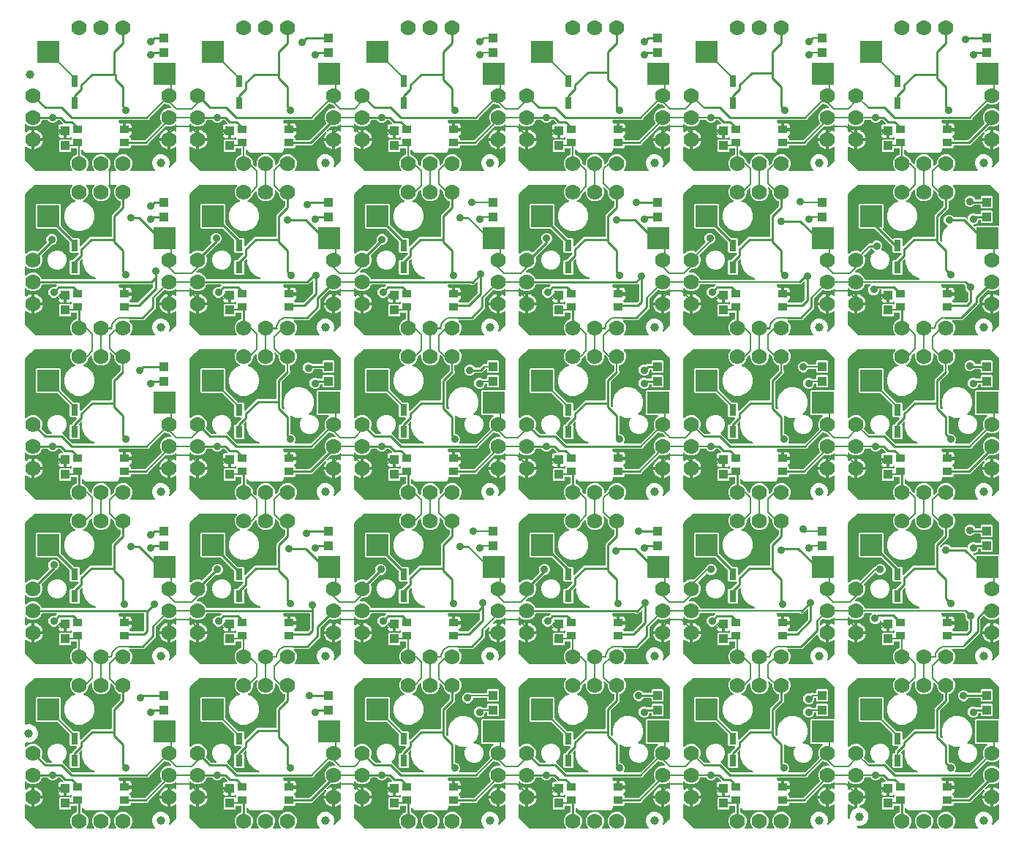
<source format=gbr>
G04 EAGLE Gerber RS-274X export*
G75*
%MOMM*%
%FSLAX34Y34*%
%LPD*%
%INTop Copper*%
%IPPOS*%
%AMOC8*
5,1,8,0,0,1.08239X$1,22.5*%
G01*
%ADD10R,2.550000X2.500000*%
%ADD11R,1.100000X0.900000*%
%ADD12R,1.000000X1.075000*%
%ADD13C,1.778000*%
%ADD14R,0.800000X1.350000*%
%ADD15C,1.000000*%
%ADD16C,0.203200*%
%ADD17C,0.254000*%
%ADD18C,0.906400*%
%ADD19C,0.177800*%

G36*
X-6681Y-212837D02*
X-6681Y-212837D01*
X-6589Y-212832D01*
X-6550Y-212818D01*
X-6510Y-212811D01*
X-6427Y-212771D01*
X-6340Y-212739D01*
X-6308Y-212714D01*
X-6270Y-212696D01*
X-6203Y-212633D01*
X-6130Y-212576D01*
X-6106Y-212542D01*
X-6076Y-212514D01*
X-6030Y-212434D01*
X-5977Y-212359D01*
X-5965Y-212319D01*
X-5944Y-212284D01*
X-5924Y-212194D01*
X-5896Y-212106D01*
X-5895Y-212064D01*
X-5886Y-212024D01*
X-5894Y-211932D01*
X-5893Y-211840D01*
X-5905Y-211800D01*
X-5908Y-211759D01*
X-5942Y-211673D01*
X-5969Y-211585D01*
X-5992Y-211551D01*
X-6007Y-211512D01*
X-6065Y-211441D01*
X-6117Y-211364D01*
X-6142Y-211346D01*
X-6175Y-211306D01*
X-6396Y-211159D01*
X-6416Y-211154D01*
X-6433Y-211142D01*
X-12197Y-208755D01*
X-18255Y-202697D01*
X-21533Y-194783D01*
X-21533Y-190369D01*
X-21540Y-190318D01*
X-21539Y-190267D01*
X-21560Y-190187D01*
X-21573Y-190106D01*
X-21595Y-190060D01*
X-21609Y-190010D01*
X-21653Y-189941D01*
X-21688Y-189867D01*
X-21723Y-189829D01*
X-21751Y-189786D01*
X-21814Y-189733D01*
X-21870Y-189673D01*
X-21914Y-189647D01*
X-21954Y-189614D01*
X-22029Y-189581D01*
X-22100Y-189541D01*
X-22151Y-189530D01*
X-22198Y-189509D01*
X-22280Y-189501D01*
X-22360Y-189483D01*
X-22411Y-189487D01*
X-22463Y-189482D01*
X-22543Y-189498D01*
X-22625Y-189505D01*
X-22673Y-189524D01*
X-22723Y-189534D01*
X-22767Y-189562D01*
X-22872Y-189604D01*
X-23011Y-189717D01*
X-23049Y-189741D01*
X-24441Y-191133D01*
X-24454Y-191150D01*
X-24470Y-191163D01*
X-24532Y-191257D01*
X-24599Y-191347D01*
X-24606Y-191367D01*
X-24617Y-191384D01*
X-24627Y-191429D01*
X-24686Y-191598D01*
X-24690Y-191711D01*
X-24701Y-191761D01*
X-24701Y-206877D01*
X-25743Y-207919D01*
X-35217Y-207919D01*
X-36259Y-206877D01*
X-36259Y-191903D01*
X-35217Y-190861D01*
X-33160Y-190861D01*
X-33140Y-190858D01*
X-33119Y-190860D01*
X-33008Y-190838D01*
X-32897Y-190821D01*
X-32879Y-190812D01*
X-32858Y-190808D01*
X-32819Y-190784D01*
X-32658Y-190706D01*
X-32576Y-190629D01*
X-32532Y-190601D01*
X-26106Y-184175D01*
X-26093Y-184158D01*
X-26077Y-184145D01*
X-26015Y-184051D01*
X-25948Y-183961D01*
X-25941Y-183941D01*
X-25930Y-183924D01*
X-25920Y-183879D01*
X-25861Y-183710D01*
X-25857Y-183597D01*
X-25846Y-183547D01*
X-25846Y-183407D01*
X-25861Y-183305D01*
X-25869Y-183203D01*
X-25881Y-183175D01*
X-25886Y-183144D01*
X-25930Y-183052D01*
X-25968Y-182956D01*
X-25988Y-182933D01*
X-26001Y-182905D01*
X-26071Y-182830D01*
X-26136Y-182750D01*
X-26162Y-182733D01*
X-26183Y-182711D01*
X-26272Y-182660D01*
X-26357Y-182603D01*
X-26381Y-182597D01*
X-26413Y-182579D01*
X-26673Y-182521D01*
X-26711Y-182524D01*
X-26734Y-182519D01*
X-35217Y-182519D01*
X-36259Y-181477D01*
X-36259Y-170291D01*
X-36262Y-170270D01*
X-36260Y-170249D01*
X-36282Y-170139D01*
X-36299Y-170028D01*
X-36308Y-170009D01*
X-36312Y-169988D01*
X-36336Y-169950D01*
X-36414Y-169789D01*
X-36491Y-169706D01*
X-36519Y-169663D01*
X-51943Y-154239D01*
X-51960Y-154226D01*
X-51973Y-154210D01*
X-52066Y-154148D01*
X-52157Y-154081D01*
X-52176Y-154074D01*
X-52194Y-154063D01*
X-52238Y-154053D01*
X-52408Y-153994D01*
X-52520Y-153990D01*
X-52571Y-153979D01*
X-74387Y-153979D01*
X-75429Y-152937D01*
X-75429Y-126463D01*
X-74387Y-125421D01*
X-47413Y-125421D01*
X-46371Y-126463D01*
X-46371Y-150819D01*
X-46368Y-150840D01*
X-46370Y-150861D01*
X-46348Y-150971D01*
X-46331Y-151082D01*
X-46322Y-151101D01*
X-46318Y-151122D01*
X-46294Y-151160D01*
X-46216Y-151321D01*
X-46139Y-151404D01*
X-46111Y-151447D01*
X-32357Y-165201D01*
X-32340Y-165214D01*
X-32327Y-165230D01*
X-32234Y-165292D01*
X-32143Y-165359D01*
X-32124Y-165366D01*
X-32106Y-165377D01*
X-32062Y-165387D01*
X-31892Y-165446D01*
X-31780Y-165450D01*
X-31729Y-165461D01*
X-25743Y-165461D01*
X-24701Y-166503D01*
X-24701Y-173820D01*
X-24694Y-173871D01*
X-24695Y-173923D01*
X-24674Y-174002D01*
X-24661Y-174083D01*
X-24639Y-174130D01*
X-24625Y-174179D01*
X-24581Y-174249D01*
X-24546Y-174322D01*
X-24511Y-174360D01*
X-24483Y-174404D01*
X-24420Y-174457D01*
X-24364Y-174517D01*
X-24320Y-174542D01*
X-24280Y-174576D01*
X-24205Y-174608D01*
X-24134Y-174649D01*
X-24083Y-174660D01*
X-24036Y-174680D01*
X-23954Y-174689D01*
X-23874Y-174706D01*
X-23823Y-174702D01*
X-23771Y-174708D01*
X-23691Y-174691D01*
X-23609Y-174685D01*
X-23561Y-174666D01*
X-23511Y-174656D01*
X-23467Y-174628D01*
X-23362Y-174586D01*
X-23223Y-174473D01*
X-23185Y-174448D01*
X-12693Y-163956D01*
X11303Y-163956D01*
X11405Y-163941D01*
X11507Y-163933D01*
X11535Y-163921D01*
X11566Y-163916D01*
X11658Y-163872D01*
X11754Y-163834D01*
X11777Y-163814D01*
X11805Y-163801D01*
X11880Y-163731D01*
X11960Y-163666D01*
X11977Y-163640D01*
X11999Y-163619D01*
X12050Y-163530D01*
X12107Y-163445D01*
X12113Y-163421D01*
X12131Y-163389D01*
X12189Y-163129D01*
X12186Y-163091D01*
X12191Y-163068D01*
X12191Y-138437D01*
X22091Y-128537D01*
X22104Y-128520D01*
X22120Y-128507D01*
X22182Y-128414D01*
X22249Y-128323D01*
X22256Y-128304D01*
X22267Y-128286D01*
X22277Y-128242D01*
X22336Y-128072D01*
X22340Y-127960D01*
X22351Y-127909D01*
X22351Y-122638D01*
X22342Y-122577D01*
X22343Y-122515D01*
X22322Y-122446D01*
X22311Y-122376D01*
X22285Y-122320D01*
X22267Y-122260D01*
X22227Y-122201D01*
X22196Y-122136D01*
X22153Y-122091D01*
X22119Y-122039D01*
X22080Y-122012D01*
X22014Y-121942D01*
X21828Y-121836D01*
X21803Y-121818D01*
X19357Y-120805D01*
X16355Y-117803D01*
X14731Y-113882D01*
X14731Y-109638D01*
X16355Y-105717D01*
X17304Y-104768D01*
X17335Y-104727D01*
X17372Y-104691D01*
X17413Y-104620D01*
X17462Y-104554D01*
X17479Y-104505D01*
X17504Y-104461D01*
X17522Y-104381D01*
X17549Y-104303D01*
X17551Y-104252D01*
X17562Y-104201D01*
X17555Y-104119D01*
X17558Y-104037D01*
X17545Y-103988D01*
X17540Y-103936D01*
X17510Y-103860D01*
X17488Y-103781D01*
X17461Y-103737D01*
X17441Y-103689D01*
X17390Y-103626D01*
X17346Y-103557D01*
X17307Y-103523D01*
X17274Y-103483D01*
X17206Y-103438D01*
X17143Y-103385D01*
X17096Y-103364D01*
X17053Y-103336D01*
X17002Y-103324D01*
X16899Y-103280D01*
X16720Y-103262D01*
X16676Y-103252D01*
X8724Y-103252D01*
X8673Y-103259D01*
X8621Y-103258D01*
X8542Y-103279D01*
X8461Y-103292D01*
X8415Y-103314D01*
X8365Y-103328D01*
X8296Y-103372D01*
X8222Y-103407D01*
X8184Y-103443D01*
X8141Y-103470D01*
X8088Y-103533D01*
X8028Y-103589D01*
X8002Y-103633D01*
X7969Y-103673D01*
X7936Y-103748D01*
X7896Y-103819D01*
X7884Y-103870D01*
X7864Y-103917D01*
X7856Y-103999D01*
X7838Y-104079D01*
X7842Y-104130D01*
X7837Y-104182D01*
X7853Y-104262D01*
X7860Y-104344D01*
X7879Y-104392D01*
X7889Y-104442D01*
X7917Y-104486D01*
X7959Y-104591D01*
X8072Y-104730D01*
X8096Y-104768D01*
X9045Y-105717D01*
X10669Y-109638D01*
X10669Y-113882D01*
X9045Y-117803D01*
X6043Y-120805D01*
X2122Y-122429D01*
X-2122Y-122429D01*
X-6043Y-120805D01*
X-9045Y-117803D01*
X-10669Y-113882D01*
X-10669Y-109638D01*
X-9045Y-105717D01*
X-8096Y-104768D01*
X-8065Y-104727D01*
X-8028Y-104691D01*
X-7987Y-104620D01*
X-7938Y-104554D01*
X-7921Y-104505D01*
X-7896Y-104461D01*
X-7878Y-104381D01*
X-7851Y-104303D01*
X-7849Y-104252D01*
X-7838Y-104201D01*
X-7845Y-104119D01*
X-7842Y-104037D01*
X-7855Y-103988D01*
X-7860Y-103936D01*
X-7890Y-103860D01*
X-7912Y-103781D01*
X-7939Y-103737D01*
X-7959Y-103689D01*
X-8010Y-103626D01*
X-8054Y-103557D01*
X-8093Y-103523D01*
X-8126Y-103483D01*
X-8194Y-103438D01*
X-8257Y-103385D01*
X-8304Y-103364D01*
X-8347Y-103336D01*
X-8398Y-103324D01*
X-8501Y-103280D01*
X-8680Y-103262D01*
X-8724Y-103252D01*
X-16676Y-103252D01*
X-16727Y-103259D01*
X-16779Y-103258D01*
X-16858Y-103279D01*
X-16939Y-103292D01*
X-16985Y-103314D01*
X-17035Y-103328D01*
X-17104Y-103372D01*
X-17178Y-103407D01*
X-17216Y-103443D01*
X-17259Y-103470D01*
X-17312Y-103533D01*
X-17372Y-103589D01*
X-17398Y-103633D01*
X-17431Y-103673D01*
X-17464Y-103748D01*
X-17504Y-103819D01*
X-17516Y-103870D01*
X-17536Y-103917D01*
X-17544Y-103999D01*
X-17562Y-104079D01*
X-17558Y-104130D01*
X-17563Y-104182D01*
X-17547Y-104262D01*
X-17540Y-104344D01*
X-17521Y-104392D01*
X-17511Y-104442D01*
X-17483Y-104486D01*
X-17441Y-104591D01*
X-17328Y-104730D01*
X-17304Y-104768D01*
X-16355Y-105717D01*
X-14731Y-109638D01*
X-14731Y-113882D01*
X-16355Y-117803D01*
X-19357Y-120804D01*
X-20537Y-121293D01*
X-20581Y-121320D01*
X-20629Y-121338D01*
X-20694Y-121388D01*
X-20764Y-121431D01*
X-20799Y-121469D01*
X-20840Y-121501D01*
X-20887Y-121568D01*
X-20941Y-121629D01*
X-20963Y-121676D01*
X-20992Y-121718D01*
X-21017Y-121796D01*
X-21051Y-121871D01*
X-21058Y-121922D01*
X-21074Y-121971D01*
X-21075Y-122054D01*
X-21085Y-122135D01*
X-21076Y-122186D01*
X-21077Y-122237D01*
X-21053Y-122316D01*
X-21039Y-122397D01*
X-21015Y-122443D01*
X-21001Y-122492D01*
X-20955Y-122560D01*
X-20918Y-122633D01*
X-20882Y-122670D01*
X-20853Y-122713D01*
X-20811Y-122743D01*
X-20732Y-122823D01*
X-20574Y-122908D01*
X-20537Y-122935D01*
X-15572Y-124991D01*
X-10691Y-129872D01*
X-8050Y-136249D01*
X-8050Y-143151D01*
X-10691Y-149528D01*
X-15572Y-154409D01*
X-21949Y-157050D01*
X-28851Y-157050D01*
X-35228Y-154409D01*
X-40109Y-149528D01*
X-42750Y-143151D01*
X-42750Y-136249D01*
X-40109Y-129872D01*
X-35228Y-124991D01*
X-30263Y-122935D01*
X-30219Y-122908D01*
X-30171Y-122890D01*
X-30106Y-122840D01*
X-30036Y-122797D01*
X-30001Y-122759D01*
X-29960Y-122727D01*
X-29913Y-122660D01*
X-29859Y-122599D01*
X-29837Y-122552D01*
X-29808Y-122510D01*
X-29783Y-122431D01*
X-29749Y-122357D01*
X-29742Y-122306D01*
X-29726Y-122256D01*
X-29725Y-122174D01*
X-29715Y-122093D01*
X-29724Y-122042D01*
X-29723Y-121991D01*
X-29747Y-121912D01*
X-29761Y-121831D01*
X-29785Y-121785D01*
X-29799Y-121736D01*
X-29845Y-121668D01*
X-29882Y-121595D01*
X-29918Y-121558D01*
X-29947Y-121515D01*
X-29989Y-121485D01*
X-30068Y-121405D01*
X-30226Y-121320D01*
X-30263Y-121293D01*
X-31443Y-120804D01*
X-34445Y-117803D01*
X-36069Y-113882D01*
X-36069Y-109638D01*
X-34445Y-105717D01*
X-33496Y-104768D01*
X-33465Y-104727D01*
X-33428Y-104691D01*
X-33387Y-104620D01*
X-33338Y-104554D01*
X-33321Y-104505D01*
X-33296Y-104461D01*
X-33278Y-104381D01*
X-33251Y-104303D01*
X-33249Y-104252D01*
X-33238Y-104201D01*
X-33245Y-104119D01*
X-33242Y-104037D01*
X-33255Y-103988D01*
X-33260Y-103936D01*
X-33290Y-103860D01*
X-33312Y-103781D01*
X-33339Y-103737D01*
X-33359Y-103689D01*
X-33410Y-103626D01*
X-33454Y-103557D01*
X-33493Y-103523D01*
X-33526Y-103483D01*
X-33594Y-103438D01*
X-33657Y-103385D01*
X-33704Y-103364D01*
X-33747Y-103336D01*
X-33798Y-103324D01*
X-33901Y-103280D01*
X-34080Y-103262D01*
X-34124Y-103252D01*
X-76835Y-103252D01*
X-76856Y-103255D01*
X-76877Y-103253D01*
X-76987Y-103275D01*
X-77098Y-103292D01*
X-77117Y-103301D01*
X-77137Y-103305D01*
X-77176Y-103329D01*
X-77337Y-103407D01*
X-77420Y-103484D01*
X-77463Y-103512D01*
X-81552Y-107601D01*
X-81558Y-107608D01*
X-81563Y-107612D01*
X-82888Y-108937D01*
X-82894Y-108944D01*
X-82899Y-108948D01*
X-87623Y-113672D01*
X-87636Y-113689D01*
X-87652Y-113702D01*
X-87687Y-113755D01*
X-87691Y-113759D01*
X-87701Y-113776D01*
X-87714Y-113796D01*
X-87781Y-113886D01*
X-87788Y-113906D01*
X-87799Y-113923D01*
X-87808Y-113963D01*
X-87823Y-113990D01*
X-87835Y-114041D01*
X-87868Y-114137D01*
X-87870Y-114201D01*
X-87881Y-114249D01*
X-87879Y-114279D01*
X-87883Y-114300D01*
X-87883Y-182411D01*
X-87876Y-182462D01*
X-87877Y-182514D01*
X-87856Y-182593D01*
X-87843Y-182674D01*
X-87821Y-182720D01*
X-87807Y-182770D01*
X-87763Y-182839D01*
X-87728Y-182913D01*
X-87693Y-182951D01*
X-87665Y-182994D01*
X-87602Y-183047D01*
X-87546Y-183107D01*
X-87502Y-183133D01*
X-87462Y-183166D01*
X-87387Y-183199D01*
X-87316Y-183239D01*
X-87265Y-183251D01*
X-87218Y-183271D01*
X-87136Y-183279D01*
X-87056Y-183297D01*
X-87005Y-183293D01*
X-86953Y-183298D01*
X-86873Y-183282D01*
X-86791Y-183275D01*
X-86743Y-183256D01*
X-86693Y-183246D01*
X-86649Y-183218D01*
X-86544Y-183176D01*
X-86405Y-183063D01*
X-86367Y-183039D01*
X-84783Y-181455D01*
X-80862Y-179831D01*
X-76618Y-179831D01*
X-74172Y-180845D01*
X-74111Y-180859D01*
X-74054Y-180884D01*
X-73983Y-180891D01*
X-73914Y-180908D01*
X-73852Y-180905D01*
X-73790Y-180911D01*
X-73720Y-180897D01*
X-73648Y-180893D01*
X-73590Y-180871D01*
X-73529Y-180859D01*
X-73489Y-180833D01*
X-73399Y-180800D01*
X-73230Y-180669D01*
X-73204Y-180652D01*
X-63027Y-170476D01*
X-62990Y-170426D01*
X-62946Y-170382D01*
X-62912Y-170319D01*
X-62869Y-170262D01*
X-62849Y-170203D01*
X-62819Y-170148D01*
X-62806Y-170078D01*
X-62782Y-170011D01*
X-62780Y-169949D01*
X-62768Y-169888D01*
X-62776Y-169840D01*
X-62773Y-169745D01*
X-62829Y-169538D01*
X-62835Y-169508D01*
X-63461Y-167996D01*
X-63461Y-165485D01*
X-62500Y-163166D01*
X-60725Y-161390D01*
X-58405Y-160430D01*
X-55895Y-160430D01*
X-53575Y-161390D01*
X-51800Y-163166D01*
X-50839Y-165485D01*
X-50839Y-167996D01*
X-51800Y-170315D01*
X-53575Y-172091D01*
X-55895Y-173051D01*
X-56612Y-173051D01*
X-56632Y-173054D01*
X-56653Y-173052D01*
X-56764Y-173074D01*
X-56875Y-173091D01*
X-56893Y-173100D01*
X-56914Y-173104D01*
X-56953Y-173129D01*
X-57114Y-173207D01*
X-57196Y-173284D01*
X-57240Y-173311D01*
X-68892Y-184964D01*
X-68929Y-185013D01*
X-68973Y-185057D01*
X-69007Y-185120D01*
X-69050Y-185178D01*
X-69070Y-185236D01*
X-69100Y-185291D01*
X-69114Y-185361D01*
X-69137Y-185429D01*
X-69139Y-185491D01*
X-69151Y-185551D01*
X-69143Y-185599D01*
X-69146Y-185694D01*
X-69090Y-185901D01*
X-69085Y-185932D01*
X-68071Y-188378D01*
X-68071Y-192622D01*
X-69695Y-196543D01*
X-72697Y-199545D01*
X-76618Y-201169D01*
X-80862Y-201169D01*
X-84783Y-199545D01*
X-86367Y-197961D01*
X-86408Y-197930D01*
X-86444Y-197893D01*
X-86515Y-197852D01*
X-86581Y-197803D01*
X-86630Y-197786D01*
X-86674Y-197761D01*
X-86754Y-197743D01*
X-86832Y-197716D01*
X-86884Y-197714D01*
X-86934Y-197703D01*
X-87016Y-197710D01*
X-87098Y-197707D01*
X-87147Y-197720D01*
X-87199Y-197725D01*
X-87275Y-197755D01*
X-87354Y-197777D01*
X-87398Y-197804D01*
X-87446Y-197824D01*
X-87509Y-197875D01*
X-87578Y-197919D01*
X-87612Y-197959D01*
X-87652Y-197991D01*
X-87697Y-198059D01*
X-87750Y-198122D01*
X-87771Y-198169D01*
X-87799Y-198212D01*
X-87811Y-198263D01*
X-87855Y-198366D01*
X-87873Y-198545D01*
X-87883Y-198589D01*
X-87883Y-207811D01*
X-87876Y-207862D01*
X-87877Y-207914D01*
X-87856Y-207993D01*
X-87843Y-208074D01*
X-87821Y-208120D01*
X-87807Y-208170D01*
X-87763Y-208239D01*
X-87728Y-208313D01*
X-87693Y-208351D01*
X-87665Y-208394D01*
X-87602Y-208447D01*
X-87546Y-208507D01*
X-87502Y-208533D01*
X-87462Y-208566D01*
X-87387Y-208599D01*
X-87316Y-208639D01*
X-87265Y-208651D01*
X-87218Y-208671D01*
X-87136Y-208679D01*
X-87056Y-208697D01*
X-87005Y-208693D01*
X-86953Y-208698D01*
X-86873Y-208682D01*
X-86791Y-208675D01*
X-86743Y-208656D01*
X-86693Y-208646D01*
X-86649Y-208618D01*
X-86544Y-208576D01*
X-86405Y-208463D01*
X-86367Y-208439D01*
X-84783Y-206855D01*
X-80862Y-205231D01*
X-76618Y-205231D01*
X-72697Y-206855D01*
X-69695Y-209857D01*
X-68682Y-212303D01*
X-68650Y-212356D01*
X-68627Y-212414D01*
X-68582Y-212469D01*
X-68545Y-212531D01*
X-68499Y-212572D01*
X-68460Y-212620D01*
X-68400Y-212660D01*
X-68346Y-212707D01*
X-68290Y-212733D01*
X-68238Y-212767D01*
X-68191Y-212778D01*
X-68104Y-212817D01*
X-67892Y-212844D01*
X-67862Y-212851D01*
X-6773Y-212851D01*
X-6681Y-212837D01*
G37*
G36*
X756239Y-594218D02*
X756239Y-594218D01*
X756331Y-594213D01*
X756369Y-594199D01*
X756410Y-594192D01*
X756493Y-594152D01*
X756580Y-594120D01*
X756612Y-594095D01*
X756649Y-594077D01*
X756717Y-594014D01*
X756790Y-593957D01*
X756814Y-593923D01*
X756844Y-593895D01*
X756890Y-593815D01*
X756943Y-593740D01*
X756955Y-593700D01*
X756976Y-593665D01*
X756996Y-593575D01*
X757024Y-593487D01*
X757024Y-593445D01*
X757033Y-593405D01*
X757026Y-593313D01*
X757027Y-593221D01*
X757015Y-593181D01*
X757012Y-593140D01*
X756977Y-593054D01*
X756951Y-592966D01*
X756928Y-592932D01*
X756913Y-592893D01*
X756854Y-592822D01*
X756803Y-592745D01*
X756778Y-592727D01*
X756745Y-592687D01*
X756524Y-592540D01*
X756504Y-592535D01*
X756487Y-592523D01*
X749803Y-589755D01*
X743745Y-583697D01*
X740467Y-575783D01*
X740467Y-571369D01*
X740460Y-571318D01*
X740461Y-571267D01*
X740440Y-571187D01*
X740427Y-571106D01*
X740405Y-571060D01*
X740391Y-571010D01*
X740347Y-570941D01*
X740312Y-570867D01*
X740277Y-570829D01*
X740249Y-570786D01*
X740186Y-570733D01*
X740130Y-570673D01*
X740086Y-570647D01*
X740046Y-570614D01*
X739971Y-570581D01*
X739900Y-570541D01*
X739849Y-570530D01*
X739802Y-570509D01*
X739720Y-570501D01*
X739640Y-570483D01*
X739589Y-570487D01*
X739537Y-570482D01*
X739457Y-570498D01*
X739375Y-570505D01*
X739327Y-570524D01*
X739277Y-570534D01*
X739233Y-570562D01*
X739128Y-570604D01*
X738989Y-570717D01*
X738951Y-570741D01*
X737559Y-572133D01*
X737546Y-572150D01*
X737530Y-572163D01*
X737468Y-572257D01*
X737401Y-572347D01*
X737394Y-572367D01*
X737383Y-572384D01*
X737373Y-572429D01*
X737314Y-572598D01*
X737310Y-572711D01*
X737299Y-572761D01*
X737299Y-587877D01*
X736257Y-588919D01*
X726783Y-588919D01*
X725741Y-587877D01*
X725741Y-572903D01*
X726783Y-571861D01*
X728840Y-571861D01*
X728860Y-571858D01*
X728881Y-571860D01*
X728992Y-571838D01*
X729103Y-571821D01*
X729121Y-571812D01*
X729142Y-571808D01*
X729181Y-571784D01*
X729342Y-571706D01*
X729424Y-571629D01*
X729468Y-571601D01*
X735894Y-565175D01*
X735907Y-565158D01*
X735923Y-565145D01*
X735985Y-565051D01*
X736052Y-564961D01*
X736059Y-564941D01*
X736070Y-564924D01*
X736080Y-564879D01*
X736139Y-564710D01*
X736143Y-564597D01*
X736154Y-564547D01*
X736154Y-564407D01*
X736139Y-564305D01*
X736131Y-564203D01*
X736119Y-564175D01*
X736114Y-564144D01*
X736070Y-564052D01*
X736032Y-563956D01*
X736012Y-563933D01*
X735999Y-563905D01*
X735929Y-563830D01*
X735864Y-563750D01*
X735838Y-563733D01*
X735817Y-563711D01*
X735728Y-563660D01*
X735643Y-563603D01*
X735619Y-563597D01*
X735587Y-563579D01*
X735327Y-563521D01*
X735289Y-563524D01*
X735266Y-563519D01*
X726783Y-563519D01*
X725741Y-562477D01*
X725741Y-550021D01*
X725738Y-550000D01*
X725740Y-549979D01*
X725718Y-549869D01*
X725701Y-549758D01*
X725692Y-549739D01*
X725688Y-549718D01*
X725664Y-549680D01*
X725586Y-549519D01*
X725509Y-549436D01*
X725481Y-549393D01*
X711327Y-535239D01*
X711310Y-535226D01*
X711297Y-535210D01*
X711204Y-535148D01*
X711113Y-535081D01*
X711094Y-535074D01*
X711076Y-535063D01*
X711032Y-535053D01*
X710862Y-534994D01*
X710750Y-534990D01*
X710699Y-534979D01*
X687613Y-534979D01*
X686571Y-533937D01*
X686571Y-507463D01*
X687613Y-506421D01*
X714587Y-506421D01*
X715629Y-507463D01*
X715629Y-530549D01*
X715632Y-530570D01*
X715630Y-530591D01*
X715652Y-530701D01*
X715669Y-530812D01*
X715678Y-530831D01*
X715682Y-530852D01*
X715706Y-530890D01*
X715784Y-531051D01*
X715861Y-531134D01*
X715889Y-531177D01*
X730913Y-546201D01*
X730930Y-546214D01*
X730943Y-546230D01*
X731036Y-546292D01*
X731127Y-546359D01*
X731146Y-546366D01*
X731164Y-546377D01*
X731208Y-546387D01*
X731378Y-546446D01*
X731490Y-546450D01*
X731541Y-546461D01*
X736257Y-546461D01*
X737299Y-547503D01*
X737299Y-554820D01*
X737306Y-554871D01*
X737305Y-554923D01*
X737326Y-555002D01*
X737339Y-555083D01*
X737361Y-555130D01*
X737375Y-555179D01*
X737419Y-555249D01*
X737454Y-555322D01*
X737489Y-555360D01*
X737517Y-555404D01*
X737580Y-555457D01*
X737636Y-555517D01*
X737680Y-555542D01*
X737720Y-555576D01*
X737795Y-555608D01*
X737866Y-555649D01*
X737917Y-555660D01*
X737964Y-555680D01*
X738046Y-555689D01*
X738126Y-555706D01*
X738177Y-555702D01*
X738229Y-555708D01*
X738309Y-555691D01*
X738391Y-555685D01*
X738439Y-555666D01*
X738489Y-555656D01*
X738533Y-555628D01*
X738638Y-555586D01*
X738777Y-555473D01*
X738815Y-555448D01*
X749307Y-544956D01*
X773303Y-544956D01*
X773405Y-544941D01*
X773507Y-544933D01*
X773535Y-544921D01*
X773566Y-544916D01*
X773658Y-544872D01*
X773754Y-544834D01*
X773777Y-544814D01*
X773805Y-544801D01*
X773880Y-544731D01*
X773960Y-544666D01*
X773977Y-544640D01*
X773999Y-544619D01*
X774050Y-544530D01*
X774107Y-544445D01*
X774113Y-544421D01*
X774131Y-544389D01*
X774189Y-544129D01*
X774186Y-544091D01*
X774191Y-544068D01*
X774191Y-519437D01*
X784091Y-509537D01*
X784104Y-509520D01*
X784120Y-509507D01*
X784182Y-509414D01*
X784249Y-509323D01*
X784256Y-509304D01*
X784267Y-509286D01*
X784277Y-509242D01*
X784336Y-509072D01*
X784340Y-508960D01*
X784351Y-508909D01*
X784351Y-503638D01*
X784342Y-503577D01*
X784343Y-503515D01*
X784322Y-503446D01*
X784311Y-503376D01*
X784285Y-503320D01*
X784267Y-503260D01*
X784227Y-503201D01*
X784196Y-503136D01*
X784153Y-503091D01*
X784119Y-503039D01*
X784080Y-503012D01*
X784014Y-502942D01*
X783828Y-502836D01*
X783803Y-502818D01*
X781357Y-501805D01*
X778355Y-498803D01*
X776731Y-494882D01*
X776731Y-491312D01*
X776728Y-491291D01*
X776730Y-491270D01*
X776708Y-491160D01*
X776691Y-491049D01*
X776682Y-491030D01*
X776678Y-491010D01*
X776654Y-490971D01*
X776576Y-490810D01*
X776499Y-490727D01*
X776471Y-490684D01*
X773170Y-487383D01*
X773096Y-487328D01*
X773027Y-487267D01*
X772989Y-487250D01*
X772956Y-487225D01*
X772869Y-487195D01*
X772785Y-487157D01*
X772744Y-487151D01*
X772705Y-487138D01*
X772613Y-487135D01*
X772521Y-487123D01*
X772481Y-487130D01*
X772439Y-487129D01*
X772350Y-487153D01*
X772259Y-487169D01*
X772223Y-487188D01*
X772183Y-487199D01*
X772105Y-487248D01*
X772023Y-487290D01*
X771993Y-487319D01*
X771959Y-487341D01*
X771899Y-487412D01*
X771833Y-487476D01*
X771813Y-487512D01*
X771787Y-487544D01*
X771750Y-487629D01*
X771706Y-487710D01*
X771698Y-487750D01*
X771682Y-487788D01*
X771673Y-487880D01*
X771655Y-487971D01*
X771660Y-488001D01*
X771655Y-488053D01*
X771707Y-488313D01*
X771718Y-488331D01*
X771721Y-488351D01*
X772669Y-490638D01*
X772669Y-494882D01*
X771045Y-498803D01*
X768043Y-501805D01*
X764122Y-503429D01*
X759878Y-503429D01*
X755957Y-501805D01*
X752955Y-498803D01*
X751331Y-494882D01*
X751331Y-490638D01*
X751830Y-489435D01*
X751852Y-489345D01*
X751882Y-489258D01*
X751883Y-489217D01*
X751893Y-489177D01*
X751888Y-489085D01*
X751891Y-488992D01*
X751880Y-488953D01*
X751878Y-488911D01*
X751846Y-488825D01*
X751821Y-488736D01*
X751799Y-488701D01*
X751785Y-488663D01*
X751728Y-488590D01*
X751679Y-488512D01*
X751647Y-488485D01*
X751622Y-488452D01*
X751547Y-488399D01*
X751476Y-488340D01*
X751438Y-488323D01*
X751404Y-488300D01*
X751317Y-488271D01*
X751232Y-488235D01*
X751191Y-488231D01*
X751151Y-488218D01*
X751059Y-488217D01*
X750967Y-488208D01*
X750927Y-488216D01*
X750886Y-488215D01*
X750797Y-488242D01*
X750707Y-488260D01*
X750680Y-488276D01*
X750631Y-488291D01*
X750410Y-488439D01*
X750398Y-488456D01*
X750381Y-488467D01*
X747529Y-491319D01*
X747516Y-491336D01*
X747500Y-491349D01*
X747438Y-491443D01*
X747371Y-491533D01*
X747364Y-491553D01*
X747353Y-491570D01*
X747343Y-491615D01*
X747284Y-491784D01*
X747280Y-491897D01*
X747269Y-491947D01*
X747269Y-494882D01*
X745645Y-498803D01*
X742643Y-501805D01*
X741463Y-502293D01*
X741419Y-502320D01*
X741371Y-502338D01*
X741306Y-502388D01*
X741236Y-502431D01*
X741201Y-502469D01*
X741160Y-502501D01*
X741113Y-502568D01*
X741059Y-502629D01*
X741037Y-502676D01*
X741008Y-502718D01*
X740983Y-502797D01*
X740949Y-502871D01*
X740942Y-502922D01*
X740926Y-502971D01*
X740925Y-503054D01*
X740915Y-503135D01*
X740924Y-503186D01*
X740923Y-503237D01*
X740947Y-503316D01*
X740961Y-503397D01*
X740985Y-503443D01*
X740999Y-503492D01*
X741045Y-503560D01*
X741082Y-503633D01*
X741118Y-503670D01*
X741147Y-503713D01*
X741189Y-503743D01*
X741268Y-503823D01*
X741426Y-503909D01*
X741463Y-503935D01*
X746428Y-505991D01*
X751309Y-510872D01*
X753950Y-517249D01*
X753950Y-524151D01*
X751309Y-530528D01*
X746428Y-535409D01*
X740051Y-538050D01*
X733149Y-538050D01*
X726772Y-535409D01*
X721891Y-530528D01*
X719250Y-524151D01*
X719250Y-517249D01*
X721891Y-510872D01*
X726772Y-505991D01*
X731737Y-503935D01*
X731781Y-503908D01*
X731829Y-503890D01*
X731894Y-503840D01*
X731964Y-503797D01*
X731999Y-503759D01*
X732040Y-503727D01*
X732087Y-503660D01*
X732141Y-503599D01*
X732163Y-503552D01*
X732192Y-503510D01*
X732217Y-503431D01*
X732251Y-503357D01*
X732258Y-503306D01*
X732274Y-503257D01*
X732275Y-503174D01*
X732285Y-503093D01*
X732276Y-503042D01*
X732277Y-502991D01*
X732253Y-502912D01*
X732239Y-502831D01*
X732215Y-502785D01*
X732201Y-502736D01*
X732155Y-502668D01*
X732118Y-502595D01*
X732082Y-502558D01*
X732053Y-502515D01*
X732011Y-502485D01*
X731932Y-502405D01*
X731774Y-502319D01*
X731737Y-502293D01*
X730557Y-501805D01*
X727555Y-498803D01*
X725931Y-494882D01*
X725931Y-490638D01*
X727555Y-486717D01*
X728504Y-485768D01*
X728535Y-485727D01*
X728572Y-485691D01*
X728613Y-485620D01*
X728662Y-485554D01*
X728679Y-485505D01*
X728704Y-485461D01*
X728722Y-485381D01*
X728749Y-485303D01*
X728751Y-485252D01*
X728762Y-485201D01*
X728755Y-485119D01*
X728758Y-485037D01*
X728745Y-484988D01*
X728740Y-484936D01*
X728710Y-484860D01*
X728688Y-484781D01*
X728661Y-484737D01*
X728641Y-484689D01*
X728590Y-484626D01*
X728546Y-484557D01*
X728507Y-484523D01*
X728474Y-484483D01*
X728406Y-484438D01*
X728343Y-484385D01*
X728296Y-484364D01*
X728253Y-484336D01*
X728202Y-484324D01*
X728099Y-484280D01*
X727920Y-484262D01*
X727876Y-484252D01*
X685165Y-484252D01*
X685144Y-484255D01*
X685123Y-484253D01*
X685013Y-484275D01*
X684902Y-484292D01*
X684883Y-484301D01*
X684863Y-484305D01*
X684824Y-484329D01*
X684663Y-484407D01*
X684580Y-484484D01*
X684537Y-484512D01*
X680448Y-488601D01*
X680442Y-488608D01*
X680437Y-488612D01*
X679112Y-489937D01*
X679106Y-489944D01*
X679101Y-489948D01*
X674377Y-494672D01*
X674364Y-494689D01*
X674348Y-494702D01*
X674313Y-494755D01*
X674309Y-494759D01*
X674299Y-494776D01*
X674286Y-494796D01*
X674219Y-494886D01*
X674212Y-494906D01*
X674201Y-494923D01*
X674192Y-494963D01*
X674177Y-494990D01*
X674165Y-495041D01*
X674132Y-495137D01*
X674130Y-495201D01*
X674119Y-495249D01*
X674121Y-495279D01*
X674117Y-495300D01*
X674117Y-563411D01*
X674124Y-563462D01*
X674123Y-563514D01*
X674144Y-563593D01*
X674157Y-563674D01*
X674179Y-563720D01*
X674193Y-563770D01*
X674237Y-563839D01*
X674272Y-563913D01*
X674308Y-563951D01*
X674335Y-563994D01*
X674398Y-564047D01*
X674454Y-564107D01*
X674498Y-564133D01*
X674538Y-564166D01*
X674613Y-564199D01*
X674684Y-564239D01*
X674735Y-564251D01*
X674782Y-564271D01*
X674864Y-564279D01*
X674944Y-564297D01*
X674995Y-564293D01*
X675047Y-564298D01*
X675127Y-564282D01*
X675209Y-564275D01*
X675257Y-564256D01*
X675307Y-564246D01*
X675351Y-564218D01*
X675456Y-564176D01*
X675595Y-564063D01*
X675633Y-564039D01*
X677217Y-562455D01*
X681138Y-560831D01*
X685382Y-560831D01*
X685515Y-560886D01*
X685575Y-560901D01*
X685633Y-560926D01*
X685704Y-560933D01*
X685773Y-560950D01*
X685835Y-560947D01*
X685897Y-560953D01*
X685967Y-560939D01*
X686039Y-560935D01*
X686097Y-560913D01*
X686158Y-560901D01*
X686198Y-560875D01*
X686288Y-560842D01*
X686457Y-560711D01*
X686483Y-560694D01*
X698631Y-548547D01*
X698643Y-548530D01*
X698659Y-548516D01*
X698722Y-548423D01*
X698788Y-548333D01*
X698795Y-548313D01*
X698807Y-548295D01*
X698817Y-548251D01*
X698876Y-548082D01*
X698880Y-547969D01*
X698891Y-547919D01*
X698891Y-547748D01*
X700339Y-546299D01*
X700497Y-546085D01*
X700514Y-546037D01*
X700532Y-546011D01*
X700770Y-545436D01*
X702545Y-543660D01*
X704865Y-542700D01*
X707375Y-542700D01*
X709695Y-543660D01*
X711470Y-545436D01*
X712431Y-547755D01*
X712431Y-550266D01*
X711470Y-552585D01*
X709695Y-554361D01*
X707375Y-555321D01*
X704865Y-555321D01*
X702545Y-554361D01*
X702082Y-553897D01*
X701999Y-553836D01*
X701921Y-553770D01*
X701893Y-553758D01*
X701868Y-553739D01*
X701771Y-553706D01*
X701677Y-553665D01*
X701646Y-553662D01*
X701617Y-553652D01*
X701514Y-553648D01*
X701412Y-553638D01*
X701382Y-553644D01*
X701351Y-553643D01*
X701252Y-553670D01*
X701151Y-553690D01*
X701131Y-553703D01*
X701095Y-553713D01*
X700870Y-553855D01*
X700846Y-553884D01*
X700826Y-553897D01*
X691413Y-563309D01*
X691352Y-563392D01*
X691286Y-563470D01*
X691274Y-563499D01*
X691256Y-563523D01*
X691222Y-563620D01*
X691182Y-563715D01*
X691178Y-563745D01*
X691168Y-563774D01*
X691165Y-563877D01*
X691154Y-563979D01*
X691160Y-564009D01*
X691159Y-564040D01*
X691186Y-564139D01*
X691206Y-564240D01*
X691219Y-564260D01*
X691229Y-564297D01*
X691372Y-564521D01*
X691401Y-564545D01*
X691413Y-564566D01*
X692305Y-565457D01*
X693929Y-569378D01*
X693929Y-573622D01*
X692305Y-577543D01*
X689303Y-580545D01*
X685382Y-582169D01*
X683717Y-582169D01*
X683696Y-582172D01*
X683675Y-582170D01*
X683565Y-582192D01*
X683454Y-582209D01*
X683435Y-582218D01*
X683415Y-582222D01*
X683376Y-582246D01*
X683215Y-582324D01*
X683132Y-582401D01*
X683089Y-582429D01*
X680803Y-584715D01*
X680772Y-584756D01*
X680734Y-584792D01*
X680694Y-584863D01*
X680645Y-584929D01*
X680628Y-584978D01*
X680603Y-585022D01*
X680585Y-585102D01*
X680558Y-585180D01*
X680556Y-585232D01*
X680545Y-585282D01*
X680551Y-585364D01*
X680549Y-585446D01*
X680562Y-585495D01*
X680566Y-585547D01*
X680597Y-585623D01*
X680618Y-585702D01*
X680646Y-585746D01*
X680665Y-585794D01*
X680717Y-585857D01*
X680761Y-585926D01*
X680800Y-585960D01*
X680833Y-586000D01*
X680901Y-586045D01*
X680964Y-586098D01*
X681011Y-586119D01*
X681054Y-586147D01*
X681104Y-586159D01*
X681208Y-586203D01*
X681386Y-586221D01*
X681431Y-586231D01*
X685382Y-586231D01*
X689303Y-587855D01*
X692305Y-590857D01*
X693476Y-593684D01*
X693508Y-593737D01*
X693531Y-593795D01*
X693576Y-593850D01*
X693613Y-593912D01*
X693659Y-593953D01*
X693698Y-594001D01*
X693758Y-594041D01*
X693811Y-594088D01*
X693868Y-594114D01*
X693919Y-594148D01*
X693966Y-594159D01*
X694053Y-594198D01*
X694266Y-594225D01*
X694296Y-594232D01*
X756147Y-594232D01*
X756239Y-594218D01*
G37*
G36*
X756239Y-213218D02*
X756239Y-213218D01*
X756331Y-213213D01*
X756369Y-213199D01*
X756410Y-213192D01*
X756493Y-213152D01*
X756580Y-213120D01*
X756612Y-213095D01*
X756649Y-213077D01*
X756717Y-213014D01*
X756790Y-212957D01*
X756814Y-212923D01*
X756844Y-212895D01*
X756890Y-212815D01*
X756943Y-212740D01*
X756955Y-212700D01*
X756976Y-212665D01*
X756996Y-212575D01*
X757024Y-212487D01*
X757024Y-212445D01*
X757033Y-212405D01*
X757026Y-212313D01*
X757027Y-212221D01*
X757015Y-212181D01*
X757012Y-212140D01*
X756977Y-212054D01*
X756951Y-211966D01*
X756928Y-211932D01*
X756913Y-211893D01*
X756854Y-211822D01*
X756803Y-211745D01*
X756778Y-211727D01*
X756745Y-211687D01*
X756524Y-211540D01*
X756504Y-211535D01*
X756487Y-211523D01*
X749803Y-208755D01*
X743745Y-202697D01*
X740467Y-194783D01*
X740467Y-190369D01*
X740460Y-190318D01*
X740461Y-190267D01*
X740440Y-190187D01*
X740427Y-190106D01*
X740405Y-190060D01*
X740391Y-190010D01*
X740347Y-189941D01*
X740312Y-189867D01*
X740277Y-189829D01*
X740249Y-189786D01*
X740186Y-189733D01*
X740130Y-189673D01*
X740086Y-189647D01*
X740046Y-189614D01*
X739971Y-189581D01*
X739900Y-189541D01*
X739849Y-189530D01*
X739802Y-189509D01*
X739720Y-189501D01*
X739640Y-189483D01*
X739589Y-189487D01*
X739537Y-189482D01*
X739457Y-189498D01*
X739375Y-189505D01*
X739327Y-189524D01*
X739277Y-189534D01*
X739233Y-189562D01*
X739128Y-189604D01*
X738989Y-189717D01*
X738951Y-189741D01*
X737559Y-191133D01*
X737546Y-191150D01*
X737530Y-191163D01*
X737468Y-191257D01*
X737401Y-191347D01*
X737394Y-191367D01*
X737383Y-191384D01*
X737373Y-191429D01*
X737314Y-191598D01*
X737310Y-191711D01*
X737299Y-191761D01*
X737299Y-206877D01*
X736257Y-207919D01*
X726783Y-207919D01*
X725741Y-206877D01*
X725741Y-191903D01*
X726783Y-190861D01*
X728840Y-190861D01*
X728860Y-190858D01*
X728881Y-190860D01*
X728992Y-190838D01*
X729103Y-190821D01*
X729121Y-190812D01*
X729142Y-190808D01*
X729181Y-190784D01*
X729342Y-190706D01*
X729424Y-190629D01*
X729468Y-190601D01*
X735894Y-184175D01*
X735907Y-184158D01*
X735923Y-184145D01*
X735985Y-184051D01*
X736052Y-183961D01*
X736059Y-183941D01*
X736070Y-183924D01*
X736080Y-183879D01*
X736139Y-183710D01*
X736143Y-183597D01*
X736154Y-183547D01*
X736154Y-183407D01*
X736139Y-183305D01*
X736131Y-183203D01*
X736119Y-183175D01*
X736114Y-183144D01*
X736070Y-183052D01*
X736032Y-182956D01*
X736012Y-182933D01*
X735999Y-182905D01*
X735929Y-182830D01*
X735864Y-182750D01*
X735838Y-182733D01*
X735817Y-182711D01*
X735728Y-182660D01*
X735643Y-182603D01*
X735619Y-182597D01*
X735587Y-182579D01*
X735327Y-182521D01*
X735289Y-182524D01*
X735266Y-182519D01*
X726783Y-182519D01*
X725741Y-181477D01*
X725741Y-170291D01*
X725738Y-170270D01*
X725740Y-170249D01*
X725718Y-170139D01*
X725701Y-170028D01*
X725692Y-170009D01*
X725688Y-169988D01*
X725664Y-169950D01*
X725586Y-169789D01*
X725509Y-169706D01*
X725481Y-169663D01*
X710057Y-154239D01*
X710040Y-154226D01*
X710027Y-154210D01*
X709934Y-154148D01*
X709843Y-154081D01*
X709824Y-154074D01*
X709806Y-154063D01*
X709762Y-154053D01*
X709592Y-153994D01*
X709480Y-153990D01*
X709429Y-153979D01*
X687613Y-153979D01*
X686571Y-152937D01*
X686571Y-126463D01*
X687613Y-125421D01*
X714587Y-125421D01*
X715629Y-126463D01*
X715629Y-150819D01*
X715632Y-150840D01*
X715630Y-150861D01*
X715652Y-150971D01*
X715669Y-151082D01*
X715678Y-151101D01*
X715682Y-151122D01*
X715706Y-151160D01*
X715784Y-151321D01*
X715861Y-151404D01*
X715889Y-151447D01*
X729643Y-165201D01*
X729660Y-165214D01*
X729673Y-165230D01*
X729766Y-165292D01*
X729857Y-165359D01*
X729876Y-165366D01*
X729894Y-165377D01*
X729938Y-165387D01*
X730108Y-165446D01*
X730220Y-165450D01*
X730271Y-165461D01*
X736257Y-165461D01*
X737299Y-166503D01*
X737299Y-173820D01*
X737306Y-173871D01*
X737305Y-173923D01*
X737326Y-174002D01*
X737339Y-174083D01*
X737361Y-174130D01*
X737375Y-174179D01*
X737419Y-174249D01*
X737454Y-174322D01*
X737489Y-174360D01*
X737517Y-174404D01*
X737580Y-174457D01*
X737636Y-174517D01*
X737680Y-174542D01*
X737720Y-174576D01*
X737795Y-174608D01*
X737866Y-174649D01*
X737917Y-174660D01*
X737964Y-174680D01*
X738046Y-174689D01*
X738126Y-174706D01*
X738177Y-174702D01*
X738229Y-174708D01*
X738309Y-174691D01*
X738391Y-174685D01*
X738439Y-174666D01*
X738489Y-174656D01*
X738533Y-174628D01*
X738638Y-174586D01*
X738777Y-174473D01*
X738815Y-174448D01*
X749307Y-163956D01*
X773303Y-163956D01*
X773405Y-163941D01*
X773507Y-163933D01*
X773535Y-163921D01*
X773566Y-163916D01*
X773658Y-163872D01*
X773754Y-163834D01*
X773777Y-163814D01*
X773805Y-163801D01*
X773880Y-163731D01*
X773960Y-163666D01*
X773977Y-163640D01*
X773999Y-163619D01*
X774050Y-163530D01*
X774107Y-163445D01*
X774113Y-163421D01*
X774131Y-163389D01*
X774189Y-163129D01*
X774186Y-163091D01*
X774191Y-163068D01*
X774191Y-138437D01*
X784091Y-128537D01*
X784104Y-128520D01*
X784120Y-128507D01*
X784182Y-128414D01*
X784249Y-128323D01*
X784256Y-128304D01*
X784267Y-128286D01*
X784277Y-128242D01*
X784336Y-128072D01*
X784340Y-127960D01*
X784351Y-127909D01*
X784351Y-122638D01*
X784342Y-122577D01*
X784343Y-122515D01*
X784322Y-122446D01*
X784311Y-122376D01*
X784284Y-122320D01*
X784267Y-122260D01*
X784227Y-122201D01*
X784196Y-122136D01*
X784153Y-122091D01*
X784119Y-122040D01*
X784080Y-122012D01*
X784014Y-121942D01*
X783828Y-121836D01*
X783803Y-121818D01*
X781357Y-120805D01*
X778355Y-117803D01*
X776731Y-113882D01*
X776731Y-110312D01*
X776728Y-110291D01*
X776730Y-110270D01*
X776708Y-110160D01*
X776691Y-110049D01*
X776682Y-110030D01*
X776678Y-110010D01*
X776654Y-109971D01*
X776576Y-109810D01*
X776499Y-109727D01*
X776471Y-109684D01*
X773170Y-106383D01*
X773096Y-106328D01*
X773027Y-106267D01*
X772989Y-106250D01*
X772956Y-106225D01*
X772869Y-106195D01*
X772785Y-106157D01*
X772744Y-106151D01*
X772705Y-106138D01*
X772613Y-106135D01*
X772521Y-106123D01*
X772481Y-106130D01*
X772439Y-106129D01*
X772350Y-106153D01*
X772259Y-106169D01*
X772223Y-106188D01*
X772183Y-106199D01*
X772105Y-106248D01*
X772023Y-106290D01*
X771993Y-106319D01*
X771959Y-106341D01*
X771899Y-106412D01*
X771833Y-106476D01*
X771813Y-106512D01*
X771787Y-106544D01*
X771750Y-106629D01*
X771706Y-106710D01*
X771698Y-106750D01*
X771682Y-106788D01*
X771673Y-106880D01*
X771655Y-106971D01*
X771660Y-107001D01*
X771655Y-107053D01*
X771707Y-107313D01*
X771718Y-107331D01*
X771721Y-107351D01*
X772669Y-109638D01*
X772669Y-113882D01*
X771045Y-117803D01*
X768043Y-120805D01*
X764122Y-122429D01*
X759878Y-122429D01*
X755957Y-120805D01*
X752955Y-117803D01*
X751331Y-113882D01*
X751331Y-109638D01*
X751830Y-108435D01*
X751852Y-108345D01*
X751882Y-108258D01*
X751883Y-108217D01*
X751893Y-108177D01*
X751888Y-108085D01*
X751891Y-107992D01*
X751880Y-107953D01*
X751878Y-107912D01*
X751846Y-107825D01*
X751821Y-107736D01*
X751799Y-107701D01*
X751785Y-107663D01*
X751728Y-107590D01*
X751679Y-107512D01*
X751647Y-107485D01*
X751622Y-107452D01*
X751546Y-107399D01*
X751476Y-107340D01*
X751438Y-107323D01*
X751404Y-107300D01*
X751317Y-107271D01*
X751232Y-107235D01*
X751191Y-107231D01*
X751151Y-107218D01*
X751059Y-107217D01*
X750967Y-107208D01*
X750927Y-107216D01*
X750886Y-107215D01*
X750797Y-107242D01*
X750707Y-107260D01*
X750680Y-107277D01*
X750631Y-107291D01*
X750410Y-107439D01*
X750398Y-107456D01*
X750381Y-107467D01*
X747529Y-110319D01*
X747516Y-110336D01*
X747500Y-110349D01*
X747438Y-110443D01*
X747371Y-110533D01*
X747364Y-110553D01*
X747353Y-110570D01*
X747343Y-110615D01*
X747284Y-110784D01*
X747280Y-110897D01*
X747269Y-110947D01*
X747269Y-113882D01*
X745645Y-117803D01*
X742643Y-120805D01*
X741463Y-121293D01*
X741419Y-121320D01*
X741371Y-121338D01*
X741306Y-121388D01*
X741236Y-121431D01*
X741201Y-121469D01*
X741160Y-121501D01*
X741113Y-121568D01*
X741059Y-121629D01*
X741037Y-121676D01*
X741008Y-121718D01*
X740983Y-121797D01*
X740949Y-121871D01*
X740942Y-121922D01*
X740926Y-121971D01*
X740925Y-122054D01*
X740915Y-122135D01*
X740924Y-122186D01*
X740923Y-122237D01*
X740947Y-122316D01*
X740961Y-122397D01*
X740985Y-122443D01*
X740999Y-122492D01*
X741045Y-122560D01*
X741082Y-122633D01*
X741118Y-122670D01*
X741147Y-122713D01*
X741189Y-122743D01*
X741268Y-122823D01*
X741426Y-122909D01*
X741463Y-122935D01*
X746428Y-124991D01*
X751309Y-129872D01*
X753950Y-136249D01*
X753950Y-143151D01*
X751309Y-149528D01*
X746428Y-154409D01*
X740051Y-157050D01*
X733149Y-157050D01*
X726772Y-154409D01*
X721891Y-149528D01*
X719250Y-143151D01*
X719250Y-136249D01*
X721891Y-129872D01*
X726772Y-124991D01*
X731737Y-122935D01*
X731781Y-122908D01*
X731829Y-122890D01*
X731894Y-122840D01*
X731964Y-122797D01*
X731999Y-122759D01*
X732040Y-122727D01*
X732087Y-122660D01*
X732141Y-122599D01*
X732163Y-122552D01*
X732192Y-122510D01*
X732217Y-122431D01*
X732251Y-122357D01*
X732258Y-122306D01*
X732274Y-122257D01*
X732275Y-122174D01*
X732285Y-122093D01*
X732276Y-122042D01*
X732277Y-121991D01*
X732253Y-121912D01*
X732239Y-121831D01*
X732215Y-121786D01*
X732201Y-121736D01*
X732155Y-121668D01*
X732118Y-121595D01*
X732082Y-121558D01*
X732053Y-121515D01*
X732011Y-121485D01*
X731932Y-121405D01*
X731774Y-121319D01*
X731737Y-121293D01*
X730557Y-120805D01*
X727555Y-117803D01*
X725931Y-113882D01*
X725931Y-109638D01*
X727555Y-105717D01*
X728504Y-104768D01*
X728535Y-104727D01*
X728572Y-104691D01*
X728613Y-104620D01*
X728662Y-104554D01*
X728679Y-104505D01*
X728704Y-104461D01*
X728722Y-104381D01*
X728749Y-104303D01*
X728751Y-104252D01*
X728762Y-104201D01*
X728755Y-104119D01*
X728758Y-104037D01*
X728745Y-103988D01*
X728740Y-103936D01*
X728710Y-103860D01*
X728688Y-103781D01*
X728661Y-103737D01*
X728641Y-103689D01*
X728590Y-103626D01*
X728546Y-103557D01*
X728507Y-103523D01*
X728474Y-103483D01*
X728406Y-103438D01*
X728343Y-103385D01*
X728296Y-103364D01*
X728253Y-103336D01*
X728202Y-103324D01*
X728099Y-103280D01*
X727920Y-103262D01*
X727876Y-103252D01*
X685165Y-103252D01*
X685144Y-103255D01*
X685123Y-103253D01*
X685013Y-103275D01*
X684902Y-103292D01*
X684883Y-103301D01*
X684863Y-103305D01*
X684824Y-103329D01*
X684663Y-103407D01*
X684580Y-103484D01*
X684537Y-103512D01*
X680448Y-107601D01*
X680442Y-107608D01*
X680437Y-107612D01*
X679112Y-108937D01*
X679106Y-108944D01*
X679101Y-108948D01*
X674377Y-113672D01*
X674364Y-113689D01*
X674348Y-113702D01*
X674313Y-113755D01*
X674309Y-113759D01*
X674299Y-113776D01*
X674286Y-113796D01*
X674219Y-113886D01*
X674212Y-113906D01*
X674201Y-113923D01*
X674192Y-113963D01*
X674177Y-113990D01*
X674165Y-114041D01*
X674132Y-114137D01*
X674130Y-114201D01*
X674119Y-114249D01*
X674121Y-114279D01*
X674117Y-114300D01*
X674117Y-182411D01*
X674124Y-182462D01*
X674123Y-182514D01*
X674144Y-182593D01*
X674157Y-182674D01*
X674179Y-182720D01*
X674193Y-182770D01*
X674237Y-182839D01*
X674272Y-182913D01*
X674308Y-182951D01*
X674335Y-182994D01*
X674398Y-183047D01*
X674454Y-183107D01*
X674498Y-183133D01*
X674538Y-183166D01*
X674613Y-183199D01*
X674684Y-183239D01*
X674735Y-183251D01*
X674782Y-183271D01*
X674864Y-183279D01*
X674944Y-183297D01*
X674995Y-183293D01*
X675047Y-183298D01*
X675127Y-183282D01*
X675209Y-183275D01*
X675257Y-183256D01*
X675307Y-183246D01*
X675351Y-183218D01*
X675456Y-183176D01*
X675595Y-183063D01*
X675633Y-183039D01*
X677217Y-181455D01*
X681138Y-179831D01*
X685382Y-179831D01*
X688209Y-181002D01*
X688270Y-181017D01*
X688327Y-181042D01*
X688398Y-181049D01*
X688467Y-181066D01*
X688529Y-181063D01*
X688591Y-181069D01*
X688661Y-181055D01*
X688733Y-181051D01*
X688791Y-181029D01*
X688852Y-181017D01*
X688892Y-180991D01*
X688982Y-180958D01*
X689151Y-180827D01*
X689177Y-180810D01*
X699593Y-170394D01*
X699654Y-170311D01*
X699720Y-170233D01*
X699732Y-170205D01*
X699751Y-170180D01*
X699784Y-170083D01*
X699825Y-169989D01*
X699828Y-169958D01*
X699838Y-169929D01*
X699842Y-169827D01*
X699852Y-169725D01*
X699846Y-169694D01*
X699847Y-169664D01*
X699820Y-169565D01*
X699800Y-169464D01*
X699787Y-169444D01*
X699777Y-169407D01*
X699635Y-169183D01*
X699606Y-169158D01*
X699593Y-169138D01*
X699500Y-169045D01*
X698539Y-166726D01*
X698539Y-164215D01*
X699500Y-161896D01*
X701275Y-160120D01*
X703595Y-159160D01*
X706105Y-159160D01*
X708425Y-160120D01*
X710200Y-161896D01*
X711161Y-164215D01*
X711161Y-166726D01*
X710200Y-169045D01*
X708425Y-170821D01*
X706584Y-171583D01*
X706357Y-171720D01*
X706323Y-171759D01*
X706296Y-171775D01*
X706113Y-171959D01*
X705942Y-171959D01*
X705921Y-171962D01*
X705900Y-171960D01*
X705790Y-171982D01*
X705679Y-171999D01*
X705660Y-172008D01*
X705640Y-172012D01*
X705601Y-172036D01*
X705440Y-172114D01*
X705357Y-172191D01*
X705314Y-172219D01*
X692950Y-184583D01*
X692913Y-184632D01*
X692869Y-184676D01*
X692835Y-184739D01*
X692792Y-184797D01*
X692772Y-184855D01*
X692743Y-184910D01*
X692729Y-184980D01*
X692705Y-185048D01*
X692703Y-185109D01*
X692691Y-185170D01*
X692699Y-185218D01*
X692696Y-185313D01*
X692752Y-185520D01*
X692758Y-185551D01*
X693929Y-188378D01*
X693929Y-192622D01*
X692305Y-196543D01*
X689303Y-199545D01*
X685382Y-201169D01*
X683717Y-201169D01*
X683696Y-201172D01*
X683675Y-201170D01*
X683565Y-201192D01*
X683454Y-201209D01*
X683435Y-201218D01*
X683415Y-201222D01*
X683376Y-201246D01*
X683215Y-201324D01*
X683132Y-201401D01*
X683089Y-201429D01*
X680803Y-203715D01*
X680772Y-203756D01*
X680734Y-203792D01*
X680694Y-203863D01*
X680645Y-203929D01*
X680628Y-203978D01*
X680603Y-204022D01*
X680585Y-204102D01*
X680558Y-204180D01*
X680556Y-204232D01*
X680545Y-204282D01*
X680551Y-204364D01*
X680549Y-204446D01*
X680562Y-204495D01*
X680566Y-204547D01*
X680597Y-204623D01*
X680618Y-204702D01*
X680646Y-204746D01*
X680665Y-204794D01*
X680717Y-204857D01*
X680761Y-204926D01*
X680800Y-204960D01*
X680833Y-205000D01*
X680901Y-205045D01*
X680964Y-205098D01*
X681011Y-205119D01*
X681054Y-205147D01*
X681104Y-205159D01*
X681208Y-205203D01*
X681386Y-205221D01*
X681431Y-205231D01*
X685382Y-205231D01*
X689303Y-206855D01*
X692305Y-209857D01*
X693476Y-212684D01*
X693508Y-212737D01*
X693531Y-212795D01*
X693576Y-212850D01*
X693613Y-212912D01*
X693659Y-212953D01*
X693698Y-213001D01*
X693758Y-213041D01*
X693811Y-213088D01*
X693868Y-213114D01*
X693919Y-213148D01*
X693966Y-213159D01*
X694053Y-213198D01*
X694266Y-213225D01*
X694296Y-213232D01*
X756147Y-213232D01*
X756239Y-213218D01*
G37*
G36*
X-6681Y-593837D02*
X-6681Y-593837D01*
X-6589Y-593832D01*
X-6550Y-593818D01*
X-6510Y-593811D01*
X-6427Y-593771D01*
X-6340Y-593739D01*
X-6308Y-593714D01*
X-6270Y-593696D01*
X-6203Y-593633D01*
X-6130Y-593576D01*
X-6106Y-593542D01*
X-6076Y-593514D01*
X-6030Y-593434D01*
X-5977Y-593359D01*
X-5965Y-593319D01*
X-5944Y-593284D01*
X-5924Y-593194D01*
X-5896Y-593106D01*
X-5895Y-593064D01*
X-5886Y-593024D01*
X-5894Y-592932D01*
X-5893Y-592840D01*
X-5905Y-592800D01*
X-5908Y-592759D01*
X-5942Y-592673D01*
X-5969Y-592585D01*
X-5992Y-592551D01*
X-6007Y-592512D01*
X-6065Y-592441D01*
X-6117Y-592364D01*
X-6142Y-592346D01*
X-6175Y-592306D01*
X-6396Y-592159D01*
X-6416Y-592154D01*
X-6433Y-592142D01*
X-12197Y-589755D01*
X-18255Y-583697D01*
X-21533Y-575783D01*
X-21533Y-571369D01*
X-21540Y-571318D01*
X-21539Y-571267D01*
X-21560Y-571187D01*
X-21573Y-571106D01*
X-21595Y-571060D01*
X-21609Y-571010D01*
X-21653Y-570941D01*
X-21688Y-570867D01*
X-21723Y-570829D01*
X-21751Y-570786D01*
X-21814Y-570733D01*
X-21870Y-570673D01*
X-21914Y-570647D01*
X-21954Y-570614D01*
X-22029Y-570581D01*
X-22100Y-570541D01*
X-22151Y-570530D01*
X-22198Y-570509D01*
X-22280Y-570501D01*
X-22360Y-570483D01*
X-22411Y-570487D01*
X-22463Y-570482D01*
X-22543Y-570498D01*
X-22625Y-570505D01*
X-22673Y-570524D01*
X-22723Y-570534D01*
X-22767Y-570562D01*
X-22872Y-570604D01*
X-23011Y-570717D01*
X-23049Y-570741D01*
X-24441Y-572133D01*
X-24454Y-572150D01*
X-24470Y-572163D01*
X-24532Y-572257D01*
X-24599Y-572347D01*
X-24606Y-572367D01*
X-24617Y-572384D01*
X-24627Y-572429D01*
X-24686Y-572598D01*
X-24690Y-572711D01*
X-24701Y-572761D01*
X-24701Y-587877D01*
X-25743Y-588919D01*
X-35217Y-588919D01*
X-36259Y-587877D01*
X-36259Y-572903D01*
X-35217Y-571861D01*
X-33160Y-571861D01*
X-33140Y-571858D01*
X-33119Y-571860D01*
X-33008Y-571838D01*
X-32897Y-571821D01*
X-32879Y-571812D01*
X-32858Y-571808D01*
X-32819Y-571784D01*
X-32658Y-571706D01*
X-32576Y-571629D01*
X-32532Y-571601D01*
X-26106Y-565175D01*
X-26093Y-565158D01*
X-26077Y-565145D01*
X-26015Y-565051D01*
X-25948Y-564961D01*
X-25941Y-564941D01*
X-25930Y-564924D01*
X-25920Y-564879D01*
X-25861Y-564710D01*
X-25857Y-564597D01*
X-25846Y-564547D01*
X-25846Y-564407D01*
X-25861Y-564305D01*
X-25869Y-564203D01*
X-25881Y-564175D01*
X-25886Y-564144D01*
X-25930Y-564052D01*
X-25968Y-563956D01*
X-25988Y-563933D01*
X-26001Y-563905D01*
X-26071Y-563830D01*
X-26136Y-563750D01*
X-26162Y-563733D01*
X-26183Y-563711D01*
X-26272Y-563660D01*
X-26357Y-563603D01*
X-26381Y-563597D01*
X-26413Y-563579D01*
X-26673Y-563521D01*
X-26711Y-563524D01*
X-26734Y-563519D01*
X-35217Y-563519D01*
X-36259Y-562477D01*
X-36259Y-550021D01*
X-36262Y-550000D01*
X-36260Y-549979D01*
X-36282Y-549869D01*
X-36299Y-549758D01*
X-36308Y-549739D01*
X-36312Y-549718D01*
X-36336Y-549680D01*
X-36414Y-549519D01*
X-36491Y-549436D01*
X-36519Y-549393D01*
X-50673Y-535239D01*
X-50690Y-535226D01*
X-50703Y-535210D01*
X-50796Y-535148D01*
X-50887Y-535081D01*
X-50906Y-535074D01*
X-50924Y-535063D01*
X-50968Y-535053D01*
X-51138Y-534994D01*
X-51250Y-534990D01*
X-51301Y-534979D01*
X-74387Y-534979D01*
X-75429Y-533937D01*
X-75429Y-507463D01*
X-74387Y-506421D01*
X-47413Y-506421D01*
X-46371Y-507463D01*
X-46371Y-530549D01*
X-46368Y-530570D01*
X-46370Y-530591D01*
X-46348Y-530701D01*
X-46331Y-530812D01*
X-46322Y-530831D01*
X-46318Y-530852D01*
X-46294Y-530890D01*
X-46216Y-531051D01*
X-46139Y-531134D01*
X-46111Y-531177D01*
X-31087Y-546201D01*
X-31070Y-546214D01*
X-31057Y-546230D01*
X-30964Y-546292D01*
X-30873Y-546359D01*
X-30854Y-546366D01*
X-30836Y-546377D01*
X-30792Y-546387D01*
X-30622Y-546446D01*
X-30510Y-546450D01*
X-30459Y-546461D01*
X-25743Y-546461D01*
X-24701Y-547503D01*
X-24701Y-554820D01*
X-24694Y-554871D01*
X-24695Y-554923D01*
X-24674Y-555002D01*
X-24661Y-555083D01*
X-24639Y-555130D01*
X-24625Y-555179D01*
X-24581Y-555249D01*
X-24546Y-555322D01*
X-24511Y-555360D01*
X-24483Y-555404D01*
X-24420Y-555457D01*
X-24364Y-555517D01*
X-24320Y-555542D01*
X-24280Y-555576D01*
X-24205Y-555608D01*
X-24134Y-555649D01*
X-24083Y-555660D01*
X-24036Y-555680D01*
X-23954Y-555689D01*
X-23874Y-555706D01*
X-23823Y-555702D01*
X-23771Y-555708D01*
X-23691Y-555691D01*
X-23609Y-555685D01*
X-23561Y-555666D01*
X-23511Y-555656D01*
X-23467Y-555628D01*
X-23362Y-555586D01*
X-23223Y-555473D01*
X-23185Y-555448D01*
X-12693Y-544956D01*
X11303Y-544956D01*
X11405Y-544941D01*
X11507Y-544933D01*
X11535Y-544921D01*
X11566Y-544916D01*
X11658Y-544872D01*
X11754Y-544834D01*
X11777Y-544814D01*
X11805Y-544801D01*
X11880Y-544731D01*
X11960Y-544666D01*
X11977Y-544640D01*
X11999Y-544619D01*
X12050Y-544530D01*
X12107Y-544445D01*
X12113Y-544421D01*
X12131Y-544389D01*
X12189Y-544129D01*
X12186Y-544091D01*
X12191Y-544068D01*
X12191Y-519437D01*
X22091Y-509537D01*
X22104Y-509520D01*
X22120Y-509507D01*
X22182Y-509414D01*
X22249Y-509323D01*
X22256Y-509304D01*
X22267Y-509286D01*
X22277Y-509242D01*
X22336Y-509072D01*
X22340Y-508960D01*
X22351Y-508909D01*
X22351Y-503638D01*
X22342Y-503577D01*
X22343Y-503515D01*
X22322Y-503446D01*
X22311Y-503376D01*
X22285Y-503320D01*
X22267Y-503260D01*
X22227Y-503201D01*
X22196Y-503136D01*
X22153Y-503091D01*
X22119Y-503039D01*
X22080Y-503012D01*
X22014Y-502942D01*
X21828Y-502836D01*
X21803Y-502818D01*
X19357Y-501805D01*
X16355Y-498803D01*
X14731Y-494882D01*
X14731Y-493217D01*
X14728Y-493196D01*
X14730Y-493175D01*
X14708Y-493065D01*
X14691Y-492954D01*
X14682Y-492935D01*
X14678Y-492915D01*
X14654Y-492876D01*
X14576Y-492715D01*
X14499Y-492632D01*
X14471Y-492589D01*
X12185Y-490303D01*
X12144Y-490272D01*
X12108Y-490234D01*
X12037Y-490194D01*
X11971Y-490145D01*
X11922Y-490128D01*
X11878Y-490103D01*
X11798Y-490085D01*
X11720Y-490058D01*
X11668Y-490056D01*
X11618Y-490045D01*
X11536Y-490051D01*
X11454Y-490049D01*
X11405Y-490062D01*
X11353Y-490066D01*
X11277Y-490097D01*
X11198Y-490118D01*
X11154Y-490146D01*
X11106Y-490165D01*
X11043Y-490217D01*
X10974Y-490261D01*
X10940Y-490300D01*
X10900Y-490333D01*
X10855Y-490401D01*
X10802Y-490464D01*
X10781Y-490511D01*
X10753Y-490554D01*
X10741Y-490604D01*
X10697Y-490708D01*
X10679Y-490886D01*
X10669Y-490931D01*
X10669Y-494882D01*
X9045Y-498803D01*
X6043Y-501805D01*
X2122Y-503429D01*
X-2122Y-503429D01*
X-6043Y-501805D01*
X-9045Y-498803D01*
X-10669Y-494882D01*
X-10669Y-490931D01*
X-10676Y-490880D01*
X-10675Y-490828D01*
X-10696Y-490749D01*
X-10709Y-490668D01*
X-10731Y-490622D01*
X-10745Y-490572D01*
X-10789Y-490503D01*
X-10824Y-490429D01*
X-10859Y-490391D01*
X-10887Y-490347D01*
X-10950Y-490294D01*
X-11006Y-490234D01*
X-11050Y-490209D01*
X-11090Y-490175D01*
X-11165Y-490143D01*
X-11236Y-490103D01*
X-11287Y-490091D01*
X-11334Y-490071D01*
X-11416Y-490063D01*
X-11496Y-490045D01*
X-11547Y-490049D01*
X-11599Y-490044D01*
X-11679Y-490060D01*
X-11761Y-490066D01*
X-11809Y-490086D01*
X-11859Y-490096D01*
X-11903Y-490123D01*
X-12008Y-490165D01*
X-12147Y-490278D01*
X-12185Y-490303D01*
X-14471Y-492589D01*
X-14484Y-492606D01*
X-14500Y-492619D01*
X-14562Y-492713D01*
X-14629Y-492803D01*
X-14636Y-492823D01*
X-14647Y-492840D01*
X-14657Y-492885D01*
X-14716Y-493054D01*
X-14720Y-493167D01*
X-14731Y-493217D01*
X-14731Y-494882D01*
X-16355Y-498803D01*
X-19357Y-501805D01*
X-20537Y-502293D01*
X-20581Y-502320D01*
X-20629Y-502338D01*
X-20694Y-502388D01*
X-20764Y-502431D01*
X-20799Y-502469D01*
X-20840Y-502501D01*
X-20887Y-502568D01*
X-20941Y-502629D01*
X-20963Y-502676D01*
X-20992Y-502718D01*
X-21017Y-502797D01*
X-21051Y-502871D01*
X-21058Y-502922D01*
X-21074Y-502971D01*
X-21075Y-503054D01*
X-21085Y-503135D01*
X-21076Y-503186D01*
X-21077Y-503237D01*
X-21053Y-503316D01*
X-21039Y-503397D01*
X-21015Y-503443D01*
X-21001Y-503492D01*
X-20955Y-503560D01*
X-20918Y-503633D01*
X-20882Y-503670D01*
X-20853Y-503713D01*
X-20811Y-503743D01*
X-20732Y-503823D01*
X-20574Y-503909D01*
X-20537Y-503935D01*
X-15572Y-505991D01*
X-10691Y-510872D01*
X-8050Y-517249D01*
X-8050Y-524151D01*
X-10691Y-530528D01*
X-15572Y-535409D01*
X-21949Y-538050D01*
X-28851Y-538050D01*
X-35228Y-535409D01*
X-40109Y-530528D01*
X-42750Y-524151D01*
X-42750Y-517249D01*
X-40109Y-510872D01*
X-35228Y-505991D01*
X-30263Y-503935D01*
X-30219Y-503908D01*
X-30171Y-503890D01*
X-30106Y-503840D01*
X-30036Y-503797D01*
X-30001Y-503759D01*
X-29960Y-503727D01*
X-29913Y-503660D01*
X-29859Y-503599D01*
X-29837Y-503552D01*
X-29808Y-503510D01*
X-29783Y-503431D01*
X-29749Y-503357D01*
X-29742Y-503306D01*
X-29726Y-503257D01*
X-29725Y-503174D01*
X-29715Y-503093D01*
X-29724Y-503042D01*
X-29723Y-502991D01*
X-29747Y-502912D01*
X-29761Y-502831D01*
X-29785Y-502786D01*
X-29799Y-502736D01*
X-29845Y-502668D01*
X-29882Y-502595D01*
X-29918Y-502558D01*
X-29947Y-502515D01*
X-29989Y-502485D01*
X-30068Y-502405D01*
X-30226Y-502319D01*
X-30263Y-502293D01*
X-31443Y-501805D01*
X-34445Y-498803D01*
X-36069Y-494882D01*
X-36069Y-490638D01*
X-34445Y-486717D01*
X-33496Y-485768D01*
X-33465Y-485727D01*
X-33428Y-485691D01*
X-33387Y-485620D01*
X-33338Y-485554D01*
X-33321Y-485505D01*
X-33296Y-485461D01*
X-33278Y-485381D01*
X-33251Y-485303D01*
X-33249Y-485252D01*
X-33238Y-485201D01*
X-33245Y-485119D01*
X-33242Y-485037D01*
X-33255Y-484988D01*
X-33260Y-484936D01*
X-33290Y-484860D01*
X-33312Y-484781D01*
X-33339Y-484737D01*
X-33359Y-484689D01*
X-33410Y-484626D01*
X-33454Y-484557D01*
X-33493Y-484523D01*
X-33526Y-484483D01*
X-33594Y-484438D01*
X-33657Y-484385D01*
X-33704Y-484364D01*
X-33747Y-484336D01*
X-33798Y-484324D01*
X-33901Y-484280D01*
X-34080Y-484262D01*
X-34124Y-484252D01*
X-76835Y-484252D01*
X-76856Y-484255D01*
X-76877Y-484253D01*
X-76987Y-484275D01*
X-77098Y-484292D01*
X-77117Y-484301D01*
X-77137Y-484305D01*
X-77176Y-484329D01*
X-77337Y-484407D01*
X-77420Y-484484D01*
X-77463Y-484512D01*
X-81552Y-488601D01*
X-81558Y-488608D01*
X-81563Y-488612D01*
X-82888Y-489937D01*
X-82894Y-489944D01*
X-82899Y-489948D01*
X-87623Y-494672D01*
X-87636Y-494689D01*
X-87652Y-494702D01*
X-87687Y-494755D01*
X-87691Y-494759D01*
X-87701Y-494776D01*
X-87714Y-494796D01*
X-87781Y-494886D01*
X-87788Y-494906D01*
X-87799Y-494923D01*
X-87808Y-494963D01*
X-87823Y-494990D01*
X-87835Y-495041D01*
X-87868Y-495137D01*
X-87870Y-495201D01*
X-87881Y-495249D01*
X-87879Y-495279D01*
X-87883Y-495300D01*
X-87883Y-563411D01*
X-87876Y-563462D01*
X-87877Y-563514D01*
X-87856Y-563593D01*
X-87843Y-563674D01*
X-87821Y-563720D01*
X-87807Y-563770D01*
X-87763Y-563839D01*
X-87728Y-563913D01*
X-87693Y-563951D01*
X-87665Y-563994D01*
X-87602Y-564047D01*
X-87546Y-564107D01*
X-87502Y-564133D01*
X-87462Y-564166D01*
X-87387Y-564199D01*
X-87316Y-564239D01*
X-87265Y-564251D01*
X-87218Y-564271D01*
X-87136Y-564279D01*
X-87056Y-564297D01*
X-87005Y-564293D01*
X-86953Y-564298D01*
X-86873Y-564282D01*
X-86791Y-564275D01*
X-86743Y-564256D01*
X-86693Y-564246D01*
X-86649Y-564218D01*
X-86544Y-564176D01*
X-86405Y-564063D01*
X-86367Y-564039D01*
X-84783Y-562455D01*
X-80862Y-560831D01*
X-76618Y-560831D01*
X-74172Y-561845D01*
X-74111Y-561859D01*
X-74054Y-561884D01*
X-73983Y-561891D01*
X-73914Y-561908D01*
X-73852Y-561905D01*
X-73790Y-561911D01*
X-73720Y-561897D01*
X-73648Y-561893D01*
X-73590Y-561871D01*
X-73529Y-561859D01*
X-73489Y-561833D01*
X-73399Y-561800D01*
X-73230Y-561669D01*
X-73204Y-561652D01*
X-60115Y-548564D01*
X-60078Y-548514D01*
X-60034Y-548470D01*
X-60000Y-548407D01*
X-59957Y-548350D01*
X-59937Y-548291D01*
X-59908Y-548237D01*
X-59894Y-548166D01*
X-59870Y-548099D01*
X-59868Y-548037D01*
X-59856Y-547976D01*
X-59864Y-547928D01*
X-59861Y-547833D01*
X-59917Y-547626D01*
X-59923Y-547596D01*
X-60921Y-545186D01*
X-60921Y-542675D01*
X-59960Y-540356D01*
X-58185Y-538580D01*
X-55865Y-537620D01*
X-53355Y-537620D01*
X-51035Y-538580D01*
X-49260Y-540356D01*
X-48299Y-542675D01*
X-48299Y-545186D01*
X-49260Y-547505D01*
X-51035Y-549281D01*
X-52876Y-550043D01*
X-53103Y-550180D01*
X-53137Y-550219D01*
X-53164Y-550235D01*
X-68892Y-565964D01*
X-68929Y-566013D01*
X-68973Y-566057D01*
X-69007Y-566120D01*
X-69050Y-566178D01*
X-69070Y-566236D01*
X-69100Y-566291D01*
X-69114Y-566361D01*
X-69137Y-566429D01*
X-69139Y-566491D01*
X-69151Y-566551D01*
X-69143Y-566599D01*
X-69146Y-566694D01*
X-69090Y-566901D01*
X-69085Y-566932D01*
X-68071Y-569378D01*
X-68071Y-573622D01*
X-69695Y-577543D01*
X-72697Y-580545D01*
X-76618Y-582169D01*
X-80862Y-582169D01*
X-84783Y-580545D01*
X-86367Y-578961D01*
X-86408Y-578930D01*
X-86444Y-578893D01*
X-86515Y-578852D01*
X-86581Y-578803D01*
X-86630Y-578786D01*
X-86674Y-578761D01*
X-86754Y-578743D01*
X-86832Y-578716D01*
X-86884Y-578714D01*
X-86934Y-578703D01*
X-87016Y-578710D01*
X-87098Y-578707D01*
X-87147Y-578720D01*
X-87199Y-578725D01*
X-87275Y-578755D01*
X-87354Y-578777D01*
X-87398Y-578804D01*
X-87446Y-578824D01*
X-87509Y-578875D01*
X-87578Y-578919D01*
X-87612Y-578959D01*
X-87652Y-578991D01*
X-87697Y-579059D01*
X-87750Y-579122D01*
X-87771Y-579169D01*
X-87799Y-579212D01*
X-87811Y-579263D01*
X-87855Y-579366D01*
X-87873Y-579545D01*
X-87883Y-579589D01*
X-87883Y-588811D01*
X-87876Y-588862D01*
X-87877Y-588914D01*
X-87856Y-588993D01*
X-87843Y-589074D01*
X-87821Y-589120D01*
X-87807Y-589170D01*
X-87763Y-589239D01*
X-87728Y-589313D01*
X-87693Y-589351D01*
X-87665Y-589394D01*
X-87602Y-589447D01*
X-87546Y-589507D01*
X-87502Y-589533D01*
X-87462Y-589566D01*
X-87387Y-589599D01*
X-87316Y-589639D01*
X-87265Y-589651D01*
X-87218Y-589671D01*
X-87136Y-589679D01*
X-87056Y-589697D01*
X-87005Y-589693D01*
X-86953Y-589698D01*
X-86873Y-589682D01*
X-86791Y-589675D01*
X-86743Y-589656D01*
X-86693Y-589646D01*
X-86649Y-589618D01*
X-86544Y-589576D01*
X-86405Y-589463D01*
X-86367Y-589439D01*
X-84783Y-587855D01*
X-80862Y-586231D01*
X-76618Y-586231D01*
X-72697Y-587855D01*
X-69695Y-590857D01*
X-68682Y-593303D01*
X-68650Y-593356D01*
X-68627Y-593414D01*
X-68582Y-593469D01*
X-68545Y-593531D01*
X-68499Y-593572D01*
X-68460Y-593620D01*
X-68400Y-593660D01*
X-68346Y-593707D01*
X-68290Y-593733D01*
X-68238Y-593767D01*
X-68191Y-593778D01*
X-68104Y-593817D01*
X-67892Y-593844D01*
X-67862Y-593851D01*
X-6773Y-593851D01*
X-6681Y-593837D01*
G37*
G36*
X374319Y-593837D02*
X374319Y-593837D01*
X374411Y-593832D01*
X374450Y-593818D01*
X374490Y-593811D01*
X374573Y-593771D01*
X374660Y-593739D01*
X374692Y-593714D01*
X374730Y-593696D01*
X374797Y-593633D01*
X374870Y-593576D01*
X374894Y-593542D01*
X374924Y-593514D01*
X374970Y-593434D01*
X375023Y-593359D01*
X375035Y-593319D01*
X375056Y-593284D01*
X375076Y-593194D01*
X375104Y-593106D01*
X375105Y-593064D01*
X375114Y-593024D01*
X375106Y-592932D01*
X375107Y-592840D01*
X375095Y-592800D01*
X375092Y-592759D01*
X375058Y-592673D01*
X375031Y-592585D01*
X375008Y-592551D01*
X374993Y-592512D01*
X374935Y-592441D01*
X374883Y-592364D01*
X374858Y-592346D01*
X374825Y-592306D01*
X374604Y-592159D01*
X374584Y-592154D01*
X374567Y-592142D01*
X368803Y-589755D01*
X362745Y-583697D01*
X359467Y-575783D01*
X359467Y-571369D01*
X359460Y-571318D01*
X359461Y-571267D01*
X359440Y-571187D01*
X359427Y-571106D01*
X359405Y-571060D01*
X359391Y-571010D01*
X359347Y-570941D01*
X359312Y-570867D01*
X359277Y-570829D01*
X359249Y-570786D01*
X359186Y-570733D01*
X359130Y-570673D01*
X359086Y-570647D01*
X359046Y-570614D01*
X358971Y-570581D01*
X358900Y-570541D01*
X358849Y-570530D01*
X358802Y-570509D01*
X358720Y-570501D01*
X358640Y-570483D01*
X358589Y-570487D01*
X358537Y-570482D01*
X358457Y-570498D01*
X358375Y-570505D01*
X358327Y-570524D01*
X358277Y-570534D01*
X358233Y-570562D01*
X358128Y-570604D01*
X357989Y-570717D01*
X357951Y-570741D01*
X356559Y-572133D01*
X356546Y-572150D01*
X356530Y-572163D01*
X356468Y-572257D01*
X356401Y-572347D01*
X356394Y-572367D01*
X356383Y-572384D01*
X356373Y-572429D01*
X356314Y-572598D01*
X356310Y-572711D01*
X356299Y-572761D01*
X356299Y-587877D01*
X355257Y-588919D01*
X345783Y-588919D01*
X344741Y-587877D01*
X344741Y-572903D01*
X345783Y-571861D01*
X347840Y-571861D01*
X347860Y-571858D01*
X347881Y-571860D01*
X347992Y-571838D01*
X348103Y-571821D01*
X348121Y-571812D01*
X348142Y-571808D01*
X348181Y-571784D01*
X348342Y-571706D01*
X348424Y-571629D01*
X348468Y-571601D01*
X354894Y-565175D01*
X354907Y-565158D01*
X354923Y-565145D01*
X354985Y-565051D01*
X355052Y-564961D01*
X355059Y-564941D01*
X355070Y-564924D01*
X355080Y-564879D01*
X355139Y-564710D01*
X355143Y-564597D01*
X355154Y-564547D01*
X355154Y-564407D01*
X355139Y-564305D01*
X355131Y-564203D01*
X355119Y-564175D01*
X355114Y-564144D01*
X355070Y-564052D01*
X355032Y-563956D01*
X355012Y-563933D01*
X354999Y-563905D01*
X354929Y-563830D01*
X354864Y-563750D01*
X354838Y-563733D01*
X354817Y-563711D01*
X354728Y-563660D01*
X354643Y-563603D01*
X354619Y-563597D01*
X354587Y-563579D01*
X354327Y-563521D01*
X354289Y-563524D01*
X354266Y-563519D01*
X345783Y-563519D01*
X344741Y-562477D01*
X344741Y-551291D01*
X344738Y-551270D01*
X344740Y-551249D01*
X344718Y-551139D01*
X344701Y-551028D01*
X344692Y-551009D01*
X344688Y-550988D01*
X344664Y-550950D01*
X344586Y-550789D01*
X344509Y-550706D01*
X344481Y-550663D01*
X329057Y-535239D01*
X329040Y-535226D01*
X329027Y-535210D01*
X328934Y-535148D01*
X328843Y-535081D01*
X328824Y-535074D01*
X328806Y-535063D01*
X328762Y-535053D01*
X328592Y-534994D01*
X328480Y-534990D01*
X328429Y-534979D01*
X306613Y-534979D01*
X305571Y-533937D01*
X305571Y-507463D01*
X306613Y-506421D01*
X333587Y-506421D01*
X334629Y-507463D01*
X334629Y-531819D01*
X334632Y-531840D01*
X334630Y-531861D01*
X334652Y-531971D01*
X334669Y-532082D01*
X334678Y-532101D01*
X334682Y-532122D01*
X334706Y-532160D01*
X334784Y-532321D01*
X334861Y-532404D01*
X334889Y-532447D01*
X348643Y-546201D01*
X348660Y-546214D01*
X348673Y-546230D01*
X348766Y-546292D01*
X348857Y-546359D01*
X348876Y-546366D01*
X348894Y-546377D01*
X348938Y-546387D01*
X349108Y-546446D01*
X349220Y-546450D01*
X349271Y-546461D01*
X355257Y-546461D01*
X356299Y-547503D01*
X356299Y-554820D01*
X356306Y-554871D01*
X356305Y-554923D01*
X356326Y-555002D01*
X356339Y-555083D01*
X356361Y-555130D01*
X356375Y-555179D01*
X356419Y-555249D01*
X356454Y-555322D01*
X356489Y-555360D01*
X356517Y-555404D01*
X356580Y-555457D01*
X356636Y-555517D01*
X356680Y-555542D01*
X356720Y-555576D01*
X356795Y-555608D01*
X356866Y-555649D01*
X356917Y-555660D01*
X356964Y-555680D01*
X357046Y-555689D01*
X357126Y-555706D01*
X357177Y-555702D01*
X357229Y-555708D01*
X357309Y-555691D01*
X357391Y-555685D01*
X357439Y-555666D01*
X357489Y-555656D01*
X357533Y-555628D01*
X357638Y-555586D01*
X357777Y-555473D01*
X357815Y-555448D01*
X368307Y-544956D01*
X392303Y-544956D01*
X392405Y-544941D01*
X392507Y-544933D01*
X392535Y-544921D01*
X392566Y-544916D01*
X392658Y-544872D01*
X392754Y-544834D01*
X392777Y-544814D01*
X392805Y-544801D01*
X392880Y-544731D01*
X392960Y-544666D01*
X392977Y-544640D01*
X392999Y-544619D01*
X393050Y-544530D01*
X393107Y-544445D01*
X393113Y-544421D01*
X393131Y-544389D01*
X393189Y-544129D01*
X393186Y-544091D01*
X393191Y-544068D01*
X393191Y-519437D01*
X403091Y-509537D01*
X403104Y-509520D01*
X403120Y-509507D01*
X403182Y-509414D01*
X403249Y-509323D01*
X403256Y-509304D01*
X403267Y-509286D01*
X403277Y-509242D01*
X403336Y-509072D01*
X403340Y-508960D01*
X403351Y-508909D01*
X403351Y-503638D01*
X403342Y-503577D01*
X403343Y-503515D01*
X403322Y-503446D01*
X403311Y-503376D01*
X403285Y-503320D01*
X403267Y-503260D01*
X403227Y-503201D01*
X403196Y-503136D01*
X403153Y-503091D01*
X403119Y-503039D01*
X403080Y-503012D01*
X403014Y-502942D01*
X402828Y-502836D01*
X402803Y-502818D01*
X400357Y-501805D01*
X397355Y-498803D01*
X395731Y-494882D01*
X395731Y-492582D01*
X395728Y-492561D01*
X395730Y-492540D01*
X395708Y-492430D01*
X395691Y-492319D01*
X395682Y-492300D01*
X395678Y-492280D01*
X395654Y-492241D01*
X395576Y-492080D01*
X395499Y-491997D01*
X395471Y-491954D01*
X393068Y-489551D01*
X392994Y-489496D01*
X392925Y-489435D01*
X392887Y-489418D01*
X392854Y-489393D01*
X392767Y-489363D01*
X392683Y-489325D01*
X392642Y-489319D01*
X392603Y-489306D01*
X392511Y-489303D01*
X392419Y-489291D01*
X392379Y-489298D01*
X392337Y-489297D01*
X392248Y-489321D01*
X392157Y-489337D01*
X392121Y-489356D01*
X392081Y-489367D01*
X392003Y-489416D01*
X391921Y-489458D01*
X391891Y-489487D01*
X391857Y-489509D01*
X391797Y-489580D01*
X391731Y-489644D01*
X391711Y-489680D01*
X391685Y-489712D01*
X391648Y-489797D01*
X391604Y-489878D01*
X391596Y-489918D01*
X391580Y-489956D01*
X391571Y-490048D01*
X391553Y-490139D01*
X391558Y-490169D01*
X391553Y-490221D01*
X391605Y-490481D01*
X391616Y-490499D01*
X391619Y-490519D01*
X391669Y-490638D01*
X391669Y-494882D01*
X390045Y-498803D01*
X387043Y-501805D01*
X383122Y-503429D01*
X378878Y-503429D01*
X374957Y-501805D01*
X371955Y-498803D01*
X370331Y-494882D01*
X370331Y-491566D01*
X370324Y-491515D01*
X370325Y-491463D01*
X370304Y-491384D01*
X370291Y-491303D01*
X370269Y-491257D01*
X370255Y-491207D01*
X370211Y-491138D01*
X370176Y-491064D01*
X370141Y-491026D01*
X370113Y-490982D01*
X370050Y-490929D01*
X369994Y-490869D01*
X369950Y-490844D01*
X369910Y-490810D01*
X369835Y-490778D01*
X369764Y-490738D01*
X369713Y-490726D01*
X369666Y-490706D01*
X369584Y-490698D01*
X369504Y-490680D01*
X369453Y-490684D01*
X369401Y-490679D01*
X369321Y-490695D01*
X369239Y-490701D01*
X369191Y-490721D01*
X369141Y-490731D01*
X369097Y-490758D01*
X368992Y-490800D01*
X368853Y-490913D01*
X368815Y-490938D01*
X366529Y-493224D01*
X366516Y-493241D01*
X366500Y-493254D01*
X366438Y-493348D01*
X366371Y-493438D01*
X366364Y-493458D01*
X366353Y-493475D01*
X366343Y-493520D01*
X366284Y-493689D01*
X366280Y-493802D01*
X366269Y-493852D01*
X366269Y-494882D01*
X364645Y-498803D01*
X361643Y-501805D01*
X360463Y-502293D01*
X360419Y-502320D01*
X360371Y-502338D01*
X360306Y-502388D01*
X360236Y-502431D01*
X360201Y-502469D01*
X360160Y-502501D01*
X360113Y-502568D01*
X360059Y-502629D01*
X360037Y-502676D01*
X360008Y-502718D01*
X359983Y-502797D01*
X359949Y-502871D01*
X359942Y-502922D01*
X359926Y-502971D01*
X359925Y-503054D01*
X359915Y-503135D01*
X359924Y-503186D01*
X359923Y-503237D01*
X359947Y-503316D01*
X359961Y-503397D01*
X359985Y-503443D01*
X359999Y-503492D01*
X360045Y-503560D01*
X360082Y-503633D01*
X360118Y-503670D01*
X360147Y-503713D01*
X360189Y-503743D01*
X360268Y-503823D01*
X360426Y-503909D01*
X360463Y-503935D01*
X365428Y-505991D01*
X370309Y-510872D01*
X372950Y-517249D01*
X372950Y-524151D01*
X370309Y-530528D01*
X365428Y-535409D01*
X359051Y-538050D01*
X352149Y-538050D01*
X345772Y-535409D01*
X340891Y-530528D01*
X338250Y-524151D01*
X338250Y-517249D01*
X340891Y-510872D01*
X345772Y-505991D01*
X350737Y-503935D01*
X350781Y-503908D01*
X350829Y-503890D01*
X350894Y-503840D01*
X350964Y-503797D01*
X350999Y-503759D01*
X351040Y-503727D01*
X351087Y-503660D01*
X351141Y-503599D01*
X351163Y-503552D01*
X351192Y-503510D01*
X351217Y-503431D01*
X351251Y-503357D01*
X351258Y-503306D01*
X351274Y-503257D01*
X351275Y-503174D01*
X351285Y-503093D01*
X351276Y-503042D01*
X351277Y-502991D01*
X351253Y-502912D01*
X351239Y-502831D01*
X351215Y-502786D01*
X351201Y-502736D01*
X351155Y-502668D01*
X351118Y-502595D01*
X351082Y-502558D01*
X351053Y-502515D01*
X351011Y-502485D01*
X350932Y-502405D01*
X350774Y-502319D01*
X350737Y-502293D01*
X349557Y-501805D01*
X346555Y-498803D01*
X344931Y-494882D01*
X344931Y-490638D01*
X346555Y-486717D01*
X347504Y-485768D01*
X347535Y-485727D01*
X347572Y-485691D01*
X347613Y-485620D01*
X347662Y-485554D01*
X347679Y-485505D01*
X347704Y-485461D01*
X347722Y-485381D01*
X347749Y-485303D01*
X347751Y-485252D01*
X347762Y-485201D01*
X347755Y-485119D01*
X347758Y-485037D01*
X347745Y-484988D01*
X347740Y-484936D01*
X347710Y-484860D01*
X347688Y-484781D01*
X347661Y-484737D01*
X347641Y-484689D01*
X347590Y-484626D01*
X347546Y-484557D01*
X347507Y-484523D01*
X347474Y-484483D01*
X347406Y-484438D01*
X347343Y-484385D01*
X347296Y-484364D01*
X347253Y-484336D01*
X347202Y-484324D01*
X347099Y-484280D01*
X346920Y-484262D01*
X346876Y-484252D01*
X304165Y-484252D01*
X304144Y-484255D01*
X304123Y-484253D01*
X304013Y-484275D01*
X303902Y-484292D01*
X303883Y-484301D01*
X303863Y-484305D01*
X303824Y-484329D01*
X303663Y-484407D01*
X303580Y-484484D01*
X303537Y-484512D01*
X299448Y-488601D01*
X299442Y-488608D01*
X299437Y-488612D01*
X298112Y-489937D01*
X298106Y-489944D01*
X298101Y-489948D01*
X293377Y-494672D01*
X293364Y-494689D01*
X293348Y-494702D01*
X293313Y-494755D01*
X293309Y-494759D01*
X293299Y-494776D01*
X293286Y-494796D01*
X293219Y-494886D01*
X293212Y-494906D01*
X293201Y-494923D01*
X293192Y-494963D01*
X293177Y-494990D01*
X293165Y-495041D01*
X293132Y-495137D01*
X293130Y-495201D01*
X293119Y-495249D01*
X293121Y-495279D01*
X293117Y-495300D01*
X293117Y-563411D01*
X293124Y-563462D01*
X293123Y-563514D01*
X293144Y-563593D01*
X293157Y-563674D01*
X293179Y-563720D01*
X293193Y-563770D01*
X293237Y-563839D01*
X293272Y-563913D01*
X293308Y-563951D01*
X293335Y-563994D01*
X293398Y-564047D01*
X293454Y-564107D01*
X293498Y-564133D01*
X293538Y-564166D01*
X293613Y-564199D01*
X293684Y-564239D01*
X293735Y-564251D01*
X293782Y-564271D01*
X293864Y-564279D01*
X293944Y-564297D01*
X293995Y-564293D01*
X294047Y-564298D01*
X294127Y-564282D01*
X294209Y-564275D01*
X294257Y-564256D01*
X294307Y-564246D01*
X294351Y-564218D01*
X294456Y-564176D01*
X294595Y-564063D01*
X294633Y-564039D01*
X296217Y-562455D01*
X300138Y-560831D01*
X304382Y-560831D01*
X306828Y-561845D01*
X306889Y-561859D01*
X306946Y-561884D01*
X307017Y-561891D01*
X307086Y-561908D01*
X307148Y-561905D01*
X307210Y-561911D01*
X307280Y-561897D01*
X307352Y-561893D01*
X307410Y-561871D01*
X307471Y-561859D01*
X307511Y-561833D01*
X307601Y-561800D01*
X307770Y-561669D01*
X307796Y-561652D01*
X317601Y-551848D01*
X317638Y-551798D01*
X317682Y-551754D01*
X317716Y-551691D01*
X317759Y-551634D01*
X317779Y-551575D01*
X317809Y-551520D01*
X317822Y-551450D01*
X317846Y-551382D01*
X317848Y-551321D01*
X317860Y-551260D01*
X317852Y-551212D01*
X317855Y-551117D01*
X317799Y-550910D01*
X317793Y-550879D01*
X317539Y-550266D01*
X317539Y-547755D01*
X318500Y-545436D01*
X320275Y-543660D01*
X322595Y-542700D01*
X325105Y-542700D01*
X327425Y-543660D01*
X329200Y-545436D01*
X330161Y-547755D01*
X330161Y-550266D01*
X329200Y-552585D01*
X327425Y-554361D01*
X325105Y-555321D01*
X323118Y-555321D01*
X323098Y-555324D01*
X323077Y-555322D01*
X322966Y-555344D01*
X322855Y-555361D01*
X322837Y-555370D01*
X322816Y-555374D01*
X322777Y-555399D01*
X322616Y-555477D01*
X322534Y-555554D01*
X322490Y-555581D01*
X312108Y-565964D01*
X312071Y-566013D01*
X312027Y-566057D01*
X311993Y-566120D01*
X311950Y-566178D01*
X311930Y-566236D01*
X311900Y-566291D01*
X311886Y-566361D01*
X311863Y-566429D01*
X311861Y-566491D01*
X311849Y-566551D01*
X311857Y-566599D01*
X311854Y-566694D01*
X311910Y-566901D01*
X311915Y-566932D01*
X312929Y-569378D01*
X312929Y-573622D01*
X311305Y-577543D01*
X308303Y-580545D01*
X304382Y-582169D01*
X302717Y-582169D01*
X302696Y-582172D01*
X302675Y-582170D01*
X302565Y-582192D01*
X302454Y-582209D01*
X302435Y-582218D01*
X302415Y-582222D01*
X302376Y-582246D01*
X302215Y-582324D01*
X302132Y-582401D01*
X302089Y-582429D01*
X299803Y-584715D01*
X299772Y-584756D01*
X299734Y-584792D01*
X299694Y-584863D01*
X299645Y-584929D01*
X299628Y-584978D01*
X299603Y-585022D01*
X299585Y-585102D01*
X299558Y-585180D01*
X299556Y-585232D01*
X299545Y-585282D01*
X299551Y-585364D01*
X299549Y-585446D01*
X299562Y-585495D01*
X299566Y-585547D01*
X299597Y-585623D01*
X299618Y-585702D01*
X299646Y-585746D01*
X299665Y-585794D01*
X299717Y-585857D01*
X299761Y-585926D01*
X299800Y-585960D01*
X299833Y-586000D01*
X299901Y-586045D01*
X299964Y-586098D01*
X300011Y-586119D01*
X300054Y-586147D01*
X300104Y-586159D01*
X300208Y-586203D01*
X300386Y-586221D01*
X300431Y-586231D01*
X304382Y-586231D01*
X308303Y-587855D01*
X311305Y-590857D01*
X312318Y-593303D01*
X312350Y-593356D01*
X312373Y-593414D01*
X312418Y-593469D01*
X312455Y-593531D01*
X312501Y-593572D01*
X312540Y-593620D01*
X312600Y-593660D01*
X312654Y-593707D01*
X312710Y-593733D01*
X312762Y-593767D01*
X312809Y-593778D01*
X312896Y-593817D01*
X313108Y-593844D01*
X313138Y-593851D01*
X374227Y-593851D01*
X374319Y-593837D01*
G37*
G36*
X564819Y-593837D02*
X564819Y-593837D01*
X564911Y-593832D01*
X564950Y-593818D01*
X564990Y-593811D01*
X565073Y-593771D01*
X565160Y-593739D01*
X565192Y-593714D01*
X565230Y-593696D01*
X565297Y-593633D01*
X565370Y-593576D01*
X565394Y-593542D01*
X565424Y-593514D01*
X565470Y-593434D01*
X565523Y-593359D01*
X565535Y-593319D01*
X565556Y-593284D01*
X565576Y-593194D01*
X565604Y-593106D01*
X565605Y-593064D01*
X565614Y-593024D01*
X565606Y-592932D01*
X565607Y-592840D01*
X565595Y-592800D01*
X565592Y-592759D01*
X565558Y-592673D01*
X565531Y-592585D01*
X565508Y-592551D01*
X565493Y-592512D01*
X565435Y-592441D01*
X565383Y-592364D01*
X565358Y-592346D01*
X565325Y-592306D01*
X565104Y-592159D01*
X565084Y-592154D01*
X565067Y-592142D01*
X559303Y-589755D01*
X553245Y-583697D01*
X549967Y-575783D01*
X549967Y-571369D01*
X549960Y-571318D01*
X549961Y-571267D01*
X549940Y-571187D01*
X549927Y-571106D01*
X549905Y-571060D01*
X549891Y-571010D01*
X549847Y-570941D01*
X549812Y-570867D01*
X549777Y-570829D01*
X549749Y-570786D01*
X549686Y-570733D01*
X549630Y-570673D01*
X549586Y-570647D01*
X549546Y-570614D01*
X549471Y-570581D01*
X549400Y-570541D01*
X549349Y-570530D01*
X549302Y-570509D01*
X549220Y-570501D01*
X549140Y-570483D01*
X549089Y-570487D01*
X549037Y-570482D01*
X548957Y-570498D01*
X548875Y-570505D01*
X548827Y-570524D01*
X548777Y-570534D01*
X548733Y-570562D01*
X548628Y-570604D01*
X548489Y-570717D01*
X548451Y-570741D01*
X547059Y-572133D01*
X547046Y-572150D01*
X547030Y-572163D01*
X546968Y-572257D01*
X546901Y-572347D01*
X546894Y-572367D01*
X546883Y-572384D01*
X546873Y-572429D01*
X546814Y-572598D01*
X546810Y-572711D01*
X546799Y-572761D01*
X546799Y-587877D01*
X545757Y-588919D01*
X536283Y-588919D01*
X535241Y-587877D01*
X535241Y-572903D01*
X536283Y-571861D01*
X538340Y-571861D01*
X538360Y-571858D01*
X538381Y-571860D01*
X538492Y-571838D01*
X538603Y-571821D01*
X538621Y-571812D01*
X538642Y-571808D01*
X538681Y-571784D01*
X538842Y-571706D01*
X538924Y-571629D01*
X538968Y-571601D01*
X545394Y-565175D01*
X545407Y-565158D01*
X545423Y-565145D01*
X545485Y-565051D01*
X545552Y-564961D01*
X545559Y-564941D01*
X545570Y-564924D01*
X545580Y-564879D01*
X545639Y-564710D01*
X545643Y-564597D01*
X545654Y-564547D01*
X545654Y-564407D01*
X545639Y-564305D01*
X545631Y-564203D01*
X545619Y-564175D01*
X545614Y-564144D01*
X545570Y-564052D01*
X545532Y-563956D01*
X545512Y-563933D01*
X545499Y-563905D01*
X545429Y-563830D01*
X545364Y-563750D01*
X545338Y-563733D01*
X545317Y-563711D01*
X545228Y-563660D01*
X545143Y-563603D01*
X545119Y-563597D01*
X545087Y-563579D01*
X544827Y-563521D01*
X544789Y-563524D01*
X544766Y-563519D01*
X536283Y-563519D01*
X535241Y-562477D01*
X535241Y-548751D01*
X535238Y-548730D01*
X535240Y-548709D01*
X535218Y-548599D01*
X535201Y-548488D01*
X535192Y-548469D01*
X535188Y-548448D01*
X535164Y-548410D01*
X535086Y-548249D01*
X535009Y-548166D01*
X534981Y-548123D01*
X522097Y-535239D01*
X522080Y-535226D01*
X522067Y-535210D01*
X521974Y-535148D01*
X521883Y-535081D01*
X521864Y-535074D01*
X521846Y-535063D01*
X521802Y-535053D01*
X521632Y-534994D01*
X521520Y-534990D01*
X521469Y-534979D01*
X497113Y-534979D01*
X496071Y-533937D01*
X496071Y-507463D01*
X497113Y-506421D01*
X524087Y-506421D01*
X525129Y-507463D01*
X525129Y-529279D01*
X525132Y-529300D01*
X525130Y-529321D01*
X525152Y-529431D01*
X525169Y-529542D01*
X525178Y-529561D01*
X525182Y-529582D01*
X525206Y-529620D01*
X525284Y-529781D01*
X525361Y-529864D01*
X525389Y-529907D01*
X541683Y-546201D01*
X541700Y-546214D01*
X541713Y-546230D01*
X541806Y-546292D01*
X541897Y-546359D01*
X541916Y-546366D01*
X541934Y-546377D01*
X541978Y-546387D01*
X542148Y-546446D01*
X542260Y-546450D01*
X542311Y-546461D01*
X545757Y-546461D01*
X546799Y-547503D01*
X546799Y-554820D01*
X546806Y-554871D01*
X546805Y-554923D01*
X546826Y-555002D01*
X546839Y-555083D01*
X546861Y-555130D01*
X546875Y-555179D01*
X546919Y-555249D01*
X546954Y-555322D01*
X546989Y-555360D01*
X547017Y-555404D01*
X547080Y-555457D01*
X547136Y-555517D01*
X547180Y-555542D01*
X547220Y-555576D01*
X547295Y-555608D01*
X547366Y-555649D01*
X547417Y-555660D01*
X547464Y-555680D01*
X547546Y-555689D01*
X547626Y-555706D01*
X547677Y-555702D01*
X547729Y-555708D01*
X547809Y-555691D01*
X547891Y-555685D01*
X547939Y-555666D01*
X547989Y-555656D01*
X548033Y-555628D01*
X548138Y-555586D01*
X548277Y-555473D01*
X548315Y-555448D01*
X558807Y-544956D01*
X582803Y-544956D01*
X582905Y-544941D01*
X583007Y-544933D01*
X583035Y-544921D01*
X583066Y-544916D01*
X583158Y-544872D01*
X583254Y-544834D01*
X583277Y-544814D01*
X583305Y-544801D01*
X583380Y-544731D01*
X583460Y-544666D01*
X583477Y-544640D01*
X583499Y-544619D01*
X583550Y-544530D01*
X583607Y-544445D01*
X583613Y-544421D01*
X583631Y-544389D01*
X583689Y-544129D01*
X583686Y-544091D01*
X583691Y-544068D01*
X583691Y-519437D01*
X593591Y-509537D01*
X593604Y-509520D01*
X593620Y-509507D01*
X593682Y-509414D01*
X593749Y-509323D01*
X593756Y-509304D01*
X593767Y-509286D01*
X593777Y-509242D01*
X593836Y-509072D01*
X593840Y-508960D01*
X593851Y-508909D01*
X593851Y-503638D01*
X593842Y-503577D01*
X593843Y-503515D01*
X593822Y-503446D01*
X593811Y-503376D01*
X593785Y-503320D01*
X593767Y-503260D01*
X593727Y-503201D01*
X593696Y-503136D01*
X593653Y-503091D01*
X593619Y-503039D01*
X593580Y-503012D01*
X593514Y-502942D01*
X593328Y-502836D01*
X593303Y-502818D01*
X590857Y-501805D01*
X587855Y-498803D01*
X586231Y-494882D01*
X586231Y-491312D01*
X586228Y-491291D01*
X586230Y-491270D01*
X586208Y-491160D01*
X586191Y-491049D01*
X586182Y-491030D01*
X586178Y-491010D01*
X586154Y-490971D01*
X586076Y-490810D01*
X585999Y-490727D01*
X585971Y-490684D01*
X582670Y-487383D01*
X582596Y-487328D01*
X582527Y-487267D01*
X582489Y-487250D01*
X582456Y-487225D01*
X582369Y-487195D01*
X582285Y-487157D01*
X582244Y-487151D01*
X582205Y-487138D01*
X582113Y-487135D01*
X582021Y-487123D01*
X581981Y-487130D01*
X581939Y-487129D01*
X581850Y-487153D01*
X581759Y-487169D01*
X581723Y-487188D01*
X581683Y-487199D01*
X581605Y-487248D01*
X581523Y-487290D01*
X581493Y-487319D01*
X581459Y-487341D01*
X581399Y-487412D01*
X581333Y-487476D01*
X581313Y-487512D01*
X581287Y-487544D01*
X581250Y-487629D01*
X581206Y-487710D01*
X581198Y-487750D01*
X581182Y-487788D01*
X581173Y-487880D01*
X581155Y-487971D01*
X581160Y-488001D01*
X581155Y-488053D01*
X581207Y-488313D01*
X581218Y-488331D01*
X581221Y-488351D01*
X582169Y-490638D01*
X582169Y-494882D01*
X580545Y-498803D01*
X577543Y-501805D01*
X573622Y-503429D01*
X569378Y-503429D01*
X565457Y-501805D01*
X562455Y-498803D01*
X560831Y-494882D01*
X560831Y-492836D01*
X560824Y-492785D01*
X560825Y-492733D01*
X560804Y-492654D01*
X560791Y-492573D01*
X560769Y-492527D01*
X560755Y-492477D01*
X560711Y-492408D01*
X560676Y-492334D01*
X560641Y-492296D01*
X560613Y-492252D01*
X560550Y-492199D01*
X560494Y-492139D01*
X560450Y-492114D01*
X560410Y-492080D01*
X560335Y-492048D01*
X560264Y-492008D01*
X560213Y-491996D01*
X560166Y-491976D01*
X560084Y-491968D01*
X560004Y-491950D01*
X559953Y-491954D01*
X559901Y-491949D01*
X559821Y-491965D01*
X559739Y-491971D01*
X559691Y-491991D01*
X559641Y-492001D01*
X559597Y-492028D01*
X559492Y-492070D01*
X559353Y-492183D01*
X559315Y-492208D01*
X557410Y-494113D01*
X557397Y-494130D01*
X557381Y-494143D01*
X557319Y-494237D01*
X557252Y-494327D01*
X557245Y-494347D01*
X557234Y-494364D01*
X557224Y-494409D01*
X557186Y-494516D01*
X556857Y-494845D01*
X556700Y-495059D01*
X556683Y-495108D01*
X556665Y-495133D01*
X555145Y-498803D01*
X552143Y-501805D01*
X550963Y-502293D01*
X550919Y-502320D01*
X550871Y-502338D01*
X550806Y-502388D01*
X550736Y-502431D01*
X550701Y-502469D01*
X550660Y-502501D01*
X550613Y-502568D01*
X550559Y-502629D01*
X550537Y-502676D01*
X550508Y-502718D01*
X550483Y-502797D01*
X550449Y-502871D01*
X550442Y-502922D01*
X550426Y-502971D01*
X550425Y-503054D01*
X550415Y-503135D01*
X550424Y-503186D01*
X550423Y-503237D01*
X550447Y-503316D01*
X550461Y-503397D01*
X550485Y-503443D01*
X550499Y-503492D01*
X550545Y-503560D01*
X550582Y-503633D01*
X550618Y-503670D01*
X550647Y-503713D01*
X550689Y-503743D01*
X550768Y-503823D01*
X550926Y-503909D01*
X550963Y-503935D01*
X555928Y-505991D01*
X560809Y-510872D01*
X563450Y-517249D01*
X563450Y-524151D01*
X560809Y-530528D01*
X555928Y-535409D01*
X549551Y-538050D01*
X542649Y-538050D01*
X536272Y-535409D01*
X531391Y-530528D01*
X528750Y-524151D01*
X528750Y-517249D01*
X531391Y-510872D01*
X536272Y-505991D01*
X541237Y-503935D01*
X541281Y-503908D01*
X541329Y-503890D01*
X541394Y-503840D01*
X541464Y-503797D01*
X541499Y-503759D01*
X541540Y-503727D01*
X541587Y-503660D01*
X541641Y-503599D01*
X541663Y-503552D01*
X541692Y-503510D01*
X541717Y-503431D01*
X541751Y-503357D01*
X541758Y-503306D01*
X541774Y-503257D01*
X541775Y-503174D01*
X541785Y-503093D01*
X541776Y-503042D01*
X541777Y-502991D01*
X541753Y-502912D01*
X541739Y-502831D01*
X541715Y-502785D01*
X541701Y-502736D01*
X541655Y-502668D01*
X541618Y-502595D01*
X541582Y-502558D01*
X541553Y-502515D01*
X541511Y-502485D01*
X541432Y-502405D01*
X541274Y-502319D01*
X541237Y-502293D01*
X540057Y-501805D01*
X537055Y-498803D01*
X535431Y-494882D01*
X535431Y-490638D01*
X537055Y-486717D01*
X538004Y-485768D01*
X538035Y-485727D01*
X538072Y-485691D01*
X538113Y-485620D01*
X538162Y-485554D01*
X538179Y-485505D01*
X538204Y-485461D01*
X538222Y-485381D01*
X538249Y-485303D01*
X538251Y-485252D01*
X538262Y-485201D01*
X538255Y-485119D01*
X538258Y-485037D01*
X538245Y-484988D01*
X538240Y-484936D01*
X538210Y-484860D01*
X538188Y-484781D01*
X538161Y-484737D01*
X538141Y-484689D01*
X538090Y-484626D01*
X538046Y-484557D01*
X538007Y-484523D01*
X537974Y-484483D01*
X537906Y-484438D01*
X537843Y-484385D01*
X537796Y-484364D01*
X537753Y-484336D01*
X537702Y-484324D01*
X537599Y-484280D01*
X537420Y-484262D01*
X537376Y-484252D01*
X494665Y-484252D01*
X494644Y-484255D01*
X494623Y-484253D01*
X494513Y-484275D01*
X494402Y-484292D01*
X494383Y-484301D01*
X494363Y-484305D01*
X494324Y-484329D01*
X494163Y-484407D01*
X494080Y-484484D01*
X494037Y-484512D01*
X489948Y-488601D01*
X489942Y-488608D01*
X489937Y-488612D01*
X488612Y-489937D01*
X488606Y-489944D01*
X488601Y-489948D01*
X483877Y-494672D01*
X483864Y-494689D01*
X483848Y-494702D01*
X483813Y-494755D01*
X483809Y-494759D01*
X483799Y-494776D01*
X483786Y-494796D01*
X483719Y-494886D01*
X483712Y-494906D01*
X483701Y-494923D01*
X483692Y-494963D01*
X483677Y-494990D01*
X483665Y-495041D01*
X483632Y-495137D01*
X483630Y-495201D01*
X483619Y-495249D01*
X483621Y-495279D01*
X483617Y-495300D01*
X483617Y-563411D01*
X483624Y-563462D01*
X483623Y-563514D01*
X483644Y-563593D01*
X483657Y-563674D01*
X483679Y-563720D01*
X483693Y-563770D01*
X483737Y-563839D01*
X483772Y-563913D01*
X483808Y-563951D01*
X483835Y-563994D01*
X483898Y-564047D01*
X483954Y-564107D01*
X483998Y-564133D01*
X484038Y-564166D01*
X484113Y-564199D01*
X484184Y-564239D01*
X484235Y-564251D01*
X484282Y-564271D01*
X484364Y-564279D01*
X484444Y-564297D01*
X484495Y-564293D01*
X484547Y-564298D01*
X484627Y-564282D01*
X484709Y-564275D01*
X484757Y-564256D01*
X484807Y-564246D01*
X484851Y-564218D01*
X484956Y-564176D01*
X485095Y-564063D01*
X485133Y-564039D01*
X486717Y-562455D01*
X490638Y-560831D01*
X494882Y-560831D01*
X497328Y-561845D01*
X497389Y-561859D01*
X497446Y-561884D01*
X497517Y-561891D01*
X497586Y-561908D01*
X497648Y-561905D01*
X497710Y-561911D01*
X497780Y-561897D01*
X497852Y-561893D01*
X497910Y-561871D01*
X497971Y-561859D01*
X498011Y-561833D01*
X498101Y-561800D01*
X498270Y-561669D01*
X498296Y-561652D01*
X507203Y-552746D01*
X507227Y-552713D01*
X507230Y-552710D01*
X507234Y-552703D01*
X507240Y-552696D01*
X507284Y-552652D01*
X507318Y-552589D01*
X507361Y-552532D01*
X507381Y-552473D01*
X507411Y-552418D01*
X507424Y-552348D01*
X507448Y-552281D01*
X507450Y-552219D01*
X507462Y-552158D01*
X507454Y-552110D01*
X507457Y-552015D01*
X507401Y-551808D01*
X507395Y-551778D01*
X506769Y-550266D01*
X506769Y-547755D01*
X507730Y-545436D01*
X509505Y-543660D01*
X511825Y-542700D01*
X514335Y-542700D01*
X516655Y-543660D01*
X518430Y-545436D01*
X519391Y-547755D01*
X519391Y-550266D01*
X518430Y-552585D01*
X516655Y-554361D01*
X514335Y-555321D01*
X513618Y-555321D01*
X513598Y-555324D01*
X513577Y-555322D01*
X513466Y-555344D01*
X513355Y-555361D01*
X513337Y-555370D01*
X513316Y-555374D01*
X513277Y-555399D01*
X513116Y-555477D01*
X513034Y-555554D01*
X512990Y-555581D01*
X502608Y-565964D01*
X502571Y-566013D01*
X502527Y-566057D01*
X502493Y-566120D01*
X502450Y-566178D01*
X502430Y-566236D01*
X502400Y-566291D01*
X502386Y-566361D01*
X502363Y-566429D01*
X502361Y-566491D01*
X502349Y-566551D01*
X502357Y-566599D01*
X502354Y-566694D01*
X502410Y-566901D01*
X502415Y-566932D01*
X503429Y-569378D01*
X503429Y-573622D01*
X501805Y-577543D01*
X498803Y-580545D01*
X494882Y-582169D01*
X494667Y-582169D01*
X494646Y-582172D01*
X494625Y-582170D01*
X494515Y-582192D01*
X494404Y-582209D01*
X494385Y-582218D01*
X494364Y-582222D01*
X494326Y-582246D01*
X494164Y-582324D01*
X494082Y-582401D01*
X494038Y-582429D01*
X493884Y-582583D01*
X493843Y-582590D01*
X493824Y-582599D01*
X493804Y-582603D01*
X493765Y-582627D01*
X493604Y-582705D01*
X493521Y-582782D01*
X493478Y-582810D01*
X491573Y-584715D01*
X491542Y-584756D01*
X491504Y-584792D01*
X491464Y-584863D01*
X491415Y-584929D01*
X491398Y-584978D01*
X491373Y-585022D01*
X491355Y-585102D01*
X491328Y-585180D01*
X491326Y-585232D01*
X491315Y-585282D01*
X491321Y-585364D01*
X491319Y-585446D01*
X491332Y-585495D01*
X491336Y-585547D01*
X491367Y-585623D01*
X491388Y-585702D01*
X491416Y-585746D01*
X491435Y-585794D01*
X491487Y-585857D01*
X491531Y-585926D01*
X491570Y-585960D01*
X491603Y-586000D01*
X491671Y-586045D01*
X491734Y-586098D01*
X491781Y-586119D01*
X491824Y-586147D01*
X491874Y-586159D01*
X491978Y-586203D01*
X492156Y-586221D01*
X492201Y-586231D01*
X494882Y-586231D01*
X498803Y-587855D01*
X501805Y-590857D01*
X502818Y-593303D01*
X502850Y-593356D01*
X502873Y-593414D01*
X502918Y-593469D01*
X502955Y-593531D01*
X503001Y-593572D01*
X503040Y-593620D01*
X503100Y-593660D01*
X503154Y-593707D01*
X503210Y-593733D01*
X503262Y-593767D01*
X503309Y-593778D01*
X503396Y-593817D01*
X503608Y-593844D01*
X503638Y-593851D01*
X564727Y-593851D01*
X564819Y-593837D01*
G37*
G36*
X946739Y-594218D02*
X946739Y-594218D01*
X946831Y-594213D01*
X946869Y-594199D01*
X946910Y-594192D01*
X946993Y-594152D01*
X947080Y-594120D01*
X947112Y-594095D01*
X947149Y-594077D01*
X947217Y-594014D01*
X947290Y-593957D01*
X947314Y-593923D01*
X947344Y-593895D01*
X947390Y-593815D01*
X947443Y-593740D01*
X947455Y-593700D01*
X947476Y-593665D01*
X947496Y-593575D01*
X947524Y-593487D01*
X947524Y-593445D01*
X947533Y-593405D01*
X947526Y-593313D01*
X947527Y-593221D01*
X947515Y-593181D01*
X947512Y-593140D01*
X947477Y-593054D01*
X947451Y-592966D01*
X947428Y-592932D01*
X947413Y-592893D01*
X947354Y-592822D01*
X947303Y-592745D01*
X947278Y-592727D01*
X947245Y-592687D01*
X947024Y-592540D01*
X947004Y-592535D01*
X946987Y-592523D01*
X940303Y-589755D01*
X934245Y-583697D01*
X930967Y-575783D01*
X930967Y-571369D01*
X930960Y-571318D01*
X930961Y-571267D01*
X930940Y-571187D01*
X930927Y-571106D01*
X930905Y-571060D01*
X930891Y-571010D01*
X930847Y-570941D01*
X930812Y-570867D01*
X930777Y-570829D01*
X930749Y-570786D01*
X930686Y-570733D01*
X930630Y-570673D01*
X930586Y-570647D01*
X930546Y-570614D01*
X930471Y-570581D01*
X930400Y-570541D01*
X930349Y-570530D01*
X930302Y-570509D01*
X930220Y-570501D01*
X930140Y-570483D01*
X930089Y-570487D01*
X930037Y-570482D01*
X929957Y-570498D01*
X929875Y-570505D01*
X929827Y-570524D01*
X929777Y-570534D01*
X929733Y-570562D01*
X929628Y-570604D01*
X929489Y-570717D01*
X929451Y-570741D01*
X928059Y-572133D01*
X928046Y-572150D01*
X928030Y-572163D01*
X927968Y-572257D01*
X927901Y-572347D01*
X927894Y-572367D01*
X927883Y-572384D01*
X927873Y-572429D01*
X927814Y-572598D01*
X927810Y-572711D01*
X927799Y-572761D01*
X927799Y-587877D01*
X926757Y-588919D01*
X917283Y-588919D01*
X916241Y-587877D01*
X916241Y-572903D01*
X917283Y-571861D01*
X919340Y-571861D01*
X919360Y-571858D01*
X919381Y-571860D01*
X919492Y-571838D01*
X919603Y-571821D01*
X919621Y-571812D01*
X919642Y-571808D01*
X919681Y-571784D01*
X919842Y-571706D01*
X919924Y-571629D01*
X919968Y-571601D01*
X926394Y-565175D01*
X926407Y-565158D01*
X926423Y-565145D01*
X926485Y-565051D01*
X926552Y-564961D01*
X926559Y-564941D01*
X926570Y-564924D01*
X926580Y-564879D01*
X926639Y-564710D01*
X926643Y-564597D01*
X926654Y-564547D01*
X926654Y-564407D01*
X926639Y-564305D01*
X926631Y-564203D01*
X926619Y-564175D01*
X926614Y-564144D01*
X926570Y-564052D01*
X926532Y-563956D01*
X926512Y-563933D01*
X926499Y-563905D01*
X926429Y-563830D01*
X926364Y-563750D01*
X926338Y-563733D01*
X926317Y-563711D01*
X926228Y-563660D01*
X926143Y-563603D01*
X926119Y-563597D01*
X926087Y-563579D01*
X925827Y-563521D01*
X925789Y-563524D01*
X925766Y-563519D01*
X917283Y-563519D01*
X916241Y-562477D01*
X916241Y-548751D01*
X916238Y-548730D01*
X916240Y-548709D01*
X916218Y-548599D01*
X916201Y-548488D01*
X916192Y-548469D01*
X916188Y-548448D01*
X916164Y-548410D01*
X916086Y-548249D01*
X916009Y-548166D01*
X915981Y-548123D01*
X903097Y-535239D01*
X903080Y-535226D01*
X903067Y-535210D01*
X902974Y-535148D01*
X902883Y-535081D01*
X902864Y-535074D01*
X902846Y-535063D01*
X902802Y-535053D01*
X902632Y-534994D01*
X902520Y-534990D01*
X902469Y-534979D01*
X878113Y-534979D01*
X877071Y-533937D01*
X877071Y-507463D01*
X878113Y-506421D01*
X905087Y-506421D01*
X906129Y-507463D01*
X906129Y-529279D01*
X906132Y-529300D01*
X906130Y-529321D01*
X906152Y-529431D01*
X906169Y-529542D01*
X906178Y-529561D01*
X906182Y-529582D01*
X906206Y-529620D01*
X906284Y-529781D01*
X906361Y-529864D01*
X906389Y-529907D01*
X922683Y-546201D01*
X922700Y-546214D01*
X922713Y-546230D01*
X922806Y-546292D01*
X922897Y-546359D01*
X922916Y-546366D01*
X922934Y-546377D01*
X922978Y-546387D01*
X923148Y-546446D01*
X923260Y-546450D01*
X923311Y-546461D01*
X926757Y-546461D01*
X927799Y-547503D01*
X927799Y-554820D01*
X927806Y-554871D01*
X927805Y-554923D01*
X927826Y-555002D01*
X927839Y-555083D01*
X927861Y-555130D01*
X927875Y-555179D01*
X927919Y-555249D01*
X927954Y-555322D01*
X927989Y-555360D01*
X928017Y-555404D01*
X928080Y-555457D01*
X928136Y-555517D01*
X928180Y-555542D01*
X928220Y-555576D01*
X928295Y-555608D01*
X928366Y-555649D01*
X928417Y-555660D01*
X928464Y-555680D01*
X928546Y-555689D01*
X928626Y-555706D01*
X928677Y-555702D01*
X928729Y-555708D01*
X928809Y-555691D01*
X928891Y-555685D01*
X928939Y-555666D01*
X928989Y-555656D01*
X929033Y-555628D01*
X929138Y-555586D01*
X929277Y-555473D01*
X929315Y-555448D01*
X939807Y-544956D01*
X963803Y-544956D01*
X963905Y-544941D01*
X964007Y-544933D01*
X964035Y-544921D01*
X964066Y-544916D01*
X964158Y-544872D01*
X964254Y-544834D01*
X964277Y-544814D01*
X964305Y-544801D01*
X964380Y-544731D01*
X964460Y-544666D01*
X964477Y-544640D01*
X964499Y-544619D01*
X964550Y-544530D01*
X964607Y-544445D01*
X964613Y-544421D01*
X964631Y-544389D01*
X964689Y-544129D01*
X964686Y-544091D01*
X964691Y-544068D01*
X964691Y-519437D01*
X974591Y-509537D01*
X974604Y-509520D01*
X974620Y-509507D01*
X974682Y-509414D01*
X974749Y-509323D01*
X974756Y-509304D01*
X974767Y-509286D01*
X974777Y-509242D01*
X974836Y-509072D01*
X974840Y-508960D01*
X974851Y-508909D01*
X974851Y-503638D01*
X974842Y-503577D01*
X974843Y-503515D01*
X974822Y-503446D01*
X974811Y-503376D01*
X974785Y-503320D01*
X974767Y-503260D01*
X974727Y-503201D01*
X974696Y-503136D01*
X974653Y-503091D01*
X974619Y-503039D01*
X974580Y-503012D01*
X974514Y-502942D01*
X974328Y-502836D01*
X974303Y-502818D01*
X971857Y-501805D01*
X968855Y-498803D01*
X967231Y-494882D01*
X967231Y-493852D01*
X967228Y-493831D01*
X967230Y-493810D01*
X967208Y-493700D01*
X967191Y-493589D01*
X967182Y-493570D01*
X967178Y-493550D01*
X967154Y-493511D01*
X967076Y-493350D01*
X966999Y-493267D01*
X966971Y-493224D01*
X964685Y-490938D01*
X964644Y-490907D01*
X964608Y-490869D01*
X964537Y-490829D01*
X964471Y-490780D01*
X964422Y-490763D01*
X964378Y-490738D01*
X964298Y-490720D01*
X964220Y-490693D01*
X964168Y-490691D01*
X964118Y-490680D01*
X964036Y-490686D01*
X963954Y-490684D01*
X963905Y-490697D01*
X963853Y-490701D01*
X963777Y-490732D01*
X963698Y-490753D01*
X963654Y-490781D01*
X963606Y-490800D01*
X963543Y-490852D01*
X963474Y-490896D01*
X963440Y-490935D01*
X963400Y-490968D01*
X963355Y-491036D01*
X963302Y-491099D01*
X963281Y-491146D01*
X963253Y-491189D01*
X963241Y-491239D01*
X963197Y-491343D01*
X963179Y-491521D01*
X963169Y-491566D01*
X963169Y-494882D01*
X961545Y-498803D01*
X958543Y-501805D01*
X954622Y-503429D01*
X950378Y-503429D01*
X946457Y-501805D01*
X943455Y-498803D01*
X941831Y-494882D01*
X941831Y-490931D01*
X941824Y-490880D01*
X941825Y-490828D01*
X941804Y-490749D01*
X941791Y-490668D01*
X941769Y-490622D01*
X941755Y-490572D01*
X941711Y-490503D01*
X941676Y-490429D01*
X941641Y-490391D01*
X941613Y-490347D01*
X941550Y-490294D01*
X941494Y-490234D01*
X941450Y-490209D01*
X941410Y-490175D01*
X941335Y-490143D01*
X941264Y-490103D01*
X941213Y-490091D01*
X941166Y-490071D01*
X941084Y-490063D01*
X941004Y-490045D01*
X940953Y-490049D01*
X940901Y-490044D01*
X940821Y-490060D01*
X940739Y-490066D01*
X940691Y-490086D01*
X940641Y-490096D01*
X940597Y-490123D01*
X940492Y-490165D01*
X940353Y-490278D01*
X940315Y-490303D01*
X938029Y-492589D01*
X938016Y-492606D01*
X938000Y-492619D01*
X937938Y-492713D01*
X937871Y-492803D01*
X937864Y-492823D01*
X937853Y-492840D01*
X937843Y-492885D01*
X937784Y-493054D01*
X937780Y-493167D01*
X937769Y-493217D01*
X937769Y-494882D01*
X936145Y-498803D01*
X933143Y-501805D01*
X931963Y-502293D01*
X931919Y-502320D01*
X931871Y-502338D01*
X931806Y-502388D01*
X931736Y-502431D01*
X931701Y-502469D01*
X931660Y-502501D01*
X931613Y-502568D01*
X931559Y-502629D01*
X931537Y-502676D01*
X931508Y-502718D01*
X931483Y-502797D01*
X931449Y-502871D01*
X931442Y-502922D01*
X931426Y-502971D01*
X931425Y-503054D01*
X931415Y-503135D01*
X931424Y-503186D01*
X931423Y-503237D01*
X931447Y-503316D01*
X931461Y-503397D01*
X931485Y-503443D01*
X931499Y-503492D01*
X931545Y-503560D01*
X931582Y-503633D01*
X931618Y-503670D01*
X931647Y-503713D01*
X931689Y-503743D01*
X931768Y-503823D01*
X931926Y-503909D01*
X931963Y-503935D01*
X936928Y-505991D01*
X941809Y-510872D01*
X944450Y-517249D01*
X944450Y-524151D01*
X941809Y-530528D01*
X936928Y-535409D01*
X930551Y-538050D01*
X923649Y-538050D01*
X917272Y-535409D01*
X912391Y-530528D01*
X909750Y-524151D01*
X909750Y-517249D01*
X912391Y-510872D01*
X917272Y-505991D01*
X922237Y-503935D01*
X922281Y-503908D01*
X922329Y-503890D01*
X922394Y-503840D01*
X922464Y-503797D01*
X922499Y-503759D01*
X922540Y-503727D01*
X922587Y-503660D01*
X922641Y-503599D01*
X922663Y-503552D01*
X922692Y-503510D01*
X922717Y-503431D01*
X922751Y-503357D01*
X922758Y-503306D01*
X922774Y-503257D01*
X922775Y-503174D01*
X922785Y-503093D01*
X922776Y-503042D01*
X922777Y-502991D01*
X922753Y-502912D01*
X922739Y-502831D01*
X922715Y-502785D01*
X922701Y-502736D01*
X922655Y-502668D01*
X922618Y-502595D01*
X922582Y-502558D01*
X922553Y-502515D01*
X922511Y-502485D01*
X922432Y-502405D01*
X922274Y-502319D01*
X922237Y-502293D01*
X921057Y-501805D01*
X918055Y-498803D01*
X916431Y-494882D01*
X916431Y-490638D01*
X918055Y-486717D01*
X919004Y-485768D01*
X919035Y-485727D01*
X919072Y-485691D01*
X919113Y-485620D01*
X919162Y-485554D01*
X919179Y-485505D01*
X919204Y-485461D01*
X919222Y-485381D01*
X919249Y-485303D01*
X919251Y-485252D01*
X919262Y-485201D01*
X919255Y-485119D01*
X919258Y-485037D01*
X919245Y-484988D01*
X919240Y-484936D01*
X919210Y-484860D01*
X919188Y-484781D01*
X919161Y-484737D01*
X919141Y-484689D01*
X919090Y-484626D01*
X919046Y-484557D01*
X919007Y-484523D01*
X918974Y-484483D01*
X918906Y-484438D01*
X918843Y-484385D01*
X918796Y-484364D01*
X918753Y-484336D01*
X918702Y-484324D01*
X918599Y-484280D01*
X918420Y-484262D01*
X918376Y-484252D01*
X875665Y-484252D01*
X875644Y-484255D01*
X875623Y-484253D01*
X875513Y-484275D01*
X875402Y-484292D01*
X875383Y-484301D01*
X875363Y-484305D01*
X875324Y-484329D01*
X875163Y-484407D01*
X875080Y-484484D01*
X875037Y-484512D01*
X870948Y-488601D01*
X870942Y-488608D01*
X870937Y-488612D01*
X869612Y-489937D01*
X869606Y-489944D01*
X869601Y-489948D01*
X864877Y-494672D01*
X864864Y-494689D01*
X864848Y-494702D01*
X864813Y-494755D01*
X864809Y-494759D01*
X864799Y-494776D01*
X864786Y-494796D01*
X864719Y-494886D01*
X864712Y-494906D01*
X864701Y-494923D01*
X864692Y-494963D01*
X864677Y-494990D01*
X864665Y-495041D01*
X864632Y-495137D01*
X864630Y-495201D01*
X864619Y-495249D01*
X864621Y-495279D01*
X864617Y-495300D01*
X864617Y-563411D01*
X864624Y-563462D01*
X864623Y-563514D01*
X864644Y-563593D01*
X864657Y-563674D01*
X864679Y-563720D01*
X864693Y-563770D01*
X864737Y-563839D01*
X864772Y-563913D01*
X864808Y-563951D01*
X864835Y-563994D01*
X864898Y-564047D01*
X864954Y-564107D01*
X864998Y-564133D01*
X865038Y-564166D01*
X865113Y-564199D01*
X865184Y-564239D01*
X865235Y-564251D01*
X865282Y-564271D01*
X865364Y-564279D01*
X865444Y-564297D01*
X865495Y-564293D01*
X865547Y-564298D01*
X865627Y-564282D01*
X865709Y-564275D01*
X865757Y-564256D01*
X865807Y-564246D01*
X865851Y-564218D01*
X865956Y-564176D01*
X866095Y-564063D01*
X866133Y-564039D01*
X867717Y-562455D01*
X871638Y-560831D01*
X875882Y-560831D01*
X878709Y-562002D01*
X878770Y-562017D01*
X878827Y-562042D01*
X878898Y-562049D01*
X878967Y-562066D01*
X879029Y-562063D01*
X879091Y-562069D01*
X879161Y-562055D01*
X879233Y-562051D01*
X879291Y-562029D01*
X879352Y-562017D01*
X879392Y-561991D01*
X879482Y-561958D01*
X879651Y-561827D01*
X879677Y-561810D01*
X892941Y-548547D01*
X892953Y-548530D01*
X892969Y-548516D01*
X893032Y-548423D01*
X893098Y-548333D01*
X893105Y-548313D01*
X893117Y-548295D01*
X893127Y-548251D01*
X893186Y-548082D01*
X893190Y-547969D01*
X893201Y-547919D01*
X893201Y-547748D01*
X894987Y-545962D01*
X895539Y-545962D01*
X895600Y-545952D01*
X895662Y-545953D01*
X895731Y-545933D01*
X895801Y-545922D01*
X895857Y-545895D01*
X895917Y-545877D01*
X895976Y-545837D01*
X896041Y-545806D01*
X896086Y-545764D01*
X896138Y-545729D01*
X896165Y-545690D01*
X896235Y-545625D01*
X896334Y-545452D01*
X898125Y-543660D01*
X900445Y-542700D01*
X902955Y-542700D01*
X905275Y-543660D01*
X907050Y-545436D01*
X908011Y-547755D01*
X908011Y-550266D01*
X907050Y-552585D01*
X905275Y-554361D01*
X902955Y-555321D01*
X900445Y-555321D01*
X898125Y-554361D01*
X897027Y-553262D01*
X896944Y-553201D01*
X896866Y-553135D01*
X896838Y-553123D01*
X896813Y-553104D01*
X896716Y-553071D01*
X896622Y-553030D01*
X896591Y-553027D01*
X896562Y-553017D01*
X896459Y-553013D01*
X896357Y-553003D01*
X896327Y-553009D01*
X896296Y-553008D01*
X896197Y-553035D01*
X896096Y-553055D01*
X896076Y-553068D01*
X896040Y-553078D01*
X895815Y-553220D01*
X895791Y-553249D01*
X895771Y-553262D01*
X883450Y-565583D01*
X883413Y-565632D01*
X883369Y-565676D01*
X883335Y-565739D01*
X883292Y-565797D01*
X883272Y-565855D01*
X883243Y-565910D01*
X883229Y-565980D01*
X883205Y-566048D01*
X883203Y-566109D01*
X883191Y-566170D01*
X883199Y-566218D01*
X883196Y-566313D01*
X883252Y-566520D01*
X883258Y-566551D01*
X884429Y-569378D01*
X884429Y-573622D01*
X882805Y-577543D01*
X879803Y-580545D01*
X875882Y-582169D01*
X875487Y-582169D01*
X875466Y-582172D01*
X875445Y-582170D01*
X875335Y-582192D01*
X875224Y-582209D01*
X875205Y-582218D01*
X875185Y-582222D01*
X875146Y-582246D01*
X874985Y-582324D01*
X874902Y-582401D01*
X874859Y-582429D01*
X872573Y-584715D01*
X872542Y-584756D01*
X872504Y-584792D01*
X872464Y-584863D01*
X872415Y-584929D01*
X872398Y-584978D01*
X872373Y-585022D01*
X872355Y-585102D01*
X872328Y-585180D01*
X872326Y-585232D01*
X872315Y-585282D01*
X872321Y-585364D01*
X872319Y-585446D01*
X872332Y-585495D01*
X872336Y-585547D01*
X872367Y-585623D01*
X872388Y-585702D01*
X872416Y-585746D01*
X872435Y-585794D01*
X872487Y-585857D01*
X872531Y-585926D01*
X872570Y-585960D01*
X872603Y-586000D01*
X872671Y-586045D01*
X872734Y-586098D01*
X872781Y-586119D01*
X872824Y-586147D01*
X872874Y-586159D01*
X872978Y-586203D01*
X873156Y-586221D01*
X873201Y-586231D01*
X875882Y-586231D01*
X879803Y-587855D01*
X882805Y-590857D01*
X883976Y-593684D01*
X884008Y-593737D01*
X884031Y-593795D01*
X884076Y-593850D01*
X884113Y-593912D01*
X884159Y-593953D01*
X884198Y-594001D01*
X884258Y-594041D01*
X884311Y-594088D01*
X884368Y-594114D01*
X884419Y-594148D01*
X884466Y-594159D01*
X884553Y-594198D01*
X884766Y-594225D01*
X884796Y-594232D01*
X946647Y-594232D01*
X946739Y-594218D01*
G37*
G36*
X374319Y-212837D02*
X374319Y-212837D01*
X374411Y-212832D01*
X374450Y-212818D01*
X374490Y-212811D01*
X374573Y-212771D01*
X374660Y-212739D01*
X374692Y-212714D01*
X374730Y-212696D01*
X374797Y-212633D01*
X374870Y-212576D01*
X374894Y-212542D01*
X374924Y-212514D01*
X374970Y-212434D01*
X375023Y-212359D01*
X375035Y-212319D01*
X375056Y-212284D01*
X375076Y-212194D01*
X375104Y-212106D01*
X375105Y-212064D01*
X375114Y-212024D01*
X375106Y-211932D01*
X375107Y-211840D01*
X375095Y-211800D01*
X375092Y-211759D01*
X375058Y-211673D01*
X375031Y-211585D01*
X375008Y-211551D01*
X374993Y-211512D01*
X374935Y-211441D01*
X374883Y-211364D01*
X374858Y-211346D01*
X374825Y-211306D01*
X374604Y-211159D01*
X374584Y-211154D01*
X374567Y-211142D01*
X368803Y-208755D01*
X362745Y-202697D01*
X359467Y-194783D01*
X359467Y-190369D01*
X359460Y-190318D01*
X359461Y-190267D01*
X359440Y-190187D01*
X359427Y-190106D01*
X359405Y-190060D01*
X359391Y-190010D01*
X359347Y-189941D01*
X359312Y-189867D01*
X359277Y-189829D01*
X359249Y-189786D01*
X359186Y-189733D01*
X359130Y-189673D01*
X359086Y-189647D01*
X359046Y-189614D01*
X358971Y-189581D01*
X358900Y-189541D01*
X358849Y-189530D01*
X358802Y-189509D01*
X358720Y-189501D01*
X358640Y-189483D01*
X358589Y-189487D01*
X358537Y-189482D01*
X358457Y-189498D01*
X358375Y-189505D01*
X358327Y-189524D01*
X358277Y-189534D01*
X358233Y-189562D01*
X358128Y-189604D01*
X357989Y-189717D01*
X357951Y-189741D01*
X356559Y-191133D01*
X356546Y-191150D01*
X356530Y-191163D01*
X356468Y-191257D01*
X356401Y-191347D01*
X356394Y-191367D01*
X356383Y-191384D01*
X356373Y-191429D01*
X356314Y-191598D01*
X356310Y-191711D01*
X356299Y-191761D01*
X356299Y-206877D01*
X355257Y-207919D01*
X345783Y-207919D01*
X344741Y-206877D01*
X344741Y-191903D01*
X345783Y-190861D01*
X347840Y-190861D01*
X347860Y-190858D01*
X347881Y-190860D01*
X347992Y-190838D01*
X348103Y-190821D01*
X348121Y-190812D01*
X348142Y-190808D01*
X348181Y-190784D01*
X348342Y-190706D01*
X348424Y-190629D01*
X348468Y-190601D01*
X354894Y-184175D01*
X354907Y-184158D01*
X354923Y-184145D01*
X354985Y-184051D01*
X355052Y-183961D01*
X355059Y-183941D01*
X355070Y-183924D01*
X355080Y-183879D01*
X355139Y-183710D01*
X355143Y-183597D01*
X355154Y-183547D01*
X355154Y-183407D01*
X355139Y-183305D01*
X355131Y-183203D01*
X355119Y-183175D01*
X355114Y-183144D01*
X355070Y-183052D01*
X355032Y-182956D01*
X355012Y-182933D01*
X354999Y-182905D01*
X354929Y-182830D01*
X354864Y-182750D01*
X354838Y-182733D01*
X354817Y-182711D01*
X354728Y-182660D01*
X354643Y-182603D01*
X354619Y-182597D01*
X354587Y-182579D01*
X354327Y-182521D01*
X354289Y-182524D01*
X354266Y-182519D01*
X345783Y-182519D01*
X344741Y-181477D01*
X344741Y-169021D01*
X344738Y-169000D01*
X344740Y-168979D01*
X344718Y-168869D01*
X344701Y-168758D01*
X344692Y-168739D01*
X344688Y-168718D01*
X344664Y-168680D01*
X344586Y-168519D01*
X344509Y-168436D01*
X344481Y-168393D01*
X330327Y-154239D01*
X330310Y-154226D01*
X330297Y-154210D01*
X330204Y-154148D01*
X330113Y-154081D01*
X330094Y-154074D01*
X330076Y-154063D01*
X330032Y-154053D01*
X329862Y-153994D01*
X329750Y-153990D01*
X329699Y-153979D01*
X306613Y-153979D01*
X305571Y-152937D01*
X305571Y-126463D01*
X306613Y-125421D01*
X333587Y-125421D01*
X334629Y-126463D01*
X334629Y-149549D01*
X334632Y-149570D01*
X334630Y-149591D01*
X334652Y-149701D01*
X334669Y-149812D01*
X334678Y-149831D01*
X334682Y-149852D01*
X334706Y-149890D01*
X334784Y-150051D01*
X334861Y-150134D01*
X334889Y-150177D01*
X349913Y-165201D01*
X349930Y-165214D01*
X349943Y-165230D01*
X350036Y-165292D01*
X350127Y-165359D01*
X350146Y-165366D01*
X350164Y-165377D01*
X350208Y-165387D01*
X350378Y-165446D01*
X350490Y-165450D01*
X350541Y-165461D01*
X355257Y-165461D01*
X356299Y-166503D01*
X356299Y-173820D01*
X356306Y-173871D01*
X356305Y-173923D01*
X356326Y-174002D01*
X356339Y-174083D01*
X356361Y-174130D01*
X356375Y-174179D01*
X356419Y-174249D01*
X356454Y-174322D01*
X356489Y-174360D01*
X356517Y-174404D01*
X356580Y-174457D01*
X356636Y-174517D01*
X356680Y-174542D01*
X356720Y-174576D01*
X356795Y-174608D01*
X356866Y-174649D01*
X356917Y-174660D01*
X356964Y-174680D01*
X357046Y-174689D01*
X357126Y-174706D01*
X357177Y-174702D01*
X357229Y-174708D01*
X357309Y-174691D01*
X357391Y-174685D01*
X357439Y-174666D01*
X357489Y-174656D01*
X357533Y-174628D01*
X357638Y-174586D01*
X357777Y-174473D01*
X357815Y-174448D01*
X368307Y-163956D01*
X392303Y-163956D01*
X392405Y-163941D01*
X392507Y-163933D01*
X392535Y-163921D01*
X392566Y-163916D01*
X392658Y-163872D01*
X392754Y-163834D01*
X392777Y-163814D01*
X392805Y-163801D01*
X392880Y-163731D01*
X392960Y-163666D01*
X392977Y-163640D01*
X392999Y-163619D01*
X393050Y-163530D01*
X393107Y-163445D01*
X393113Y-163421D01*
X393131Y-163389D01*
X393189Y-163129D01*
X393186Y-163091D01*
X393191Y-163068D01*
X393191Y-138437D01*
X403091Y-128537D01*
X403104Y-128520D01*
X403120Y-128507D01*
X403182Y-128414D01*
X403249Y-128323D01*
X403256Y-128304D01*
X403267Y-128286D01*
X403277Y-128242D01*
X403336Y-128072D01*
X403340Y-127960D01*
X403351Y-127909D01*
X403351Y-122638D01*
X403342Y-122577D01*
X403343Y-122515D01*
X403322Y-122446D01*
X403311Y-122376D01*
X403285Y-122320D01*
X403267Y-122260D01*
X403227Y-122201D01*
X403196Y-122136D01*
X403153Y-122091D01*
X403119Y-122039D01*
X403080Y-122012D01*
X403014Y-121942D01*
X402828Y-121836D01*
X402803Y-121818D01*
X400357Y-120805D01*
X397355Y-117803D01*
X395731Y-113882D01*
X395731Y-111582D01*
X395728Y-111561D01*
X395730Y-111540D01*
X395708Y-111430D01*
X395691Y-111319D01*
X395682Y-111300D01*
X395678Y-111280D01*
X395654Y-111241D01*
X395576Y-111080D01*
X395499Y-110997D01*
X395471Y-110954D01*
X393068Y-108551D01*
X392994Y-108496D01*
X392925Y-108435D01*
X392887Y-108418D01*
X392854Y-108393D01*
X392767Y-108363D01*
X392683Y-108325D01*
X392642Y-108319D01*
X392603Y-108306D01*
X392511Y-108303D01*
X392419Y-108291D01*
X392379Y-108298D01*
X392338Y-108297D01*
X392248Y-108321D01*
X392157Y-108337D01*
X392121Y-108356D01*
X392081Y-108367D01*
X392003Y-108416D01*
X391921Y-108458D01*
X391891Y-108487D01*
X391857Y-108509D01*
X391797Y-108579D01*
X391731Y-108644D01*
X391711Y-108680D01*
X391685Y-108712D01*
X391648Y-108797D01*
X391604Y-108878D01*
X391596Y-108918D01*
X391580Y-108956D01*
X391571Y-109048D01*
X391553Y-109139D01*
X391558Y-109169D01*
X391553Y-109221D01*
X391605Y-109481D01*
X391616Y-109499D01*
X391619Y-109519D01*
X391669Y-109638D01*
X391669Y-113882D01*
X390045Y-117803D01*
X387043Y-120805D01*
X383122Y-122429D01*
X378878Y-122429D01*
X374957Y-120805D01*
X371955Y-117803D01*
X370331Y-113882D01*
X370331Y-110566D01*
X370324Y-110515D01*
X370325Y-110463D01*
X370304Y-110384D01*
X370291Y-110303D01*
X370269Y-110257D01*
X370255Y-110207D01*
X370211Y-110138D01*
X370176Y-110064D01*
X370141Y-110026D01*
X370113Y-109982D01*
X370050Y-109929D01*
X369994Y-109869D01*
X369950Y-109844D01*
X369910Y-109810D01*
X369835Y-109778D01*
X369764Y-109738D01*
X369713Y-109726D01*
X369666Y-109706D01*
X369584Y-109698D01*
X369504Y-109680D01*
X369453Y-109684D01*
X369401Y-109679D01*
X369321Y-109695D01*
X369239Y-109701D01*
X369191Y-109721D01*
X369141Y-109731D01*
X369097Y-109758D01*
X368992Y-109800D01*
X368853Y-109913D01*
X368815Y-109938D01*
X366529Y-112224D01*
X366516Y-112241D01*
X366500Y-112254D01*
X366438Y-112348D01*
X366371Y-112438D01*
X366364Y-112458D01*
X366353Y-112475D01*
X366343Y-112520D01*
X366284Y-112689D01*
X366280Y-112802D01*
X366269Y-112852D01*
X366269Y-113882D01*
X364645Y-117803D01*
X361643Y-120805D01*
X360463Y-121293D01*
X360419Y-121320D01*
X360371Y-121338D01*
X360306Y-121388D01*
X360236Y-121431D01*
X360201Y-121469D01*
X360160Y-121501D01*
X360113Y-121568D01*
X360059Y-121629D01*
X360037Y-121676D01*
X360008Y-121718D01*
X359983Y-121796D01*
X359949Y-121871D01*
X359942Y-121922D01*
X359926Y-121971D01*
X359925Y-122054D01*
X359915Y-122135D01*
X359924Y-122186D01*
X359923Y-122237D01*
X359947Y-122316D01*
X359961Y-122397D01*
X359985Y-122443D01*
X359999Y-122492D01*
X360045Y-122560D01*
X360082Y-122633D01*
X360118Y-122670D01*
X360147Y-122713D01*
X360189Y-122743D01*
X360268Y-122823D01*
X360426Y-122908D01*
X360463Y-122935D01*
X365428Y-124991D01*
X370309Y-129872D01*
X372950Y-136249D01*
X372950Y-143151D01*
X370309Y-149528D01*
X365428Y-154409D01*
X359051Y-157050D01*
X352149Y-157050D01*
X345772Y-154409D01*
X340891Y-149528D01*
X338250Y-143151D01*
X338250Y-136249D01*
X340891Y-129872D01*
X345772Y-124991D01*
X350737Y-122935D01*
X350781Y-122908D01*
X350829Y-122890D01*
X350894Y-122840D01*
X350964Y-122797D01*
X350999Y-122759D01*
X351040Y-122727D01*
X351087Y-122660D01*
X351141Y-122599D01*
X351163Y-122552D01*
X351192Y-122510D01*
X351217Y-122431D01*
X351251Y-122357D01*
X351258Y-122306D01*
X351274Y-122256D01*
X351275Y-122174D01*
X351285Y-122093D01*
X351276Y-122042D01*
X351277Y-121991D01*
X351253Y-121912D01*
X351239Y-121831D01*
X351215Y-121785D01*
X351201Y-121736D01*
X351155Y-121668D01*
X351118Y-121595D01*
X351082Y-121558D01*
X351053Y-121515D01*
X351011Y-121485D01*
X350932Y-121405D01*
X350774Y-121320D01*
X350737Y-121293D01*
X349557Y-120805D01*
X346555Y-117803D01*
X344931Y-113882D01*
X344931Y-109638D01*
X346555Y-105717D01*
X347504Y-104768D01*
X347535Y-104727D01*
X347572Y-104691D01*
X347613Y-104620D01*
X347662Y-104554D01*
X347679Y-104505D01*
X347704Y-104461D01*
X347722Y-104381D01*
X347749Y-104303D01*
X347751Y-104252D01*
X347762Y-104201D01*
X347755Y-104119D01*
X347758Y-104037D01*
X347745Y-103988D01*
X347740Y-103936D01*
X347710Y-103860D01*
X347688Y-103781D01*
X347661Y-103737D01*
X347641Y-103689D01*
X347590Y-103626D01*
X347546Y-103557D01*
X347507Y-103523D01*
X347474Y-103483D01*
X347406Y-103438D01*
X347343Y-103385D01*
X347296Y-103364D01*
X347253Y-103336D01*
X347202Y-103324D01*
X347099Y-103280D01*
X346920Y-103262D01*
X346876Y-103252D01*
X304165Y-103252D01*
X304144Y-103255D01*
X304123Y-103253D01*
X304013Y-103275D01*
X303902Y-103292D01*
X303883Y-103301D01*
X303863Y-103305D01*
X303824Y-103329D01*
X303663Y-103407D01*
X303580Y-103484D01*
X303537Y-103512D01*
X299448Y-107601D01*
X299442Y-107608D01*
X299437Y-107612D01*
X298112Y-108937D01*
X298106Y-108944D01*
X298101Y-108948D01*
X293377Y-113672D01*
X293364Y-113689D01*
X293348Y-113702D01*
X293313Y-113755D01*
X293309Y-113759D01*
X293299Y-113776D01*
X293286Y-113796D01*
X293219Y-113886D01*
X293212Y-113906D01*
X293201Y-113923D01*
X293192Y-113963D01*
X293177Y-113990D01*
X293165Y-114041D01*
X293132Y-114137D01*
X293130Y-114201D01*
X293119Y-114249D01*
X293121Y-114279D01*
X293117Y-114300D01*
X293117Y-182411D01*
X293124Y-182462D01*
X293123Y-182514D01*
X293144Y-182593D01*
X293157Y-182674D01*
X293179Y-182720D01*
X293193Y-182770D01*
X293237Y-182839D01*
X293272Y-182913D01*
X293308Y-182951D01*
X293335Y-182994D01*
X293398Y-183047D01*
X293454Y-183107D01*
X293498Y-183133D01*
X293538Y-183166D01*
X293613Y-183199D01*
X293684Y-183239D01*
X293735Y-183251D01*
X293782Y-183271D01*
X293864Y-183279D01*
X293944Y-183297D01*
X293995Y-183293D01*
X294047Y-183298D01*
X294127Y-183282D01*
X294209Y-183275D01*
X294257Y-183256D01*
X294307Y-183246D01*
X294351Y-183218D01*
X294456Y-183176D01*
X294595Y-183063D01*
X294633Y-183039D01*
X296217Y-181455D01*
X300138Y-179831D01*
X304382Y-179831D01*
X306828Y-180845D01*
X306889Y-180859D01*
X306946Y-180884D01*
X307017Y-180891D01*
X307086Y-180908D01*
X307148Y-180905D01*
X307210Y-180911D01*
X307280Y-180897D01*
X307352Y-180893D01*
X307410Y-180871D01*
X307471Y-180859D01*
X307511Y-180833D01*
X307601Y-180800D01*
X307770Y-180669D01*
X307796Y-180652D01*
X318871Y-169578D01*
X318908Y-169528D01*
X318952Y-169484D01*
X318986Y-169421D01*
X319029Y-169364D01*
X319049Y-169305D01*
X319079Y-169250D01*
X319092Y-169180D01*
X319116Y-169112D01*
X319118Y-169051D01*
X319130Y-168990D01*
X319122Y-168942D01*
X319125Y-168847D01*
X319069Y-168640D01*
X319063Y-168609D01*
X318809Y-167996D01*
X318809Y-165485D01*
X319770Y-163166D01*
X321545Y-161390D01*
X323865Y-160430D01*
X326375Y-160430D01*
X328695Y-161390D01*
X330470Y-163166D01*
X331431Y-165485D01*
X331431Y-167996D01*
X330470Y-170315D01*
X328695Y-172091D01*
X326375Y-173051D01*
X324388Y-173051D01*
X324368Y-173054D01*
X324347Y-173052D01*
X324236Y-173074D01*
X324125Y-173091D01*
X324107Y-173100D01*
X324086Y-173104D01*
X324047Y-173129D01*
X323886Y-173207D01*
X323804Y-173284D01*
X323760Y-173311D01*
X312108Y-184964D01*
X312071Y-185013D01*
X312027Y-185057D01*
X311993Y-185120D01*
X311950Y-185178D01*
X311930Y-185236D01*
X311900Y-185291D01*
X311886Y-185361D01*
X311863Y-185429D01*
X311861Y-185491D01*
X311849Y-185551D01*
X311857Y-185599D01*
X311854Y-185694D01*
X311910Y-185901D01*
X311915Y-185932D01*
X312929Y-188378D01*
X312929Y-192622D01*
X311305Y-196543D01*
X308303Y-199545D01*
X304382Y-201169D01*
X302717Y-201169D01*
X302696Y-201172D01*
X302675Y-201170D01*
X302565Y-201192D01*
X302454Y-201209D01*
X302435Y-201218D01*
X302415Y-201222D01*
X302376Y-201246D01*
X302215Y-201324D01*
X302132Y-201401D01*
X302089Y-201429D01*
X299803Y-203715D01*
X299772Y-203756D01*
X299734Y-203792D01*
X299694Y-203863D01*
X299645Y-203929D01*
X299628Y-203978D01*
X299603Y-204022D01*
X299585Y-204102D01*
X299558Y-204180D01*
X299556Y-204232D01*
X299545Y-204282D01*
X299551Y-204364D01*
X299549Y-204446D01*
X299562Y-204495D01*
X299566Y-204547D01*
X299597Y-204623D01*
X299618Y-204702D01*
X299646Y-204746D01*
X299665Y-204794D01*
X299717Y-204857D01*
X299761Y-204926D01*
X299800Y-204960D01*
X299833Y-205000D01*
X299901Y-205045D01*
X299964Y-205098D01*
X300011Y-205119D01*
X300054Y-205147D01*
X300104Y-205159D01*
X300208Y-205203D01*
X300386Y-205221D01*
X300431Y-205231D01*
X304382Y-205231D01*
X308303Y-206855D01*
X311305Y-209857D01*
X312318Y-212303D01*
X312350Y-212356D01*
X312373Y-212414D01*
X312418Y-212469D01*
X312455Y-212531D01*
X312501Y-212572D01*
X312540Y-212620D01*
X312600Y-212660D01*
X312654Y-212707D01*
X312710Y-212733D01*
X312762Y-212767D01*
X312809Y-212778D01*
X312896Y-212817D01*
X313108Y-212844D01*
X313138Y-212851D01*
X374227Y-212851D01*
X374319Y-212837D01*
G37*
G36*
X183819Y-593837D02*
X183819Y-593837D01*
X183911Y-593832D01*
X183950Y-593818D01*
X183990Y-593811D01*
X184073Y-593771D01*
X184160Y-593739D01*
X184192Y-593714D01*
X184230Y-593696D01*
X184297Y-593633D01*
X184370Y-593576D01*
X184394Y-593542D01*
X184424Y-593514D01*
X184470Y-593434D01*
X184523Y-593359D01*
X184535Y-593319D01*
X184556Y-593284D01*
X184576Y-593194D01*
X184604Y-593106D01*
X184605Y-593064D01*
X184614Y-593024D01*
X184606Y-592932D01*
X184607Y-592840D01*
X184595Y-592800D01*
X184592Y-592759D01*
X184558Y-592673D01*
X184531Y-592585D01*
X184508Y-592551D01*
X184493Y-592512D01*
X184435Y-592441D01*
X184383Y-592364D01*
X184358Y-592346D01*
X184325Y-592306D01*
X184104Y-592159D01*
X184084Y-592154D01*
X184067Y-592142D01*
X178303Y-589755D01*
X172245Y-583697D01*
X168967Y-575783D01*
X168967Y-571369D01*
X168960Y-571318D01*
X168961Y-571267D01*
X168940Y-571187D01*
X168927Y-571106D01*
X168905Y-571060D01*
X168891Y-571010D01*
X168847Y-570941D01*
X168812Y-570867D01*
X168777Y-570829D01*
X168749Y-570786D01*
X168686Y-570733D01*
X168630Y-570673D01*
X168586Y-570647D01*
X168546Y-570614D01*
X168471Y-570581D01*
X168400Y-570541D01*
X168349Y-570530D01*
X168302Y-570509D01*
X168220Y-570501D01*
X168140Y-570483D01*
X168089Y-570487D01*
X168037Y-570482D01*
X167957Y-570498D01*
X167875Y-570505D01*
X167827Y-570524D01*
X167777Y-570534D01*
X167733Y-570562D01*
X167628Y-570604D01*
X167489Y-570717D01*
X167451Y-570741D01*
X166059Y-572133D01*
X166046Y-572150D01*
X166030Y-572163D01*
X165968Y-572257D01*
X165901Y-572347D01*
X165894Y-572367D01*
X165883Y-572384D01*
X165873Y-572429D01*
X165814Y-572598D01*
X165810Y-572711D01*
X165799Y-572761D01*
X165799Y-587877D01*
X164757Y-588919D01*
X155283Y-588919D01*
X154241Y-587877D01*
X154241Y-572903D01*
X155283Y-571861D01*
X157340Y-571861D01*
X157360Y-571858D01*
X157381Y-571860D01*
X157492Y-571838D01*
X157603Y-571821D01*
X157621Y-571812D01*
X157642Y-571808D01*
X157681Y-571784D01*
X157842Y-571706D01*
X157924Y-571629D01*
X157968Y-571601D01*
X164394Y-565175D01*
X164407Y-565158D01*
X164423Y-565145D01*
X164485Y-565051D01*
X164552Y-564961D01*
X164559Y-564941D01*
X164570Y-564924D01*
X164580Y-564879D01*
X164639Y-564710D01*
X164643Y-564597D01*
X164654Y-564547D01*
X164654Y-564407D01*
X164639Y-564305D01*
X164631Y-564203D01*
X164619Y-564175D01*
X164614Y-564144D01*
X164570Y-564052D01*
X164532Y-563956D01*
X164512Y-563933D01*
X164499Y-563905D01*
X164429Y-563830D01*
X164364Y-563750D01*
X164338Y-563733D01*
X164317Y-563711D01*
X164228Y-563660D01*
X164143Y-563603D01*
X164119Y-563597D01*
X164087Y-563579D01*
X163827Y-563521D01*
X163789Y-563524D01*
X163766Y-563519D01*
X155283Y-563519D01*
X154241Y-562477D01*
X154241Y-551291D01*
X154238Y-551270D01*
X154240Y-551249D01*
X154218Y-551139D01*
X154201Y-551028D01*
X154192Y-551009D01*
X154188Y-550988D01*
X154164Y-550950D01*
X154086Y-550789D01*
X154009Y-550706D01*
X153981Y-550663D01*
X138557Y-535239D01*
X138540Y-535226D01*
X138527Y-535210D01*
X138434Y-535148D01*
X138343Y-535081D01*
X138324Y-535074D01*
X138306Y-535063D01*
X138262Y-535053D01*
X138092Y-534994D01*
X137980Y-534990D01*
X137929Y-534979D01*
X116113Y-534979D01*
X115071Y-533937D01*
X115071Y-507463D01*
X116113Y-506421D01*
X143087Y-506421D01*
X144129Y-507463D01*
X144129Y-531819D01*
X144132Y-531840D01*
X144130Y-531861D01*
X144152Y-531971D01*
X144169Y-532082D01*
X144178Y-532101D01*
X144182Y-532122D01*
X144206Y-532160D01*
X144284Y-532321D01*
X144361Y-532404D01*
X144389Y-532447D01*
X158143Y-546201D01*
X158160Y-546214D01*
X158173Y-546230D01*
X158266Y-546292D01*
X158357Y-546359D01*
X158376Y-546366D01*
X158394Y-546377D01*
X158438Y-546387D01*
X158608Y-546446D01*
X158720Y-546450D01*
X158771Y-546461D01*
X164757Y-546461D01*
X165799Y-547503D01*
X165799Y-554820D01*
X165806Y-554871D01*
X165805Y-554923D01*
X165826Y-555002D01*
X165839Y-555083D01*
X165861Y-555130D01*
X165875Y-555179D01*
X165919Y-555249D01*
X165954Y-555322D01*
X165989Y-555360D01*
X166017Y-555404D01*
X166080Y-555457D01*
X166136Y-555517D01*
X166180Y-555542D01*
X166220Y-555576D01*
X166295Y-555608D01*
X166366Y-555649D01*
X166417Y-555660D01*
X166464Y-555680D01*
X166546Y-555689D01*
X166626Y-555706D01*
X166677Y-555702D01*
X166729Y-555708D01*
X166809Y-555691D01*
X166891Y-555685D01*
X166939Y-555666D01*
X166989Y-555656D01*
X167033Y-555628D01*
X167138Y-555586D01*
X167277Y-555473D01*
X167315Y-555448D01*
X177807Y-544956D01*
X201803Y-544956D01*
X201905Y-544941D01*
X202007Y-544933D01*
X202035Y-544921D01*
X202066Y-544916D01*
X202158Y-544872D01*
X202254Y-544834D01*
X202277Y-544814D01*
X202305Y-544801D01*
X202380Y-544731D01*
X202460Y-544666D01*
X202477Y-544640D01*
X202499Y-544619D01*
X202550Y-544530D01*
X202607Y-544445D01*
X202613Y-544421D01*
X202631Y-544389D01*
X202689Y-544129D01*
X202686Y-544091D01*
X202691Y-544068D01*
X202691Y-519437D01*
X212591Y-509537D01*
X212604Y-509520D01*
X212620Y-509507D01*
X212682Y-509414D01*
X212749Y-509323D01*
X212756Y-509304D01*
X212767Y-509286D01*
X212777Y-509242D01*
X212836Y-509072D01*
X212840Y-508960D01*
X212851Y-508909D01*
X212851Y-503638D01*
X212842Y-503577D01*
X212843Y-503515D01*
X212822Y-503446D01*
X212811Y-503376D01*
X212785Y-503320D01*
X212767Y-503260D01*
X212727Y-503201D01*
X212696Y-503136D01*
X212653Y-503091D01*
X212619Y-503039D01*
X212580Y-503012D01*
X212514Y-502942D01*
X212328Y-502836D01*
X212303Y-502818D01*
X209857Y-501805D01*
X206855Y-498803D01*
X205231Y-494882D01*
X205231Y-493852D01*
X205228Y-493831D01*
X205230Y-493810D01*
X205208Y-493700D01*
X205191Y-493589D01*
X205182Y-493570D01*
X205178Y-493550D01*
X205154Y-493511D01*
X205076Y-493350D01*
X204999Y-493267D01*
X204971Y-493224D01*
X202685Y-490938D01*
X202644Y-490907D01*
X202608Y-490869D01*
X202537Y-490829D01*
X202471Y-490780D01*
X202422Y-490763D01*
X202378Y-490738D01*
X202298Y-490720D01*
X202220Y-490693D01*
X202168Y-490691D01*
X202118Y-490680D01*
X202036Y-490686D01*
X201954Y-490684D01*
X201905Y-490697D01*
X201853Y-490701D01*
X201777Y-490732D01*
X201698Y-490753D01*
X201654Y-490781D01*
X201606Y-490800D01*
X201543Y-490852D01*
X201474Y-490896D01*
X201440Y-490935D01*
X201400Y-490968D01*
X201355Y-491036D01*
X201302Y-491099D01*
X201281Y-491146D01*
X201253Y-491189D01*
X201241Y-491239D01*
X201197Y-491343D01*
X201179Y-491521D01*
X201169Y-491566D01*
X201169Y-494882D01*
X199545Y-498803D01*
X196543Y-501805D01*
X192622Y-503429D01*
X188378Y-503429D01*
X184457Y-501805D01*
X181455Y-498803D01*
X179831Y-494882D01*
X179831Y-492836D01*
X179824Y-492785D01*
X179825Y-492733D01*
X179804Y-492654D01*
X179791Y-492573D01*
X179769Y-492527D01*
X179755Y-492477D01*
X179711Y-492408D01*
X179676Y-492334D01*
X179641Y-492296D01*
X179613Y-492252D01*
X179550Y-492199D01*
X179494Y-492139D01*
X179450Y-492114D01*
X179410Y-492080D01*
X179335Y-492048D01*
X179264Y-492008D01*
X179213Y-491996D01*
X179166Y-491976D01*
X179084Y-491968D01*
X179004Y-491950D01*
X178953Y-491954D01*
X178901Y-491949D01*
X178821Y-491965D01*
X178739Y-491971D01*
X178691Y-491991D01*
X178641Y-492001D01*
X178597Y-492028D01*
X178492Y-492070D01*
X178353Y-492183D01*
X178315Y-492208D01*
X177045Y-493478D01*
X177032Y-493495D01*
X177016Y-493508D01*
X176954Y-493602D01*
X176887Y-493692D01*
X176880Y-493712D01*
X176869Y-493729D01*
X176859Y-493774D01*
X176821Y-493881D01*
X175857Y-494845D01*
X175700Y-495059D01*
X175683Y-495108D01*
X175665Y-495133D01*
X174145Y-498803D01*
X171143Y-501805D01*
X169963Y-502293D01*
X169919Y-502320D01*
X169871Y-502338D01*
X169806Y-502388D01*
X169736Y-502431D01*
X169701Y-502469D01*
X169660Y-502501D01*
X169613Y-502568D01*
X169559Y-502629D01*
X169537Y-502676D01*
X169508Y-502718D01*
X169483Y-502797D01*
X169449Y-502871D01*
X169442Y-502922D01*
X169426Y-502971D01*
X169425Y-503054D01*
X169415Y-503135D01*
X169424Y-503186D01*
X169423Y-503237D01*
X169447Y-503316D01*
X169461Y-503397D01*
X169485Y-503443D01*
X169499Y-503492D01*
X169545Y-503560D01*
X169582Y-503633D01*
X169618Y-503670D01*
X169647Y-503713D01*
X169689Y-503743D01*
X169768Y-503823D01*
X169926Y-503909D01*
X169963Y-503935D01*
X174928Y-505991D01*
X179809Y-510872D01*
X182450Y-517249D01*
X182450Y-524151D01*
X179809Y-530528D01*
X174928Y-535409D01*
X168551Y-538050D01*
X161649Y-538050D01*
X155272Y-535409D01*
X150391Y-530528D01*
X147750Y-524151D01*
X147750Y-517249D01*
X150391Y-510872D01*
X155272Y-505991D01*
X160237Y-503935D01*
X160281Y-503908D01*
X160329Y-503890D01*
X160394Y-503840D01*
X160464Y-503797D01*
X160499Y-503759D01*
X160540Y-503727D01*
X160587Y-503660D01*
X160641Y-503599D01*
X160663Y-503552D01*
X160692Y-503510D01*
X160717Y-503431D01*
X160751Y-503357D01*
X160758Y-503306D01*
X160774Y-503257D01*
X160775Y-503174D01*
X160785Y-503093D01*
X160776Y-503042D01*
X160777Y-502991D01*
X160753Y-502912D01*
X160739Y-502831D01*
X160715Y-502786D01*
X160701Y-502736D01*
X160655Y-502668D01*
X160618Y-502595D01*
X160582Y-502558D01*
X160553Y-502515D01*
X160511Y-502485D01*
X160432Y-502405D01*
X160274Y-502319D01*
X160237Y-502293D01*
X159057Y-501805D01*
X156055Y-498803D01*
X154431Y-494882D01*
X154431Y-490638D01*
X156055Y-486717D01*
X157004Y-485768D01*
X157035Y-485727D01*
X157072Y-485691D01*
X157113Y-485620D01*
X157162Y-485554D01*
X157179Y-485505D01*
X157204Y-485461D01*
X157222Y-485381D01*
X157249Y-485303D01*
X157251Y-485252D01*
X157262Y-485201D01*
X157255Y-485119D01*
X157258Y-485037D01*
X157245Y-484988D01*
X157240Y-484936D01*
X157210Y-484860D01*
X157188Y-484781D01*
X157161Y-484737D01*
X157141Y-484689D01*
X157090Y-484626D01*
X157046Y-484557D01*
X157007Y-484523D01*
X156974Y-484483D01*
X156906Y-484438D01*
X156843Y-484385D01*
X156796Y-484364D01*
X156753Y-484336D01*
X156702Y-484324D01*
X156599Y-484280D01*
X156420Y-484262D01*
X156376Y-484252D01*
X113665Y-484252D01*
X113644Y-484255D01*
X113623Y-484253D01*
X113513Y-484275D01*
X113402Y-484292D01*
X113383Y-484301D01*
X113363Y-484305D01*
X113324Y-484329D01*
X113163Y-484407D01*
X113080Y-484484D01*
X113037Y-484512D01*
X108948Y-488601D01*
X108942Y-488608D01*
X108937Y-488612D01*
X107612Y-489937D01*
X107606Y-489944D01*
X107601Y-489948D01*
X102877Y-494672D01*
X102864Y-494689D01*
X102848Y-494702D01*
X102813Y-494755D01*
X102809Y-494759D01*
X102799Y-494776D01*
X102786Y-494796D01*
X102719Y-494886D01*
X102712Y-494906D01*
X102701Y-494923D01*
X102692Y-494963D01*
X102677Y-494990D01*
X102665Y-495041D01*
X102632Y-495137D01*
X102630Y-495201D01*
X102619Y-495249D01*
X102621Y-495279D01*
X102617Y-495300D01*
X102617Y-563411D01*
X102624Y-563462D01*
X102623Y-563514D01*
X102644Y-563593D01*
X102657Y-563674D01*
X102679Y-563720D01*
X102693Y-563770D01*
X102737Y-563839D01*
X102772Y-563913D01*
X102808Y-563951D01*
X102835Y-563994D01*
X102898Y-564047D01*
X102954Y-564107D01*
X102998Y-564133D01*
X103038Y-564166D01*
X103113Y-564199D01*
X103184Y-564239D01*
X103235Y-564251D01*
X103282Y-564271D01*
X103364Y-564279D01*
X103444Y-564297D01*
X103495Y-564293D01*
X103547Y-564298D01*
X103627Y-564282D01*
X103709Y-564275D01*
X103757Y-564256D01*
X103807Y-564246D01*
X103851Y-564218D01*
X103956Y-564176D01*
X104095Y-564063D01*
X104133Y-564039D01*
X105717Y-562455D01*
X109638Y-560831D01*
X113882Y-560831D01*
X116328Y-561845D01*
X116389Y-561859D01*
X116446Y-561884D01*
X116517Y-561891D01*
X116586Y-561908D01*
X116648Y-561905D01*
X116710Y-561911D01*
X116780Y-561897D01*
X116852Y-561893D01*
X116910Y-561871D01*
X116971Y-561859D01*
X117011Y-561833D01*
X117101Y-561800D01*
X117270Y-561669D01*
X117296Y-561652D01*
X128049Y-550899D01*
X128062Y-550882D01*
X128078Y-550869D01*
X128140Y-550776D01*
X128207Y-550685D01*
X128214Y-550666D01*
X128225Y-550648D01*
X128235Y-550604D01*
X128294Y-550434D01*
X128298Y-550322D01*
X128309Y-550271D01*
X128309Y-547755D01*
X129270Y-545436D01*
X131045Y-543660D01*
X133365Y-542700D01*
X135875Y-542700D01*
X138195Y-543660D01*
X139970Y-545436D01*
X140931Y-547755D01*
X140931Y-550266D01*
X139970Y-552585D01*
X138195Y-554361D01*
X135875Y-555321D01*
X133365Y-555321D01*
X133125Y-555222D01*
X133065Y-555207D01*
X133008Y-555183D01*
X132937Y-555175D01*
X132867Y-555158D01*
X132805Y-555162D01*
X132743Y-555155D01*
X132673Y-555169D01*
X132602Y-555174D01*
X132544Y-555195D01*
X132483Y-555207D01*
X132442Y-555233D01*
X132353Y-555267D01*
X132183Y-555398D01*
X132157Y-555415D01*
X121608Y-565964D01*
X121571Y-566013D01*
X121527Y-566057D01*
X121493Y-566120D01*
X121450Y-566178D01*
X121430Y-566236D01*
X121400Y-566291D01*
X121386Y-566361D01*
X121363Y-566429D01*
X121361Y-566491D01*
X121349Y-566551D01*
X121357Y-566599D01*
X121354Y-566694D01*
X121410Y-566901D01*
X121415Y-566932D01*
X122429Y-569378D01*
X122429Y-573622D01*
X120805Y-577543D01*
X117803Y-580545D01*
X113882Y-582169D01*
X113667Y-582169D01*
X113646Y-582172D01*
X113625Y-582170D01*
X113515Y-582192D01*
X113404Y-582209D01*
X113385Y-582218D01*
X113364Y-582222D01*
X113326Y-582246D01*
X113164Y-582324D01*
X113082Y-582401D01*
X113038Y-582429D01*
X112884Y-582583D01*
X112843Y-582590D01*
X112824Y-582599D01*
X112804Y-582603D01*
X112765Y-582627D01*
X112604Y-582705D01*
X112521Y-582782D01*
X112478Y-582810D01*
X110573Y-584715D01*
X110542Y-584756D01*
X110504Y-584792D01*
X110464Y-584863D01*
X110415Y-584929D01*
X110398Y-584978D01*
X110373Y-585022D01*
X110355Y-585102D01*
X110328Y-585180D01*
X110326Y-585232D01*
X110315Y-585282D01*
X110321Y-585364D01*
X110319Y-585446D01*
X110332Y-585495D01*
X110336Y-585547D01*
X110367Y-585623D01*
X110388Y-585702D01*
X110416Y-585746D01*
X110435Y-585794D01*
X110487Y-585857D01*
X110531Y-585926D01*
X110570Y-585960D01*
X110603Y-586000D01*
X110671Y-586045D01*
X110734Y-586098D01*
X110781Y-586119D01*
X110824Y-586147D01*
X110874Y-586159D01*
X110978Y-586203D01*
X111156Y-586221D01*
X111201Y-586231D01*
X113882Y-586231D01*
X117803Y-587855D01*
X120805Y-590857D01*
X121818Y-593303D01*
X121850Y-593356D01*
X121873Y-593414D01*
X121918Y-593469D01*
X121955Y-593531D01*
X122001Y-593572D01*
X122040Y-593620D01*
X122100Y-593660D01*
X122154Y-593707D01*
X122210Y-593733D01*
X122262Y-593767D01*
X122309Y-593778D01*
X122396Y-593817D01*
X122608Y-593844D01*
X122638Y-593851D01*
X183727Y-593851D01*
X183819Y-593837D01*
G37*
G36*
X564819Y-212837D02*
X564819Y-212837D01*
X564911Y-212832D01*
X564950Y-212818D01*
X564990Y-212811D01*
X565073Y-212771D01*
X565160Y-212739D01*
X565192Y-212714D01*
X565230Y-212696D01*
X565297Y-212633D01*
X565370Y-212576D01*
X565394Y-212542D01*
X565424Y-212514D01*
X565470Y-212434D01*
X565523Y-212359D01*
X565535Y-212319D01*
X565556Y-212284D01*
X565576Y-212194D01*
X565604Y-212106D01*
X565605Y-212064D01*
X565614Y-212024D01*
X565606Y-211932D01*
X565607Y-211840D01*
X565595Y-211800D01*
X565592Y-211759D01*
X565558Y-211673D01*
X565531Y-211585D01*
X565508Y-211551D01*
X565493Y-211512D01*
X565435Y-211441D01*
X565383Y-211364D01*
X565358Y-211346D01*
X565325Y-211306D01*
X565104Y-211159D01*
X565084Y-211154D01*
X565067Y-211142D01*
X559303Y-208755D01*
X553245Y-202697D01*
X549967Y-194783D01*
X549967Y-190369D01*
X549960Y-190318D01*
X549961Y-190267D01*
X549940Y-190187D01*
X549927Y-190106D01*
X549905Y-190060D01*
X549891Y-190010D01*
X549847Y-189941D01*
X549812Y-189867D01*
X549777Y-189829D01*
X549749Y-189786D01*
X549686Y-189733D01*
X549630Y-189673D01*
X549586Y-189647D01*
X549546Y-189614D01*
X549471Y-189581D01*
X549400Y-189541D01*
X549349Y-189530D01*
X549302Y-189509D01*
X549220Y-189501D01*
X549140Y-189483D01*
X549089Y-189487D01*
X549037Y-189482D01*
X548957Y-189498D01*
X548875Y-189505D01*
X548827Y-189524D01*
X548777Y-189534D01*
X548733Y-189562D01*
X548628Y-189604D01*
X548489Y-189717D01*
X548451Y-189741D01*
X547059Y-191133D01*
X547046Y-191150D01*
X547030Y-191163D01*
X546968Y-191257D01*
X546901Y-191347D01*
X546894Y-191367D01*
X546883Y-191384D01*
X546873Y-191429D01*
X546814Y-191598D01*
X546810Y-191711D01*
X546799Y-191761D01*
X546799Y-206877D01*
X545757Y-207919D01*
X536283Y-207919D01*
X535241Y-206877D01*
X535241Y-191903D01*
X536283Y-190861D01*
X538340Y-190861D01*
X538360Y-190858D01*
X538381Y-190860D01*
X538492Y-190838D01*
X538603Y-190821D01*
X538621Y-190812D01*
X538642Y-190808D01*
X538681Y-190784D01*
X538842Y-190706D01*
X538924Y-190629D01*
X538968Y-190601D01*
X545394Y-184175D01*
X545407Y-184158D01*
X545423Y-184145D01*
X545485Y-184051D01*
X545552Y-183961D01*
X545559Y-183941D01*
X545570Y-183924D01*
X545580Y-183879D01*
X545639Y-183710D01*
X545643Y-183597D01*
X545654Y-183547D01*
X545654Y-183407D01*
X545639Y-183305D01*
X545631Y-183203D01*
X545619Y-183175D01*
X545614Y-183144D01*
X545570Y-183052D01*
X545532Y-182956D01*
X545512Y-182933D01*
X545499Y-182905D01*
X545429Y-182830D01*
X545364Y-182750D01*
X545338Y-182733D01*
X545317Y-182711D01*
X545228Y-182660D01*
X545143Y-182603D01*
X545119Y-182597D01*
X545087Y-182579D01*
X544827Y-182521D01*
X544789Y-182524D01*
X544766Y-182519D01*
X536283Y-182519D01*
X535241Y-181477D01*
X535241Y-169021D01*
X535238Y-169000D01*
X535240Y-168979D01*
X535218Y-168869D01*
X535201Y-168758D01*
X535192Y-168739D01*
X535188Y-168718D01*
X535164Y-168680D01*
X535086Y-168519D01*
X535009Y-168436D01*
X534981Y-168393D01*
X520827Y-154239D01*
X520810Y-154226D01*
X520797Y-154210D01*
X520704Y-154148D01*
X520613Y-154081D01*
X520594Y-154074D01*
X520576Y-154063D01*
X520532Y-154053D01*
X520362Y-153994D01*
X520250Y-153990D01*
X520199Y-153979D01*
X497113Y-153979D01*
X496071Y-152937D01*
X496071Y-126463D01*
X497113Y-125421D01*
X524087Y-125421D01*
X525129Y-126463D01*
X525129Y-149549D01*
X525132Y-149570D01*
X525130Y-149591D01*
X525152Y-149701D01*
X525169Y-149812D01*
X525178Y-149831D01*
X525182Y-149852D01*
X525206Y-149890D01*
X525284Y-150051D01*
X525361Y-150134D01*
X525389Y-150177D01*
X540413Y-165201D01*
X540430Y-165214D01*
X540443Y-165230D01*
X540536Y-165292D01*
X540627Y-165359D01*
X540646Y-165366D01*
X540664Y-165377D01*
X540708Y-165387D01*
X540878Y-165446D01*
X540990Y-165450D01*
X541041Y-165461D01*
X545757Y-165461D01*
X546799Y-166503D01*
X546799Y-173820D01*
X546806Y-173871D01*
X546805Y-173923D01*
X546826Y-174002D01*
X546839Y-174083D01*
X546861Y-174130D01*
X546875Y-174179D01*
X546919Y-174249D01*
X546954Y-174322D01*
X546989Y-174360D01*
X547017Y-174404D01*
X547080Y-174457D01*
X547136Y-174517D01*
X547180Y-174542D01*
X547220Y-174576D01*
X547295Y-174608D01*
X547366Y-174649D01*
X547417Y-174660D01*
X547464Y-174680D01*
X547546Y-174689D01*
X547626Y-174706D01*
X547677Y-174702D01*
X547729Y-174708D01*
X547809Y-174691D01*
X547891Y-174685D01*
X547939Y-174666D01*
X547989Y-174656D01*
X548033Y-174628D01*
X548138Y-174586D01*
X548277Y-174473D01*
X548315Y-174448D01*
X558807Y-163956D01*
X582803Y-163956D01*
X582905Y-163941D01*
X583007Y-163933D01*
X583035Y-163921D01*
X583066Y-163916D01*
X583158Y-163872D01*
X583254Y-163834D01*
X583277Y-163814D01*
X583305Y-163801D01*
X583380Y-163731D01*
X583460Y-163666D01*
X583477Y-163640D01*
X583499Y-163619D01*
X583550Y-163530D01*
X583607Y-163445D01*
X583613Y-163421D01*
X583631Y-163389D01*
X583689Y-163129D01*
X583686Y-163091D01*
X583691Y-163068D01*
X583691Y-138437D01*
X593591Y-128537D01*
X593604Y-128520D01*
X593620Y-128507D01*
X593682Y-128414D01*
X593749Y-128323D01*
X593756Y-128304D01*
X593767Y-128286D01*
X593777Y-128242D01*
X593836Y-128072D01*
X593840Y-127960D01*
X593851Y-127909D01*
X593851Y-122638D01*
X593842Y-122577D01*
X593843Y-122515D01*
X593822Y-122446D01*
X593811Y-122376D01*
X593785Y-122320D01*
X593767Y-122260D01*
X593727Y-122201D01*
X593696Y-122136D01*
X593653Y-122091D01*
X593619Y-122039D01*
X593580Y-122012D01*
X593514Y-121942D01*
X593328Y-121836D01*
X593303Y-121818D01*
X590857Y-120805D01*
X587855Y-117803D01*
X586231Y-113882D01*
X586231Y-110312D01*
X586228Y-110291D01*
X586230Y-110270D01*
X586208Y-110160D01*
X586191Y-110049D01*
X586182Y-110030D01*
X586178Y-110010D01*
X586154Y-109971D01*
X586076Y-109810D01*
X585999Y-109727D01*
X585971Y-109684D01*
X582670Y-106383D01*
X582596Y-106328D01*
X582527Y-106267D01*
X582489Y-106250D01*
X582456Y-106225D01*
X582369Y-106195D01*
X582285Y-106157D01*
X582244Y-106151D01*
X582205Y-106138D01*
X582113Y-106135D01*
X582021Y-106123D01*
X581981Y-106130D01*
X581939Y-106129D01*
X581850Y-106153D01*
X581759Y-106169D01*
X581723Y-106188D01*
X581683Y-106199D01*
X581605Y-106248D01*
X581523Y-106290D01*
X581493Y-106319D01*
X581459Y-106341D01*
X581399Y-106412D01*
X581333Y-106476D01*
X581313Y-106512D01*
X581287Y-106544D01*
X581250Y-106629D01*
X581206Y-106710D01*
X581198Y-106750D01*
X581182Y-106788D01*
X581173Y-106880D01*
X581155Y-106971D01*
X581160Y-107001D01*
X581155Y-107053D01*
X581207Y-107313D01*
X581218Y-107331D01*
X581221Y-107351D01*
X582169Y-109638D01*
X582169Y-113882D01*
X580545Y-117803D01*
X577543Y-120805D01*
X573622Y-122429D01*
X569378Y-122429D01*
X565457Y-120805D01*
X562455Y-117803D01*
X560831Y-113882D01*
X560831Y-111836D01*
X560824Y-111785D01*
X560825Y-111733D01*
X560804Y-111654D01*
X560791Y-111573D01*
X560769Y-111527D01*
X560755Y-111477D01*
X560711Y-111408D01*
X560676Y-111334D01*
X560641Y-111296D01*
X560613Y-111252D01*
X560550Y-111199D01*
X560494Y-111139D01*
X560450Y-111114D01*
X560410Y-111080D01*
X560335Y-111048D01*
X560264Y-111008D01*
X560213Y-110996D01*
X560166Y-110976D01*
X560084Y-110968D01*
X560004Y-110950D01*
X559953Y-110954D01*
X559901Y-110949D01*
X559821Y-110965D01*
X559739Y-110971D01*
X559691Y-110991D01*
X559641Y-111001D01*
X559597Y-111028D01*
X559492Y-111070D01*
X559353Y-111183D01*
X559315Y-111208D01*
X557410Y-113113D01*
X557397Y-113130D01*
X557381Y-113143D01*
X557319Y-113237D01*
X557252Y-113327D01*
X557245Y-113347D01*
X557234Y-113364D01*
X557224Y-113409D01*
X557186Y-113516D01*
X556857Y-113845D01*
X556700Y-114059D01*
X556683Y-114108D01*
X556665Y-114133D01*
X555145Y-117803D01*
X552143Y-120805D01*
X550963Y-121293D01*
X550919Y-121320D01*
X550871Y-121338D01*
X550806Y-121388D01*
X550736Y-121431D01*
X550701Y-121469D01*
X550660Y-121501D01*
X550613Y-121568D01*
X550559Y-121629D01*
X550537Y-121676D01*
X550508Y-121718D01*
X550483Y-121797D01*
X550449Y-121871D01*
X550442Y-121922D01*
X550426Y-121971D01*
X550425Y-122054D01*
X550415Y-122135D01*
X550424Y-122186D01*
X550423Y-122237D01*
X550447Y-122316D01*
X550461Y-122397D01*
X550485Y-122443D01*
X550499Y-122492D01*
X550545Y-122560D01*
X550582Y-122633D01*
X550618Y-122670D01*
X550647Y-122713D01*
X550689Y-122743D01*
X550768Y-122823D01*
X550926Y-122909D01*
X550963Y-122935D01*
X555928Y-124991D01*
X560809Y-129872D01*
X563450Y-136249D01*
X563450Y-143151D01*
X560809Y-149528D01*
X555928Y-154409D01*
X549551Y-157050D01*
X542649Y-157050D01*
X536272Y-154409D01*
X531391Y-149528D01*
X528750Y-143151D01*
X528750Y-136249D01*
X531391Y-129872D01*
X536272Y-124991D01*
X541237Y-122935D01*
X541281Y-122908D01*
X541329Y-122890D01*
X541394Y-122840D01*
X541464Y-122797D01*
X541499Y-122759D01*
X541540Y-122727D01*
X541587Y-122660D01*
X541641Y-122599D01*
X541663Y-122552D01*
X541692Y-122510D01*
X541717Y-122431D01*
X541751Y-122357D01*
X541758Y-122306D01*
X541774Y-122257D01*
X541775Y-122174D01*
X541785Y-122093D01*
X541776Y-122042D01*
X541777Y-121991D01*
X541753Y-121912D01*
X541739Y-121831D01*
X541715Y-121786D01*
X541701Y-121736D01*
X541655Y-121668D01*
X541618Y-121595D01*
X541582Y-121558D01*
X541553Y-121515D01*
X541511Y-121485D01*
X541432Y-121405D01*
X541274Y-121319D01*
X541237Y-121293D01*
X540057Y-120805D01*
X537055Y-117803D01*
X535431Y-113882D01*
X535431Y-109638D01*
X537055Y-105717D01*
X538004Y-104768D01*
X538035Y-104727D01*
X538072Y-104691D01*
X538113Y-104620D01*
X538162Y-104554D01*
X538179Y-104505D01*
X538204Y-104461D01*
X538222Y-104381D01*
X538249Y-104303D01*
X538251Y-104252D01*
X538262Y-104201D01*
X538255Y-104119D01*
X538258Y-104037D01*
X538245Y-103988D01*
X538240Y-103936D01*
X538210Y-103860D01*
X538188Y-103781D01*
X538161Y-103737D01*
X538141Y-103689D01*
X538090Y-103626D01*
X538046Y-103557D01*
X538007Y-103523D01*
X537974Y-103483D01*
X537906Y-103438D01*
X537843Y-103385D01*
X537796Y-103364D01*
X537753Y-103336D01*
X537702Y-103324D01*
X537599Y-103280D01*
X537420Y-103262D01*
X537376Y-103252D01*
X494665Y-103252D01*
X494644Y-103255D01*
X494623Y-103253D01*
X494513Y-103275D01*
X494402Y-103292D01*
X494383Y-103301D01*
X494363Y-103305D01*
X494324Y-103329D01*
X494163Y-103407D01*
X494080Y-103484D01*
X494037Y-103512D01*
X489948Y-107601D01*
X489942Y-107608D01*
X489937Y-107612D01*
X488612Y-108937D01*
X488606Y-108944D01*
X488601Y-108948D01*
X483877Y-113672D01*
X483864Y-113689D01*
X483848Y-113702D01*
X483813Y-113755D01*
X483809Y-113759D01*
X483799Y-113776D01*
X483786Y-113796D01*
X483719Y-113886D01*
X483712Y-113906D01*
X483701Y-113923D01*
X483692Y-113963D01*
X483677Y-113990D01*
X483665Y-114041D01*
X483632Y-114137D01*
X483630Y-114201D01*
X483619Y-114249D01*
X483621Y-114279D01*
X483617Y-114300D01*
X483617Y-182411D01*
X483624Y-182462D01*
X483623Y-182514D01*
X483644Y-182593D01*
X483657Y-182674D01*
X483679Y-182720D01*
X483693Y-182770D01*
X483737Y-182839D01*
X483772Y-182913D01*
X483808Y-182951D01*
X483835Y-182994D01*
X483898Y-183047D01*
X483954Y-183107D01*
X483998Y-183133D01*
X484038Y-183166D01*
X484113Y-183199D01*
X484184Y-183239D01*
X484235Y-183251D01*
X484282Y-183271D01*
X484364Y-183279D01*
X484444Y-183297D01*
X484495Y-183293D01*
X484547Y-183298D01*
X484627Y-183282D01*
X484709Y-183275D01*
X484757Y-183256D01*
X484807Y-183246D01*
X484851Y-183218D01*
X484956Y-183176D01*
X485095Y-183063D01*
X485133Y-183039D01*
X486717Y-181455D01*
X490638Y-179831D01*
X494882Y-179831D01*
X498814Y-181460D01*
X498873Y-181503D01*
X498951Y-181570D01*
X498979Y-181582D01*
X499004Y-181600D01*
X499101Y-181634D01*
X499195Y-181674D01*
X499226Y-181677D01*
X499255Y-181687D01*
X499357Y-181691D01*
X499460Y-181701D01*
X499490Y-181695D01*
X499521Y-181696D01*
X499620Y-181669D01*
X499720Y-181649D01*
X499741Y-181637D01*
X499777Y-181627D01*
X500001Y-181484D01*
X500026Y-181455D01*
X500046Y-181442D01*
X510729Y-170760D01*
X510789Y-170677D01*
X510856Y-170599D01*
X510868Y-170571D01*
X510886Y-170546D01*
X510920Y-170449D01*
X510960Y-170355D01*
X510963Y-170324D01*
X510974Y-170295D01*
X510977Y-170192D01*
X510988Y-170090D01*
X510982Y-170060D01*
X510983Y-170029D01*
X510956Y-169930D01*
X510936Y-169829D01*
X510923Y-169809D01*
X510913Y-169773D01*
X510770Y-169548D01*
X510741Y-169524D01*
X510729Y-169504D01*
X510270Y-169045D01*
X509309Y-166726D01*
X509309Y-164215D01*
X510270Y-161896D01*
X512045Y-160120D01*
X514365Y-159160D01*
X516875Y-159160D01*
X519195Y-160120D01*
X520970Y-161896D01*
X521931Y-164215D01*
X521931Y-166726D01*
X520970Y-169045D01*
X519184Y-170831D01*
X519164Y-170843D01*
X519106Y-170866D01*
X519051Y-170912D01*
X518990Y-170948D01*
X518948Y-170995D01*
X518900Y-171034D01*
X518860Y-171094D01*
X518813Y-171147D01*
X518787Y-171203D01*
X518753Y-171255D01*
X518742Y-171302D01*
X518703Y-171389D01*
X518700Y-171412D01*
X516623Y-173489D01*
X503352Y-186760D01*
X503315Y-186810D01*
X503271Y-186853D01*
X503237Y-186916D01*
X503194Y-186974D01*
X503174Y-187032D01*
X503144Y-187087D01*
X503130Y-187157D01*
X503107Y-187225D01*
X503105Y-187287D01*
X503093Y-187347D01*
X503101Y-187395D01*
X503098Y-187490D01*
X503154Y-187697D01*
X503159Y-187728D01*
X503429Y-188378D01*
X503429Y-192622D01*
X501805Y-196543D01*
X498803Y-199545D01*
X494882Y-201169D01*
X494667Y-201169D01*
X494646Y-201172D01*
X494625Y-201170D01*
X494515Y-201192D01*
X494404Y-201209D01*
X494385Y-201218D01*
X494364Y-201222D01*
X494326Y-201246D01*
X494164Y-201324D01*
X494082Y-201401D01*
X494038Y-201429D01*
X493884Y-201583D01*
X493843Y-201590D01*
X493824Y-201599D01*
X493804Y-201603D01*
X493765Y-201627D01*
X493604Y-201705D01*
X493521Y-201782D01*
X493478Y-201810D01*
X491573Y-203715D01*
X491542Y-203756D01*
X491504Y-203792D01*
X491464Y-203863D01*
X491415Y-203929D01*
X491398Y-203978D01*
X491373Y-204022D01*
X491355Y-204102D01*
X491328Y-204180D01*
X491326Y-204232D01*
X491315Y-204282D01*
X491321Y-204364D01*
X491319Y-204446D01*
X491332Y-204495D01*
X491336Y-204547D01*
X491367Y-204623D01*
X491388Y-204702D01*
X491416Y-204746D01*
X491435Y-204794D01*
X491487Y-204857D01*
X491531Y-204926D01*
X491570Y-204960D01*
X491603Y-205000D01*
X491671Y-205045D01*
X491734Y-205098D01*
X491781Y-205119D01*
X491824Y-205147D01*
X491874Y-205159D01*
X491978Y-205203D01*
X492156Y-205221D01*
X492201Y-205231D01*
X494882Y-205231D01*
X498803Y-206855D01*
X501805Y-209857D01*
X502818Y-212303D01*
X502850Y-212356D01*
X502873Y-212414D01*
X502918Y-212469D01*
X502955Y-212531D01*
X503001Y-212572D01*
X503040Y-212620D01*
X503100Y-212660D01*
X503154Y-212707D01*
X503210Y-212733D01*
X503262Y-212767D01*
X503309Y-212778D01*
X503396Y-212817D01*
X503608Y-212844D01*
X503638Y-212851D01*
X564727Y-212851D01*
X564819Y-212837D01*
G37*
G36*
X183819Y-212837D02*
X183819Y-212837D01*
X183911Y-212832D01*
X183950Y-212818D01*
X183990Y-212811D01*
X184073Y-212771D01*
X184160Y-212739D01*
X184192Y-212714D01*
X184230Y-212696D01*
X184297Y-212633D01*
X184370Y-212576D01*
X184394Y-212542D01*
X184424Y-212514D01*
X184470Y-212434D01*
X184523Y-212359D01*
X184535Y-212319D01*
X184556Y-212284D01*
X184576Y-212194D01*
X184604Y-212106D01*
X184605Y-212064D01*
X184614Y-212024D01*
X184606Y-211932D01*
X184607Y-211840D01*
X184595Y-211800D01*
X184592Y-211759D01*
X184558Y-211673D01*
X184531Y-211585D01*
X184508Y-211551D01*
X184493Y-211512D01*
X184435Y-211441D01*
X184383Y-211364D01*
X184358Y-211346D01*
X184325Y-211306D01*
X184104Y-211159D01*
X184084Y-211154D01*
X184067Y-211142D01*
X178303Y-208755D01*
X172245Y-202697D01*
X168967Y-194783D01*
X168967Y-190369D01*
X168960Y-190318D01*
X168961Y-190267D01*
X168940Y-190187D01*
X168927Y-190106D01*
X168905Y-190060D01*
X168891Y-190010D01*
X168847Y-189941D01*
X168812Y-189867D01*
X168777Y-189829D01*
X168749Y-189786D01*
X168686Y-189733D01*
X168630Y-189673D01*
X168586Y-189647D01*
X168546Y-189614D01*
X168471Y-189581D01*
X168400Y-189541D01*
X168349Y-189530D01*
X168302Y-189509D01*
X168220Y-189501D01*
X168140Y-189483D01*
X168089Y-189487D01*
X168037Y-189482D01*
X167957Y-189498D01*
X167875Y-189505D01*
X167827Y-189524D01*
X167777Y-189534D01*
X167733Y-189562D01*
X167628Y-189604D01*
X167489Y-189717D01*
X167451Y-189741D01*
X166059Y-191133D01*
X166046Y-191150D01*
X166030Y-191163D01*
X165968Y-191257D01*
X165901Y-191347D01*
X165894Y-191367D01*
X165883Y-191384D01*
X165873Y-191429D01*
X165814Y-191598D01*
X165810Y-191711D01*
X165799Y-191761D01*
X165799Y-206877D01*
X164757Y-207919D01*
X155283Y-207919D01*
X154241Y-206877D01*
X154241Y-191903D01*
X155283Y-190861D01*
X157340Y-190861D01*
X157360Y-190858D01*
X157381Y-190860D01*
X157492Y-190838D01*
X157603Y-190821D01*
X157621Y-190812D01*
X157642Y-190808D01*
X157681Y-190784D01*
X157842Y-190706D01*
X157924Y-190629D01*
X157968Y-190601D01*
X164394Y-184175D01*
X164407Y-184158D01*
X164423Y-184145D01*
X164485Y-184051D01*
X164552Y-183961D01*
X164559Y-183941D01*
X164570Y-183924D01*
X164580Y-183879D01*
X164639Y-183710D01*
X164643Y-183597D01*
X164654Y-183547D01*
X164654Y-183407D01*
X164639Y-183305D01*
X164631Y-183203D01*
X164619Y-183175D01*
X164614Y-183144D01*
X164570Y-183052D01*
X164532Y-182956D01*
X164512Y-182933D01*
X164499Y-182905D01*
X164429Y-182830D01*
X164364Y-182750D01*
X164338Y-182733D01*
X164317Y-182711D01*
X164228Y-182660D01*
X164143Y-182603D01*
X164119Y-182597D01*
X164087Y-182579D01*
X163827Y-182521D01*
X163789Y-182524D01*
X163766Y-182519D01*
X155283Y-182519D01*
X154241Y-181477D01*
X154241Y-167751D01*
X154238Y-167730D01*
X154240Y-167709D01*
X154218Y-167599D01*
X154201Y-167488D01*
X154192Y-167469D01*
X154188Y-167448D01*
X154164Y-167410D01*
X154086Y-167249D01*
X154009Y-167166D01*
X153981Y-167123D01*
X141097Y-154239D01*
X141080Y-154226D01*
X141067Y-154210D01*
X140974Y-154148D01*
X140883Y-154081D01*
X140864Y-154074D01*
X140846Y-154063D01*
X140802Y-154053D01*
X140632Y-153994D01*
X140520Y-153990D01*
X140469Y-153979D01*
X116113Y-153979D01*
X115071Y-152937D01*
X115071Y-126463D01*
X116113Y-125421D01*
X143087Y-125421D01*
X144129Y-126463D01*
X144129Y-148279D01*
X144132Y-148300D01*
X144130Y-148321D01*
X144152Y-148431D01*
X144169Y-148542D01*
X144178Y-148561D01*
X144182Y-148582D01*
X144206Y-148620D01*
X144284Y-148781D01*
X144361Y-148864D01*
X144389Y-148907D01*
X160683Y-165201D01*
X160700Y-165214D01*
X160713Y-165230D01*
X160806Y-165292D01*
X160897Y-165359D01*
X160916Y-165366D01*
X160934Y-165377D01*
X160978Y-165387D01*
X161148Y-165446D01*
X161260Y-165450D01*
X161311Y-165461D01*
X164757Y-165461D01*
X165799Y-166503D01*
X165799Y-173820D01*
X165806Y-173871D01*
X165805Y-173923D01*
X165826Y-174002D01*
X165839Y-174083D01*
X165861Y-174130D01*
X165875Y-174179D01*
X165919Y-174249D01*
X165954Y-174322D01*
X165989Y-174360D01*
X166017Y-174404D01*
X166080Y-174457D01*
X166136Y-174517D01*
X166180Y-174542D01*
X166220Y-174576D01*
X166295Y-174608D01*
X166366Y-174649D01*
X166417Y-174660D01*
X166464Y-174680D01*
X166546Y-174689D01*
X166626Y-174706D01*
X166677Y-174702D01*
X166729Y-174708D01*
X166809Y-174691D01*
X166891Y-174685D01*
X166939Y-174666D01*
X166989Y-174656D01*
X167033Y-174628D01*
X167138Y-174586D01*
X167277Y-174473D01*
X167315Y-174448D01*
X177807Y-163956D01*
X201803Y-163956D01*
X201905Y-163941D01*
X202007Y-163933D01*
X202035Y-163921D01*
X202066Y-163916D01*
X202158Y-163872D01*
X202254Y-163834D01*
X202277Y-163814D01*
X202305Y-163801D01*
X202380Y-163731D01*
X202460Y-163666D01*
X202477Y-163640D01*
X202499Y-163619D01*
X202550Y-163530D01*
X202607Y-163445D01*
X202613Y-163421D01*
X202631Y-163389D01*
X202689Y-163129D01*
X202686Y-163091D01*
X202691Y-163068D01*
X202691Y-138437D01*
X212591Y-128537D01*
X212604Y-128520D01*
X212620Y-128507D01*
X212682Y-128414D01*
X212749Y-128323D01*
X212756Y-128304D01*
X212767Y-128286D01*
X212777Y-128242D01*
X212836Y-128072D01*
X212840Y-127960D01*
X212851Y-127909D01*
X212851Y-122638D01*
X212842Y-122577D01*
X212843Y-122515D01*
X212822Y-122446D01*
X212811Y-122376D01*
X212785Y-122320D01*
X212767Y-122260D01*
X212727Y-122201D01*
X212696Y-122136D01*
X212653Y-122091D01*
X212619Y-122039D01*
X212580Y-122012D01*
X212514Y-121942D01*
X212328Y-121836D01*
X212303Y-121818D01*
X209857Y-120805D01*
X206855Y-117803D01*
X205231Y-113882D01*
X205231Y-112852D01*
X205228Y-112831D01*
X205230Y-112810D01*
X205208Y-112700D01*
X205191Y-112589D01*
X205182Y-112570D01*
X205178Y-112550D01*
X205154Y-112511D01*
X205076Y-112350D01*
X204999Y-112267D01*
X204971Y-112224D01*
X202685Y-109938D01*
X202644Y-109907D01*
X202608Y-109869D01*
X202537Y-109829D01*
X202471Y-109780D01*
X202422Y-109763D01*
X202378Y-109738D01*
X202298Y-109720D01*
X202220Y-109693D01*
X202168Y-109691D01*
X202118Y-109680D01*
X202036Y-109686D01*
X201954Y-109684D01*
X201905Y-109697D01*
X201853Y-109701D01*
X201777Y-109732D01*
X201698Y-109753D01*
X201654Y-109781D01*
X201606Y-109800D01*
X201543Y-109852D01*
X201474Y-109896D01*
X201440Y-109935D01*
X201400Y-109968D01*
X201355Y-110036D01*
X201302Y-110099D01*
X201281Y-110146D01*
X201253Y-110189D01*
X201241Y-110239D01*
X201197Y-110343D01*
X201179Y-110521D01*
X201169Y-110566D01*
X201169Y-113882D01*
X199545Y-117803D01*
X196543Y-120805D01*
X192622Y-122429D01*
X188378Y-122429D01*
X184457Y-120805D01*
X181455Y-117803D01*
X179831Y-113882D01*
X179831Y-111836D01*
X179824Y-111785D01*
X179825Y-111733D01*
X179804Y-111654D01*
X179791Y-111573D01*
X179769Y-111527D01*
X179755Y-111477D01*
X179711Y-111408D01*
X179676Y-111334D01*
X179641Y-111296D01*
X179613Y-111252D01*
X179550Y-111199D01*
X179494Y-111139D01*
X179450Y-111114D01*
X179410Y-111080D01*
X179335Y-111048D01*
X179264Y-111008D01*
X179213Y-110996D01*
X179166Y-110976D01*
X179084Y-110968D01*
X179004Y-110950D01*
X178953Y-110954D01*
X178901Y-110949D01*
X178821Y-110965D01*
X178739Y-110971D01*
X178691Y-110991D01*
X178641Y-111001D01*
X178597Y-111028D01*
X178492Y-111070D01*
X178353Y-111183D01*
X178315Y-111208D01*
X177045Y-112478D01*
X177032Y-112495D01*
X177016Y-112508D01*
X176954Y-112602D01*
X176887Y-112692D01*
X176880Y-112712D01*
X176869Y-112729D01*
X176859Y-112774D01*
X176821Y-112881D01*
X175857Y-113845D01*
X175700Y-114059D01*
X175683Y-114108D01*
X175665Y-114133D01*
X174145Y-117803D01*
X171143Y-120804D01*
X169963Y-121293D01*
X169919Y-121320D01*
X169871Y-121338D01*
X169806Y-121388D01*
X169736Y-121431D01*
X169701Y-121469D01*
X169660Y-121501D01*
X169613Y-121568D01*
X169559Y-121629D01*
X169537Y-121676D01*
X169508Y-121718D01*
X169483Y-121796D01*
X169449Y-121871D01*
X169442Y-121922D01*
X169426Y-121971D01*
X169425Y-122054D01*
X169415Y-122135D01*
X169424Y-122186D01*
X169423Y-122237D01*
X169447Y-122316D01*
X169461Y-122397D01*
X169485Y-122443D01*
X169499Y-122492D01*
X169545Y-122560D01*
X169582Y-122633D01*
X169618Y-122670D01*
X169647Y-122713D01*
X169689Y-122743D01*
X169768Y-122823D01*
X169926Y-122908D01*
X169963Y-122935D01*
X174928Y-124991D01*
X179809Y-129872D01*
X182450Y-136249D01*
X182450Y-143151D01*
X179809Y-149528D01*
X174928Y-154409D01*
X168551Y-157050D01*
X161649Y-157050D01*
X155272Y-154409D01*
X150391Y-149528D01*
X147750Y-143151D01*
X147750Y-136249D01*
X150391Y-129872D01*
X155272Y-124991D01*
X160237Y-122935D01*
X160281Y-122908D01*
X160329Y-122890D01*
X160394Y-122840D01*
X160464Y-122797D01*
X160499Y-122759D01*
X160540Y-122727D01*
X160587Y-122660D01*
X160641Y-122599D01*
X160663Y-122552D01*
X160692Y-122510D01*
X160717Y-122431D01*
X160751Y-122357D01*
X160758Y-122306D01*
X160774Y-122256D01*
X160775Y-122174D01*
X160785Y-122093D01*
X160776Y-122042D01*
X160777Y-121991D01*
X160753Y-121912D01*
X160739Y-121831D01*
X160715Y-121785D01*
X160701Y-121736D01*
X160655Y-121668D01*
X160618Y-121595D01*
X160582Y-121558D01*
X160553Y-121515D01*
X160511Y-121485D01*
X160432Y-121405D01*
X160274Y-121320D01*
X160237Y-121293D01*
X159057Y-120804D01*
X156055Y-117803D01*
X154431Y-113882D01*
X154431Y-109638D01*
X156055Y-105717D01*
X157004Y-104768D01*
X157035Y-104727D01*
X157072Y-104691D01*
X157113Y-104620D01*
X157162Y-104554D01*
X157179Y-104505D01*
X157204Y-104461D01*
X157222Y-104381D01*
X157249Y-104303D01*
X157251Y-104252D01*
X157262Y-104201D01*
X157255Y-104119D01*
X157258Y-104037D01*
X157245Y-103988D01*
X157240Y-103936D01*
X157210Y-103860D01*
X157188Y-103781D01*
X157161Y-103737D01*
X157141Y-103689D01*
X157090Y-103626D01*
X157046Y-103557D01*
X157007Y-103523D01*
X156974Y-103483D01*
X156906Y-103438D01*
X156843Y-103385D01*
X156796Y-103364D01*
X156753Y-103336D01*
X156702Y-103324D01*
X156599Y-103280D01*
X156420Y-103262D01*
X156376Y-103252D01*
X113665Y-103252D01*
X113644Y-103255D01*
X113623Y-103253D01*
X113513Y-103275D01*
X113402Y-103292D01*
X113383Y-103301D01*
X113363Y-103305D01*
X113324Y-103329D01*
X113163Y-103407D01*
X113080Y-103484D01*
X113037Y-103512D01*
X108948Y-107601D01*
X108942Y-107608D01*
X108937Y-107612D01*
X107612Y-108937D01*
X107606Y-108944D01*
X107601Y-108948D01*
X102877Y-113672D01*
X102864Y-113689D01*
X102848Y-113702D01*
X102813Y-113755D01*
X102809Y-113759D01*
X102799Y-113776D01*
X102786Y-113796D01*
X102719Y-113886D01*
X102712Y-113906D01*
X102701Y-113923D01*
X102692Y-113963D01*
X102677Y-113990D01*
X102665Y-114041D01*
X102632Y-114137D01*
X102630Y-114201D01*
X102619Y-114249D01*
X102621Y-114279D01*
X102617Y-114300D01*
X102617Y-182411D01*
X102624Y-182462D01*
X102623Y-182514D01*
X102644Y-182593D01*
X102657Y-182674D01*
X102679Y-182720D01*
X102693Y-182770D01*
X102737Y-182839D01*
X102772Y-182913D01*
X102808Y-182951D01*
X102835Y-182994D01*
X102898Y-183047D01*
X102954Y-183107D01*
X102998Y-183133D01*
X103038Y-183166D01*
X103113Y-183199D01*
X103184Y-183239D01*
X103235Y-183251D01*
X103282Y-183271D01*
X103364Y-183279D01*
X103444Y-183297D01*
X103495Y-183293D01*
X103547Y-183298D01*
X103627Y-183282D01*
X103709Y-183275D01*
X103757Y-183256D01*
X103807Y-183246D01*
X103851Y-183218D01*
X103956Y-183176D01*
X104095Y-183063D01*
X104133Y-183039D01*
X105717Y-181455D01*
X109638Y-179831D01*
X113882Y-179831D01*
X116328Y-180845D01*
X116389Y-180859D01*
X116446Y-180884D01*
X116517Y-180891D01*
X116586Y-180908D01*
X116648Y-180905D01*
X116710Y-180911D01*
X116780Y-180897D01*
X116852Y-180893D01*
X116910Y-180871D01*
X116971Y-180859D01*
X117011Y-180833D01*
X117101Y-180800D01*
X117270Y-180669D01*
X117296Y-180652D01*
X127845Y-170104D01*
X127882Y-170054D01*
X127926Y-170010D01*
X127960Y-169947D01*
X128003Y-169890D01*
X128023Y-169831D01*
X128052Y-169777D01*
X128066Y-169706D01*
X128090Y-169639D01*
X128092Y-169577D01*
X128104Y-169516D01*
X128096Y-169468D01*
X128099Y-169373D01*
X128043Y-169166D01*
X128037Y-169136D01*
X127039Y-166726D01*
X127039Y-164215D01*
X128000Y-161896D01*
X129775Y-160120D01*
X132095Y-159160D01*
X134605Y-159160D01*
X136925Y-160120D01*
X138700Y-161896D01*
X139661Y-164215D01*
X139661Y-166726D01*
X138700Y-169045D01*
X136925Y-170821D01*
X135084Y-171583D01*
X134857Y-171720D01*
X134823Y-171759D01*
X134796Y-171775D01*
X134353Y-172219D01*
X121608Y-184964D01*
X121571Y-185013D01*
X121527Y-185057D01*
X121493Y-185120D01*
X121450Y-185178D01*
X121430Y-185236D01*
X121400Y-185291D01*
X121386Y-185361D01*
X121363Y-185429D01*
X121361Y-185491D01*
X121349Y-185551D01*
X121357Y-185599D01*
X121354Y-185694D01*
X121410Y-185901D01*
X121415Y-185932D01*
X122429Y-188378D01*
X122429Y-192622D01*
X120805Y-196543D01*
X117803Y-199545D01*
X113882Y-201169D01*
X113667Y-201169D01*
X113646Y-201172D01*
X113625Y-201170D01*
X113515Y-201192D01*
X113404Y-201209D01*
X113385Y-201218D01*
X113364Y-201222D01*
X113326Y-201246D01*
X113164Y-201324D01*
X113082Y-201401D01*
X113038Y-201429D01*
X112884Y-201583D01*
X112843Y-201590D01*
X112824Y-201599D01*
X112804Y-201603D01*
X112765Y-201627D01*
X112604Y-201705D01*
X112521Y-201782D01*
X112478Y-201810D01*
X110573Y-203715D01*
X110542Y-203756D01*
X110504Y-203792D01*
X110464Y-203863D01*
X110415Y-203929D01*
X110398Y-203978D01*
X110373Y-204022D01*
X110355Y-204102D01*
X110328Y-204180D01*
X110326Y-204232D01*
X110315Y-204282D01*
X110321Y-204364D01*
X110319Y-204446D01*
X110332Y-204495D01*
X110336Y-204547D01*
X110367Y-204623D01*
X110388Y-204702D01*
X110416Y-204746D01*
X110435Y-204794D01*
X110487Y-204857D01*
X110531Y-204926D01*
X110570Y-204960D01*
X110603Y-205000D01*
X110671Y-205045D01*
X110734Y-205098D01*
X110781Y-205119D01*
X110824Y-205147D01*
X110874Y-205159D01*
X110978Y-205203D01*
X111156Y-205221D01*
X111201Y-205231D01*
X113882Y-205231D01*
X117803Y-206855D01*
X120805Y-209857D01*
X121818Y-212303D01*
X121850Y-212356D01*
X121873Y-212414D01*
X121918Y-212469D01*
X121955Y-212531D01*
X122001Y-212572D01*
X122040Y-212620D01*
X122100Y-212660D01*
X122154Y-212707D01*
X122210Y-212733D01*
X122262Y-212767D01*
X122309Y-212778D01*
X122396Y-212817D01*
X122608Y-212844D01*
X122638Y-212851D01*
X183727Y-212851D01*
X183819Y-212837D01*
G37*
G36*
X946739Y-213218D02*
X946739Y-213218D01*
X946831Y-213213D01*
X946869Y-213199D01*
X946910Y-213192D01*
X946993Y-213152D01*
X947080Y-213120D01*
X947112Y-213095D01*
X947149Y-213077D01*
X947217Y-213014D01*
X947290Y-212957D01*
X947314Y-212923D01*
X947344Y-212895D01*
X947390Y-212815D01*
X947443Y-212740D01*
X947455Y-212700D01*
X947476Y-212665D01*
X947496Y-212575D01*
X947524Y-212487D01*
X947524Y-212445D01*
X947533Y-212405D01*
X947526Y-212313D01*
X947527Y-212221D01*
X947515Y-212181D01*
X947512Y-212140D01*
X947477Y-212054D01*
X947451Y-211966D01*
X947428Y-211932D01*
X947413Y-211893D01*
X947354Y-211822D01*
X947303Y-211745D01*
X947278Y-211727D01*
X947245Y-211687D01*
X947024Y-211540D01*
X947004Y-211535D01*
X946987Y-211523D01*
X940303Y-208755D01*
X934245Y-202697D01*
X930967Y-194783D01*
X930967Y-190369D01*
X930960Y-190318D01*
X930961Y-190267D01*
X930940Y-190187D01*
X930927Y-190106D01*
X930905Y-190060D01*
X930891Y-190010D01*
X930847Y-189941D01*
X930812Y-189867D01*
X930777Y-189829D01*
X930749Y-189786D01*
X930686Y-189733D01*
X930630Y-189673D01*
X930586Y-189647D01*
X930546Y-189614D01*
X930471Y-189581D01*
X930400Y-189541D01*
X930349Y-189530D01*
X930302Y-189509D01*
X930220Y-189501D01*
X930140Y-189483D01*
X930089Y-189487D01*
X930037Y-189482D01*
X929957Y-189498D01*
X929875Y-189505D01*
X929827Y-189524D01*
X929777Y-189534D01*
X929733Y-189562D01*
X929628Y-189604D01*
X929489Y-189717D01*
X929451Y-189741D01*
X928059Y-191133D01*
X928046Y-191150D01*
X928030Y-191163D01*
X927968Y-191257D01*
X927901Y-191347D01*
X927894Y-191367D01*
X927883Y-191384D01*
X927873Y-191429D01*
X927814Y-191598D01*
X927810Y-191711D01*
X927799Y-191761D01*
X927799Y-206877D01*
X926757Y-207919D01*
X917283Y-207919D01*
X916241Y-206877D01*
X916241Y-191903D01*
X917283Y-190861D01*
X919340Y-190861D01*
X919360Y-190858D01*
X919381Y-190860D01*
X919492Y-190838D01*
X919603Y-190821D01*
X919621Y-190812D01*
X919642Y-190808D01*
X919681Y-190784D01*
X919842Y-190706D01*
X919924Y-190629D01*
X919968Y-190601D01*
X926394Y-184175D01*
X926407Y-184158D01*
X926423Y-184145D01*
X926485Y-184051D01*
X926552Y-183961D01*
X926559Y-183941D01*
X926570Y-183924D01*
X926580Y-183879D01*
X926639Y-183710D01*
X926643Y-183597D01*
X926654Y-183547D01*
X926654Y-183407D01*
X926639Y-183305D01*
X926631Y-183203D01*
X926619Y-183175D01*
X926614Y-183144D01*
X926570Y-183052D01*
X926532Y-182956D01*
X926512Y-182933D01*
X926499Y-182905D01*
X926429Y-182830D01*
X926364Y-182750D01*
X926338Y-182733D01*
X926317Y-182711D01*
X926228Y-182660D01*
X926143Y-182603D01*
X926119Y-182597D01*
X926087Y-182579D01*
X925827Y-182521D01*
X925789Y-182524D01*
X925766Y-182519D01*
X917283Y-182519D01*
X916241Y-181477D01*
X916241Y-175371D01*
X916238Y-175350D01*
X916240Y-175329D01*
X916218Y-175219D01*
X916201Y-175108D01*
X916192Y-175089D01*
X916188Y-175068D01*
X916164Y-175030D01*
X916086Y-174869D01*
X916009Y-174786D01*
X915981Y-174743D01*
X895477Y-154239D01*
X895460Y-154226D01*
X895447Y-154210D01*
X895354Y-154148D01*
X895263Y-154081D01*
X895244Y-154074D01*
X895226Y-154063D01*
X895182Y-154053D01*
X895012Y-153994D01*
X894900Y-153990D01*
X894849Y-153979D01*
X878113Y-153979D01*
X877071Y-152937D01*
X877071Y-126463D01*
X878113Y-125421D01*
X905087Y-125421D01*
X906129Y-126463D01*
X906129Y-152937D01*
X905092Y-153974D01*
X905031Y-154057D01*
X904964Y-154135D01*
X904952Y-154163D01*
X904934Y-154188D01*
X904900Y-154285D01*
X904860Y-154379D01*
X904857Y-154410D01*
X904847Y-154439D01*
X904843Y-154541D01*
X904832Y-154644D01*
X904838Y-154674D01*
X904837Y-154705D01*
X904864Y-154804D01*
X904884Y-154904D01*
X904897Y-154924D01*
X904907Y-154961D01*
X905050Y-155185D01*
X905079Y-155210D01*
X905092Y-155230D01*
X915675Y-165813D01*
X915758Y-165874D01*
X915836Y-165941D01*
X915864Y-165953D01*
X915889Y-165971D01*
X915986Y-166005D01*
X916080Y-166045D01*
X916111Y-166048D01*
X916140Y-166058D01*
X916243Y-166062D01*
X916345Y-166073D01*
X916375Y-166067D01*
X916406Y-166068D01*
X916505Y-166041D01*
X916605Y-166021D01*
X916626Y-166008D01*
X916662Y-165998D01*
X916886Y-165855D01*
X916911Y-165826D01*
X916931Y-165813D01*
X917283Y-165461D01*
X926757Y-165461D01*
X927799Y-166503D01*
X927799Y-173820D01*
X927806Y-173871D01*
X927805Y-173923D01*
X927826Y-174002D01*
X927839Y-174083D01*
X927861Y-174130D01*
X927875Y-174179D01*
X927919Y-174249D01*
X927954Y-174322D01*
X927989Y-174360D01*
X928017Y-174404D01*
X928080Y-174457D01*
X928136Y-174517D01*
X928180Y-174542D01*
X928220Y-174576D01*
X928295Y-174608D01*
X928366Y-174649D01*
X928417Y-174660D01*
X928464Y-174680D01*
X928546Y-174689D01*
X928626Y-174706D01*
X928677Y-174702D01*
X928729Y-174708D01*
X928809Y-174691D01*
X928891Y-174685D01*
X928939Y-174666D01*
X928989Y-174656D01*
X929033Y-174628D01*
X929138Y-174586D01*
X929277Y-174473D01*
X929315Y-174448D01*
X939807Y-163956D01*
X963803Y-163956D01*
X963905Y-163941D01*
X964007Y-163933D01*
X964035Y-163921D01*
X964066Y-163916D01*
X964158Y-163872D01*
X964254Y-163834D01*
X964277Y-163814D01*
X964305Y-163801D01*
X964380Y-163731D01*
X964460Y-163666D01*
X964477Y-163640D01*
X964499Y-163619D01*
X964550Y-163530D01*
X964607Y-163445D01*
X964613Y-163421D01*
X964631Y-163389D01*
X964689Y-163129D01*
X964686Y-163091D01*
X964691Y-163068D01*
X964691Y-138437D01*
X974591Y-128537D01*
X974604Y-128520D01*
X974620Y-128507D01*
X974682Y-128414D01*
X974749Y-128323D01*
X974756Y-128304D01*
X974767Y-128286D01*
X974777Y-128242D01*
X974836Y-128072D01*
X974840Y-127960D01*
X974851Y-127909D01*
X974851Y-122638D01*
X974842Y-122577D01*
X974843Y-122515D01*
X974822Y-122446D01*
X974811Y-122376D01*
X974785Y-122320D01*
X974767Y-122260D01*
X974727Y-122201D01*
X974696Y-122136D01*
X974653Y-122091D01*
X974619Y-122039D01*
X974580Y-122012D01*
X974514Y-121942D01*
X974328Y-121836D01*
X974303Y-121818D01*
X971857Y-120805D01*
X968855Y-117803D01*
X967231Y-113882D01*
X967231Y-112852D01*
X967228Y-112831D01*
X967230Y-112810D01*
X967208Y-112700D01*
X967191Y-112589D01*
X967182Y-112570D01*
X967178Y-112550D01*
X967154Y-112511D01*
X967076Y-112350D01*
X966999Y-112267D01*
X966971Y-112224D01*
X964685Y-109938D01*
X964644Y-109907D01*
X964608Y-109869D01*
X964537Y-109829D01*
X964471Y-109780D01*
X964422Y-109763D01*
X964378Y-109738D01*
X964298Y-109720D01*
X964220Y-109693D01*
X964168Y-109691D01*
X964118Y-109680D01*
X964036Y-109686D01*
X963954Y-109684D01*
X963905Y-109697D01*
X963853Y-109701D01*
X963777Y-109732D01*
X963698Y-109753D01*
X963654Y-109781D01*
X963606Y-109800D01*
X963543Y-109852D01*
X963474Y-109896D01*
X963440Y-109935D01*
X963400Y-109968D01*
X963355Y-110036D01*
X963302Y-110099D01*
X963281Y-110146D01*
X963253Y-110189D01*
X963241Y-110239D01*
X963197Y-110343D01*
X963179Y-110521D01*
X963169Y-110566D01*
X963169Y-113882D01*
X961545Y-117803D01*
X958543Y-120805D01*
X954622Y-122429D01*
X950378Y-122429D01*
X946457Y-120805D01*
X943455Y-117803D01*
X941831Y-113882D01*
X941831Y-109931D01*
X941824Y-109880D01*
X941825Y-109828D01*
X941804Y-109749D01*
X941791Y-109668D01*
X941769Y-109622D01*
X941755Y-109572D01*
X941711Y-109503D01*
X941676Y-109429D01*
X941641Y-109391D01*
X941613Y-109347D01*
X941550Y-109294D01*
X941494Y-109234D01*
X941450Y-109209D01*
X941410Y-109175D01*
X941335Y-109143D01*
X941264Y-109103D01*
X941213Y-109091D01*
X941166Y-109071D01*
X941084Y-109063D01*
X941004Y-109045D01*
X940953Y-109049D01*
X940901Y-109044D01*
X940821Y-109060D01*
X940739Y-109066D01*
X940691Y-109086D01*
X940641Y-109096D01*
X940597Y-109123D01*
X940492Y-109165D01*
X940353Y-109278D01*
X940315Y-109303D01*
X938029Y-111589D01*
X938016Y-111606D01*
X938000Y-111619D01*
X937938Y-111713D01*
X937871Y-111803D01*
X937864Y-111823D01*
X937853Y-111840D01*
X937843Y-111885D01*
X937784Y-112054D01*
X937780Y-112167D01*
X937769Y-112217D01*
X937769Y-113882D01*
X936145Y-117803D01*
X933143Y-120805D01*
X931963Y-121293D01*
X931919Y-121320D01*
X931871Y-121338D01*
X931806Y-121388D01*
X931736Y-121431D01*
X931701Y-121469D01*
X931660Y-121501D01*
X931613Y-121568D01*
X931559Y-121629D01*
X931537Y-121676D01*
X931508Y-121718D01*
X931483Y-121797D01*
X931449Y-121871D01*
X931442Y-121922D01*
X931426Y-121971D01*
X931425Y-122054D01*
X931415Y-122135D01*
X931424Y-122186D01*
X931423Y-122237D01*
X931447Y-122316D01*
X931461Y-122397D01*
X931485Y-122443D01*
X931499Y-122492D01*
X931545Y-122560D01*
X931582Y-122633D01*
X931618Y-122670D01*
X931647Y-122713D01*
X931689Y-122743D01*
X931768Y-122823D01*
X931926Y-122909D01*
X931963Y-122935D01*
X936928Y-124991D01*
X941809Y-129872D01*
X944450Y-136249D01*
X944450Y-143151D01*
X941809Y-149528D01*
X936928Y-154409D01*
X930551Y-157050D01*
X923649Y-157050D01*
X917272Y-154409D01*
X912391Y-149528D01*
X909750Y-143151D01*
X909750Y-136249D01*
X912391Y-129872D01*
X917272Y-124991D01*
X922237Y-122935D01*
X922281Y-122908D01*
X922329Y-122890D01*
X922394Y-122840D01*
X922464Y-122797D01*
X922499Y-122759D01*
X922540Y-122727D01*
X922587Y-122660D01*
X922641Y-122599D01*
X922663Y-122552D01*
X922692Y-122510D01*
X922717Y-122431D01*
X922751Y-122357D01*
X922758Y-122306D01*
X922774Y-122257D01*
X922775Y-122174D01*
X922785Y-122093D01*
X922776Y-122042D01*
X922777Y-121991D01*
X922753Y-121912D01*
X922739Y-121831D01*
X922715Y-121786D01*
X922701Y-121736D01*
X922655Y-121668D01*
X922618Y-121595D01*
X922582Y-121558D01*
X922553Y-121515D01*
X922511Y-121485D01*
X922432Y-121405D01*
X922274Y-121319D01*
X922237Y-121293D01*
X921057Y-120805D01*
X918055Y-117803D01*
X916431Y-113882D01*
X916431Y-109638D01*
X918055Y-105717D01*
X919004Y-104768D01*
X919035Y-104727D01*
X919072Y-104691D01*
X919113Y-104620D01*
X919162Y-104554D01*
X919179Y-104505D01*
X919204Y-104461D01*
X919222Y-104381D01*
X919249Y-104303D01*
X919251Y-104252D01*
X919262Y-104201D01*
X919255Y-104119D01*
X919258Y-104037D01*
X919245Y-103988D01*
X919240Y-103936D01*
X919210Y-103860D01*
X919188Y-103781D01*
X919161Y-103737D01*
X919141Y-103689D01*
X919090Y-103626D01*
X919046Y-103557D01*
X919007Y-103523D01*
X918974Y-103483D01*
X918906Y-103438D01*
X918843Y-103385D01*
X918796Y-103364D01*
X918753Y-103336D01*
X918702Y-103324D01*
X918599Y-103280D01*
X918420Y-103262D01*
X918376Y-103252D01*
X875665Y-103252D01*
X875644Y-103255D01*
X875623Y-103253D01*
X875513Y-103275D01*
X875402Y-103292D01*
X875383Y-103301D01*
X875363Y-103305D01*
X875324Y-103329D01*
X875163Y-103407D01*
X875080Y-103484D01*
X875037Y-103512D01*
X870948Y-107601D01*
X870942Y-107608D01*
X870937Y-107612D01*
X869612Y-108937D01*
X869606Y-108944D01*
X869601Y-108948D01*
X864877Y-113672D01*
X864864Y-113689D01*
X864848Y-113702D01*
X864813Y-113755D01*
X864809Y-113759D01*
X864799Y-113776D01*
X864786Y-113796D01*
X864719Y-113886D01*
X864712Y-113906D01*
X864701Y-113923D01*
X864692Y-113963D01*
X864677Y-113990D01*
X864665Y-114041D01*
X864632Y-114137D01*
X864630Y-114201D01*
X864619Y-114249D01*
X864621Y-114279D01*
X864617Y-114300D01*
X864617Y-182411D01*
X864624Y-182462D01*
X864623Y-182514D01*
X864644Y-182593D01*
X864657Y-182674D01*
X864679Y-182720D01*
X864693Y-182770D01*
X864737Y-182839D01*
X864772Y-182913D01*
X864808Y-182951D01*
X864835Y-182994D01*
X864898Y-183047D01*
X864954Y-183107D01*
X864998Y-183133D01*
X865038Y-183166D01*
X865113Y-183199D01*
X865184Y-183239D01*
X865235Y-183251D01*
X865282Y-183271D01*
X865364Y-183279D01*
X865444Y-183297D01*
X865495Y-183293D01*
X865547Y-183298D01*
X865627Y-183282D01*
X865709Y-183275D01*
X865757Y-183256D01*
X865807Y-183246D01*
X865851Y-183218D01*
X865956Y-183176D01*
X866095Y-183063D01*
X866133Y-183039D01*
X867717Y-181455D01*
X871638Y-179831D01*
X875882Y-179831D01*
X878709Y-181002D01*
X878769Y-181017D01*
X878827Y-181042D01*
X878898Y-181049D01*
X878967Y-181066D01*
X879029Y-181063D01*
X879091Y-181069D01*
X879161Y-181055D01*
X879233Y-181051D01*
X879291Y-181029D01*
X879352Y-181017D01*
X879392Y-180991D01*
X879482Y-180958D01*
X879651Y-180827D01*
X879677Y-180810D01*
X886591Y-173897D01*
X886603Y-173880D01*
X886619Y-173866D01*
X886682Y-173773D01*
X886748Y-173683D01*
X886755Y-173663D01*
X886767Y-173645D01*
X886777Y-173601D01*
X886836Y-173432D01*
X886840Y-173319D01*
X886851Y-173269D01*
X886851Y-173098D01*
X888637Y-171312D01*
X891729Y-171312D01*
X891790Y-171302D01*
X891852Y-171303D01*
X891921Y-171283D01*
X891991Y-171272D01*
X892047Y-171245D01*
X892107Y-171227D01*
X892166Y-171187D01*
X892231Y-171156D01*
X892276Y-171114D01*
X892328Y-171079D01*
X892355Y-171040D01*
X892425Y-170975D01*
X892524Y-170802D01*
X894315Y-169010D01*
X896635Y-168050D01*
X899145Y-168050D01*
X901465Y-169010D01*
X903240Y-170786D01*
X904201Y-173105D01*
X904201Y-175616D01*
X903234Y-177951D01*
X903223Y-177960D01*
X903183Y-178031D01*
X903134Y-178097D01*
X903117Y-178146D01*
X903091Y-178191D01*
X903074Y-178271D01*
X903047Y-178348D01*
X903045Y-178400D01*
X903034Y-178450D01*
X903040Y-178532D01*
X903038Y-178614D01*
X903051Y-178664D01*
X903055Y-178715D01*
X903086Y-178791D01*
X903107Y-178870D01*
X903135Y-178914D01*
X903154Y-178962D01*
X903206Y-179026D01*
X903250Y-179095D01*
X903289Y-179128D01*
X903322Y-179168D01*
X903390Y-179214D01*
X903453Y-179267D01*
X903500Y-179287D01*
X903543Y-179316D01*
X903593Y-179327D01*
X903697Y-179371D01*
X903875Y-179390D01*
X903894Y-179394D01*
X907988Y-181090D01*
X911110Y-184212D01*
X912800Y-188292D01*
X912800Y-192708D01*
X911110Y-196788D01*
X907988Y-199910D01*
X903908Y-201600D01*
X899492Y-201600D01*
X895412Y-199910D01*
X892290Y-196788D01*
X890600Y-192708D01*
X890600Y-188292D01*
X892290Y-184212D01*
X895126Y-181376D01*
X895132Y-181367D01*
X895141Y-181361D01*
X895211Y-181261D01*
X895284Y-181162D01*
X895287Y-181152D01*
X895293Y-181143D01*
X895331Y-181027D01*
X895371Y-180911D01*
X895372Y-180900D01*
X895375Y-180890D01*
X895376Y-180768D01*
X895380Y-180645D01*
X895378Y-180635D01*
X895378Y-180624D01*
X895343Y-180507D01*
X895311Y-180389D01*
X895305Y-180380D01*
X895302Y-180370D01*
X895233Y-180267D01*
X895168Y-180164D01*
X895160Y-180157D01*
X895154Y-180149D01*
X895128Y-180131D01*
X894965Y-179992D01*
X894877Y-179955D01*
X894838Y-179927D01*
X894315Y-179710D01*
X892529Y-177925D01*
X892517Y-177905D01*
X892494Y-177847D01*
X892449Y-177791D01*
X892412Y-177730D01*
X892366Y-177689D01*
X892327Y-177641D01*
X892267Y-177601D01*
X892214Y-177553D01*
X892157Y-177528D01*
X892105Y-177493D01*
X892058Y-177483D01*
X891972Y-177443D01*
X891759Y-177416D01*
X891729Y-177409D01*
X890991Y-177409D01*
X890971Y-177412D01*
X890950Y-177410D01*
X890839Y-177432D01*
X890729Y-177449D01*
X890710Y-177458D01*
X890689Y-177462D01*
X890651Y-177487D01*
X890489Y-177565D01*
X890407Y-177642D01*
X890363Y-177669D01*
X883450Y-184583D01*
X883413Y-184633D01*
X883369Y-184676D01*
X883335Y-184739D01*
X883292Y-184797D01*
X883272Y-184855D01*
X883243Y-184910D01*
X883229Y-184980D01*
X883205Y-185048D01*
X883203Y-185110D01*
X883191Y-185170D01*
X883199Y-185218D01*
X883196Y-185313D01*
X883252Y-185520D01*
X883258Y-185551D01*
X884429Y-188378D01*
X884429Y-192622D01*
X882805Y-196543D01*
X879803Y-199545D01*
X875882Y-201169D01*
X875487Y-201169D01*
X875466Y-201172D01*
X875445Y-201170D01*
X875335Y-201192D01*
X875224Y-201209D01*
X875205Y-201218D01*
X875185Y-201222D01*
X875146Y-201246D01*
X874985Y-201324D01*
X874902Y-201401D01*
X874859Y-201429D01*
X872573Y-203715D01*
X872542Y-203756D01*
X872504Y-203792D01*
X872464Y-203863D01*
X872415Y-203929D01*
X872398Y-203978D01*
X872373Y-204022D01*
X872355Y-204102D01*
X872328Y-204180D01*
X872326Y-204232D01*
X872315Y-204282D01*
X872321Y-204364D01*
X872319Y-204446D01*
X872332Y-204495D01*
X872336Y-204547D01*
X872367Y-204623D01*
X872388Y-204702D01*
X872416Y-204746D01*
X872435Y-204794D01*
X872487Y-204857D01*
X872531Y-204926D01*
X872570Y-204960D01*
X872603Y-205000D01*
X872671Y-205045D01*
X872734Y-205098D01*
X872781Y-205119D01*
X872824Y-205147D01*
X872874Y-205159D01*
X872978Y-205203D01*
X873156Y-205221D01*
X873201Y-205231D01*
X875882Y-205231D01*
X879803Y-206855D01*
X882805Y-209857D01*
X883976Y-212684D01*
X884008Y-212737D01*
X884031Y-212795D01*
X884076Y-212850D01*
X884113Y-212912D01*
X884159Y-212953D01*
X884198Y-213001D01*
X884258Y-213041D01*
X884311Y-213088D01*
X884368Y-213114D01*
X884419Y-213148D01*
X884467Y-213159D01*
X884553Y-213198D01*
X884766Y-213225D01*
X884796Y-213232D01*
X946647Y-213232D01*
X946739Y-213218D01*
G37*
G36*
X944512Y-403337D02*
X944512Y-403337D01*
X944604Y-403332D01*
X944643Y-403318D01*
X944684Y-403311D01*
X944767Y-403271D01*
X944853Y-403239D01*
X944886Y-403214D01*
X944923Y-403196D01*
X944991Y-403133D01*
X945064Y-403076D01*
X945087Y-403042D01*
X945117Y-403014D01*
X945163Y-402934D01*
X945216Y-402859D01*
X945229Y-402819D01*
X945249Y-402784D01*
X945269Y-402694D01*
X945298Y-402606D01*
X945298Y-402564D01*
X945307Y-402524D01*
X945300Y-402432D01*
X945301Y-402340D01*
X945289Y-402300D01*
X945285Y-402259D01*
X945251Y-402173D01*
X945225Y-402085D01*
X945202Y-402051D01*
X945186Y-402012D01*
X945128Y-401941D01*
X945077Y-401864D01*
X945051Y-401846D01*
X945019Y-401806D01*
X944798Y-401659D01*
X944778Y-401654D01*
X944761Y-401642D01*
X940019Y-399678D01*
X933822Y-393481D01*
X930467Y-385383D01*
X930467Y-378829D01*
X930460Y-378778D01*
X930461Y-378727D01*
X930440Y-378647D01*
X930427Y-378566D01*
X930405Y-378520D01*
X930391Y-378470D01*
X930347Y-378401D01*
X930312Y-378327D01*
X930277Y-378289D01*
X930249Y-378246D01*
X930186Y-378193D01*
X930130Y-378133D01*
X930086Y-378107D01*
X930046Y-378074D01*
X929971Y-378041D01*
X929900Y-378001D01*
X929849Y-377990D01*
X929802Y-377969D01*
X929720Y-377961D01*
X929640Y-377943D01*
X929589Y-377947D01*
X929537Y-377942D01*
X929457Y-377958D01*
X929375Y-377965D01*
X929327Y-377984D01*
X929277Y-377994D01*
X929233Y-378022D01*
X929128Y-378064D01*
X928989Y-378177D01*
X928951Y-378201D01*
X926902Y-380250D01*
X926841Y-380333D01*
X926774Y-380411D01*
X926762Y-380439D01*
X926744Y-380464D01*
X926710Y-380561D01*
X926670Y-380656D01*
X926667Y-380686D01*
X926657Y-380715D01*
X926653Y-380818D01*
X926643Y-380920D01*
X926649Y-380950D01*
X926648Y-380981D01*
X926675Y-381080D01*
X926695Y-381181D01*
X926708Y-381201D01*
X926718Y-381237D01*
X926860Y-381462D01*
X926889Y-381486D01*
X926902Y-381506D01*
X927799Y-382403D01*
X927799Y-397377D01*
X926757Y-398419D01*
X917283Y-398419D01*
X916241Y-397377D01*
X916241Y-382403D01*
X917283Y-381361D01*
X918083Y-381361D01*
X918185Y-381346D01*
X918287Y-381338D01*
X918315Y-381326D01*
X918346Y-381321D01*
X918438Y-381277D01*
X918534Y-381239D01*
X918557Y-381219D01*
X918585Y-381206D01*
X918660Y-381136D01*
X918740Y-381071D01*
X918757Y-381045D01*
X918779Y-381024D01*
X918830Y-380935D01*
X918887Y-380850D01*
X918893Y-380826D01*
X918911Y-380794D01*
X918969Y-380534D01*
X918966Y-380496D01*
X918971Y-380473D01*
X918971Y-379558D01*
X923994Y-374535D01*
X924025Y-374494D01*
X924062Y-374458D01*
X924103Y-374387D01*
X924152Y-374321D01*
X924169Y-374272D01*
X924194Y-374228D01*
X924212Y-374148D01*
X924239Y-374070D01*
X924241Y-374018D01*
X924252Y-373968D01*
X924245Y-373886D01*
X924248Y-373804D01*
X924235Y-373755D01*
X924230Y-373703D01*
X924200Y-373627D01*
X924178Y-373548D01*
X924151Y-373504D01*
X924131Y-373456D01*
X924080Y-373393D01*
X924036Y-373324D01*
X923996Y-373290D01*
X923964Y-373250D01*
X923895Y-373205D01*
X923833Y-373152D01*
X923786Y-373131D01*
X923743Y-373103D01*
X923692Y-373091D01*
X923589Y-373047D01*
X923410Y-373029D01*
X923366Y-373019D01*
X917283Y-373019D01*
X916241Y-371977D01*
X916241Y-359162D01*
X916238Y-359141D01*
X916240Y-359120D01*
X916218Y-359009D01*
X916201Y-358899D01*
X916192Y-358880D01*
X916188Y-358859D01*
X916164Y-358821D01*
X916086Y-358659D01*
X916009Y-358577D01*
X915981Y-358533D01*
X902187Y-344739D01*
X902170Y-344726D01*
X902156Y-344710D01*
X902063Y-344648D01*
X901973Y-344581D01*
X901953Y-344574D01*
X901935Y-344563D01*
X901891Y-344553D01*
X901722Y-344494D01*
X901609Y-344490D01*
X901558Y-344479D01*
X878113Y-344479D01*
X877071Y-343437D01*
X877071Y-316963D01*
X878113Y-315921D01*
X905087Y-315921D01*
X906129Y-316963D01*
X906129Y-340408D01*
X906132Y-340429D01*
X906130Y-340450D01*
X906152Y-340561D01*
X906169Y-340671D01*
X906178Y-340690D01*
X906182Y-340711D01*
X906206Y-340749D01*
X906284Y-340911D01*
X906361Y-340993D01*
X906389Y-341037D01*
X921053Y-355701D01*
X921070Y-355714D01*
X921084Y-355730D01*
X921177Y-355792D01*
X921267Y-355859D01*
X921287Y-355866D01*
X921305Y-355877D01*
X921349Y-355887D01*
X921518Y-355946D01*
X921631Y-355950D01*
X921682Y-355961D01*
X926757Y-355961D01*
X927799Y-357003D01*
X927799Y-364320D01*
X927806Y-364371D01*
X927805Y-364423D01*
X927826Y-364502D01*
X927839Y-364583D01*
X927861Y-364630D01*
X927875Y-364679D01*
X927919Y-364749D01*
X927954Y-364822D01*
X927989Y-364860D01*
X928017Y-364904D01*
X928080Y-364957D01*
X928136Y-365017D01*
X928180Y-365042D01*
X928220Y-365076D01*
X928295Y-365108D01*
X928366Y-365149D01*
X928417Y-365160D01*
X928464Y-365180D01*
X928546Y-365189D01*
X928626Y-365206D01*
X928677Y-365202D01*
X928729Y-365208D01*
X928809Y-365191D01*
X928891Y-365185D01*
X928939Y-365166D01*
X928989Y-365156D01*
X929033Y-365128D01*
X929138Y-365086D01*
X929277Y-364973D01*
X929315Y-364948D01*
X941077Y-353186D01*
X963803Y-353186D01*
X963905Y-353171D01*
X964007Y-353163D01*
X964035Y-353151D01*
X964066Y-353146D01*
X964158Y-353102D01*
X964254Y-353064D01*
X964277Y-353044D01*
X964305Y-353031D01*
X964380Y-352961D01*
X964460Y-352896D01*
X964477Y-352870D01*
X964499Y-352849D01*
X964550Y-352760D01*
X964607Y-352675D01*
X964613Y-352651D01*
X964631Y-352619D01*
X964689Y-352359D01*
X964686Y-352321D01*
X964691Y-352298D01*
X964691Y-328937D01*
X974972Y-318656D01*
X974985Y-318639D01*
X975001Y-318626D01*
X975063Y-318533D01*
X975130Y-318442D01*
X975137Y-318423D01*
X975148Y-318405D01*
X975158Y-318361D01*
X975217Y-318191D01*
X975221Y-318079D01*
X975232Y-318028D01*
X975232Y-313296D01*
X975223Y-313235D01*
X975224Y-313173D01*
X975203Y-313104D01*
X975192Y-313033D01*
X975166Y-312978D01*
X975148Y-312918D01*
X975108Y-312859D01*
X975077Y-312794D01*
X975034Y-312749D01*
X975000Y-312697D01*
X974961Y-312670D01*
X974895Y-312600D01*
X974709Y-312493D01*
X974684Y-312476D01*
X971857Y-311305D01*
X968855Y-308303D01*
X967231Y-304382D01*
X967231Y-302082D01*
X967228Y-302061D01*
X967230Y-302040D01*
X967208Y-301930D01*
X967191Y-301819D01*
X967182Y-301800D01*
X967178Y-301780D01*
X967154Y-301741D01*
X967076Y-301580D01*
X966999Y-301497D01*
X966971Y-301454D01*
X964568Y-299051D01*
X964494Y-298996D01*
X964425Y-298935D01*
X964387Y-298918D01*
X964354Y-298893D01*
X964267Y-298863D01*
X964183Y-298825D01*
X964142Y-298819D01*
X964103Y-298806D01*
X964011Y-298803D01*
X963919Y-298791D01*
X963879Y-298798D01*
X963838Y-298797D01*
X963748Y-298821D01*
X963657Y-298837D01*
X963621Y-298856D01*
X963581Y-298867D01*
X963503Y-298916D01*
X963421Y-298958D01*
X963391Y-298987D01*
X963357Y-299009D01*
X963297Y-299080D01*
X963231Y-299144D01*
X963211Y-299180D01*
X963185Y-299212D01*
X963148Y-299297D01*
X963104Y-299378D01*
X963096Y-299418D01*
X963080Y-299456D01*
X963071Y-299548D01*
X963053Y-299639D01*
X963058Y-299669D01*
X963053Y-299721D01*
X963105Y-299981D01*
X963116Y-299999D01*
X963119Y-300019D01*
X963169Y-300138D01*
X963169Y-304382D01*
X961545Y-308303D01*
X958543Y-311305D01*
X954622Y-312929D01*
X950378Y-312929D01*
X946457Y-311305D01*
X943455Y-308303D01*
X941831Y-304382D01*
X941831Y-300138D01*
X941881Y-300019D01*
X941903Y-299929D01*
X941933Y-299842D01*
X941934Y-299801D01*
X941944Y-299761D01*
X941939Y-299669D01*
X941942Y-299576D01*
X941931Y-299537D01*
X941929Y-299496D01*
X941897Y-299409D01*
X941872Y-299320D01*
X941850Y-299285D01*
X941836Y-299247D01*
X941779Y-299174D01*
X941730Y-299096D01*
X941698Y-299069D01*
X941673Y-299036D01*
X941597Y-298983D01*
X941527Y-298924D01*
X941489Y-298907D01*
X941455Y-298884D01*
X941368Y-298855D01*
X941283Y-298819D01*
X941242Y-298815D01*
X941202Y-298802D01*
X941110Y-298801D01*
X941018Y-298792D01*
X940978Y-298800D01*
X940937Y-298799D01*
X940848Y-298826D01*
X940758Y-298844D01*
X940731Y-298861D01*
X940682Y-298875D01*
X940461Y-299023D01*
X940449Y-299040D01*
X940432Y-299051D01*
X938029Y-301454D01*
X938016Y-301471D01*
X938000Y-301484D01*
X937938Y-301578D01*
X937871Y-301668D01*
X937864Y-301688D01*
X937853Y-301705D01*
X937843Y-301750D01*
X937784Y-301919D01*
X937780Y-302032D01*
X937769Y-302082D01*
X937769Y-304382D01*
X936145Y-308303D01*
X933143Y-311305D01*
X932202Y-311695D01*
X932157Y-311721D01*
X932109Y-311739D01*
X932044Y-311790D01*
X931974Y-311832D01*
X931940Y-311870D01*
X931899Y-311902D01*
X931852Y-311969D01*
X931797Y-312030D01*
X931776Y-312077D01*
X931746Y-312120D01*
X931721Y-312198D01*
X931687Y-312272D01*
X931681Y-312324D01*
X931665Y-312373D01*
X931664Y-312455D01*
X931654Y-312536D01*
X931662Y-312587D01*
X931662Y-312639D01*
X931685Y-312717D01*
X931699Y-312798D01*
X931723Y-312844D01*
X931738Y-312893D01*
X931783Y-312961D01*
X931821Y-313034D01*
X931857Y-313071D01*
X931886Y-313114D01*
X931928Y-313144D01*
X932007Y-313224D01*
X932164Y-313310D01*
X932202Y-313336D01*
X937031Y-315336D01*
X941964Y-320269D01*
X944633Y-326712D01*
X944633Y-333688D01*
X941964Y-340131D01*
X937031Y-345064D01*
X930588Y-347733D01*
X923612Y-347733D01*
X917169Y-345064D01*
X912236Y-340131D01*
X909567Y-333688D01*
X909567Y-326712D01*
X912236Y-320269D01*
X917169Y-315336D01*
X921998Y-313336D01*
X922043Y-313309D01*
X922091Y-313291D01*
X922156Y-313241D01*
X922226Y-313199D01*
X922260Y-313160D01*
X922301Y-313128D01*
X922348Y-313061D01*
X922403Y-313000D01*
X922424Y-312953D01*
X922454Y-312911D01*
X922479Y-312833D01*
X922513Y-312758D01*
X922519Y-312707D01*
X922535Y-312658D01*
X922536Y-312576D01*
X922546Y-312494D01*
X922538Y-312444D01*
X922538Y-312392D01*
X922515Y-312313D01*
X922501Y-312233D01*
X922477Y-312187D01*
X922462Y-312137D01*
X922417Y-312069D01*
X922379Y-311996D01*
X922343Y-311959D01*
X922314Y-311916D01*
X922272Y-311887D01*
X922193Y-311806D01*
X922036Y-311721D01*
X921998Y-311695D01*
X921057Y-311305D01*
X918055Y-308303D01*
X916431Y-304382D01*
X916431Y-300138D01*
X918055Y-296217D01*
X919004Y-295268D01*
X919035Y-295227D01*
X919072Y-295191D01*
X919113Y-295120D01*
X919162Y-295054D01*
X919179Y-295005D01*
X919204Y-294961D01*
X919222Y-294881D01*
X919249Y-294803D01*
X919251Y-294752D01*
X919262Y-294701D01*
X919255Y-294619D01*
X919258Y-294537D01*
X919245Y-294488D01*
X919240Y-294436D01*
X919210Y-294360D01*
X919188Y-294281D01*
X919161Y-294237D01*
X919141Y-294189D01*
X919090Y-294126D01*
X919046Y-294057D01*
X919007Y-294023D01*
X918974Y-293983D01*
X918906Y-293938D01*
X918843Y-293885D01*
X918796Y-293864D01*
X918753Y-293836D01*
X918702Y-293824D01*
X918599Y-293780D01*
X918420Y-293762D01*
X918376Y-293752D01*
X875665Y-293752D01*
X875644Y-293755D01*
X875623Y-293753D01*
X875513Y-293775D01*
X875402Y-293792D01*
X875383Y-293801D01*
X875363Y-293805D01*
X875324Y-293829D01*
X875163Y-293907D01*
X875080Y-293984D01*
X875037Y-294012D01*
X870948Y-298101D01*
X870942Y-298108D01*
X870937Y-298112D01*
X869612Y-299437D01*
X869606Y-299444D01*
X869601Y-299448D01*
X864877Y-304172D01*
X864864Y-304189D01*
X864848Y-304202D01*
X864813Y-304255D01*
X864809Y-304259D01*
X864799Y-304276D01*
X864786Y-304296D01*
X864719Y-304386D01*
X864712Y-304406D01*
X864701Y-304423D01*
X864692Y-304463D01*
X864677Y-304490D01*
X864665Y-304541D01*
X864632Y-304637D01*
X864630Y-304701D01*
X864619Y-304749D01*
X864621Y-304779D01*
X864617Y-304800D01*
X864617Y-372911D01*
X864624Y-372962D01*
X864623Y-373014D01*
X864644Y-373093D01*
X864657Y-373174D01*
X864679Y-373220D01*
X864693Y-373270D01*
X864737Y-373339D01*
X864772Y-373413D01*
X864808Y-373451D01*
X864835Y-373494D01*
X864898Y-373547D01*
X864954Y-373607D01*
X864998Y-373633D01*
X865038Y-373666D01*
X865113Y-373699D01*
X865184Y-373739D01*
X865235Y-373751D01*
X865282Y-373771D01*
X865364Y-373779D01*
X865444Y-373797D01*
X865495Y-373793D01*
X865547Y-373798D01*
X865627Y-373782D01*
X865709Y-373775D01*
X865757Y-373756D01*
X865807Y-373746D01*
X865851Y-373718D01*
X865956Y-373676D01*
X866095Y-373563D01*
X866133Y-373539D01*
X867717Y-371955D01*
X871638Y-370331D01*
X875882Y-370331D01*
X879803Y-371955D01*
X882805Y-374957D01*
X884429Y-378878D01*
X884429Y-383122D01*
X883258Y-385949D01*
X883243Y-386010D01*
X883218Y-386067D01*
X883211Y-386138D01*
X883194Y-386207D01*
X883197Y-386269D01*
X883191Y-386331D01*
X883205Y-386401D01*
X883209Y-386473D01*
X883231Y-386531D01*
X883243Y-386592D01*
X883269Y-386632D01*
X883302Y-386722D01*
X883433Y-386891D01*
X883450Y-386917D01*
X888194Y-391661D01*
X888211Y-391674D01*
X888224Y-391690D01*
X888318Y-391752D01*
X888408Y-391819D01*
X888428Y-391826D01*
X888445Y-391837D01*
X888490Y-391847D01*
X888659Y-391906D01*
X888772Y-391910D01*
X888822Y-391921D01*
X894779Y-391921D01*
X894830Y-391914D01*
X894881Y-391915D01*
X894961Y-391894D01*
X895042Y-391881D01*
X895088Y-391859D01*
X895138Y-391845D01*
X895207Y-391801D01*
X895281Y-391766D01*
X895319Y-391731D01*
X895362Y-391703D01*
X895415Y-391640D01*
X895475Y-391584D01*
X895501Y-391540D01*
X895534Y-391500D01*
X895566Y-391425D01*
X895607Y-391354D01*
X895618Y-391303D01*
X895639Y-391256D01*
X895647Y-391174D01*
X895665Y-391094D01*
X895661Y-391043D01*
X895666Y-390991D01*
X895650Y-390911D01*
X895643Y-390829D01*
X895624Y-390781D01*
X895614Y-390731D01*
X895586Y-390687D01*
X895544Y-390582D01*
X895431Y-390443D01*
X895407Y-390405D01*
X892290Y-387288D01*
X890600Y-383208D01*
X890600Y-378792D01*
X892290Y-374712D01*
X895412Y-371590D01*
X899492Y-369900D01*
X903908Y-369900D01*
X907988Y-371590D01*
X911110Y-374712D01*
X912800Y-378792D01*
X912800Y-383208D01*
X911110Y-387288D01*
X907888Y-390510D01*
X907827Y-390593D01*
X907761Y-390671D01*
X907748Y-390699D01*
X907730Y-390724D01*
X907696Y-390821D01*
X907656Y-390916D01*
X907653Y-390946D01*
X907643Y-390975D01*
X907639Y-391078D01*
X907629Y-391180D01*
X907635Y-391210D01*
X907634Y-391241D01*
X907661Y-391340D01*
X907681Y-391441D01*
X907694Y-391461D01*
X907704Y-391497D01*
X907846Y-391722D01*
X907875Y-391746D01*
X907888Y-391766D01*
X919213Y-403091D01*
X919230Y-403104D01*
X919243Y-403120D01*
X919336Y-403182D01*
X919427Y-403249D01*
X919446Y-403256D01*
X919464Y-403267D01*
X919508Y-403277D01*
X919678Y-403336D01*
X919790Y-403340D01*
X919841Y-403351D01*
X944421Y-403351D01*
X944512Y-403337D01*
G37*
G36*
X944512Y-784337D02*
X944512Y-784337D01*
X944604Y-784332D01*
X944643Y-784318D01*
X944684Y-784311D01*
X944767Y-784271D01*
X944853Y-784239D01*
X944886Y-784214D01*
X944923Y-784196D01*
X944991Y-784133D01*
X945064Y-784076D01*
X945087Y-784042D01*
X945117Y-784014D01*
X945163Y-783934D01*
X945216Y-783859D01*
X945229Y-783819D01*
X945249Y-783784D01*
X945269Y-783694D01*
X945298Y-783606D01*
X945298Y-783564D01*
X945307Y-783524D01*
X945300Y-783432D01*
X945301Y-783340D01*
X945289Y-783300D01*
X945285Y-783259D01*
X945251Y-783173D01*
X945225Y-783085D01*
X945202Y-783051D01*
X945186Y-783012D01*
X945128Y-782941D01*
X945077Y-782864D01*
X945051Y-782846D01*
X945019Y-782806D01*
X944798Y-782659D01*
X944778Y-782654D01*
X944761Y-782642D01*
X940019Y-780678D01*
X933822Y-774481D01*
X930467Y-766383D01*
X930467Y-758559D01*
X930460Y-758508D01*
X930461Y-758457D01*
X930440Y-758377D01*
X930427Y-758296D01*
X930405Y-758250D01*
X930391Y-758200D01*
X930347Y-758131D01*
X930312Y-758057D01*
X930277Y-758019D01*
X930249Y-757976D01*
X930186Y-757923D01*
X930130Y-757863D01*
X930086Y-757837D01*
X930046Y-757804D01*
X929971Y-757771D01*
X929900Y-757731D01*
X929849Y-757720D01*
X929802Y-757699D01*
X929720Y-757691D01*
X929640Y-757673D01*
X929589Y-757677D01*
X929537Y-757672D01*
X929457Y-757688D01*
X929375Y-757695D01*
X929327Y-757714D01*
X929277Y-757724D01*
X929233Y-757752D01*
X929128Y-757794D01*
X928989Y-757907D01*
X928951Y-757931D01*
X926037Y-760845D01*
X926006Y-760886D01*
X925969Y-760922D01*
X925928Y-760993D01*
X925879Y-761059D01*
X925862Y-761108D01*
X925837Y-761152D01*
X925819Y-761232D01*
X925792Y-761310D01*
X925790Y-761362D01*
X925779Y-761412D01*
X925786Y-761494D01*
X925783Y-761576D01*
X925796Y-761625D01*
X925801Y-761677D01*
X925831Y-761753D01*
X925853Y-761832D01*
X925880Y-761876D01*
X925900Y-761924D01*
X925951Y-761987D01*
X925995Y-762056D01*
X926035Y-762090D01*
X926067Y-762130D01*
X926136Y-762175D01*
X926198Y-762228D01*
X926245Y-762249D01*
X926288Y-762277D01*
X926339Y-762289D01*
X926442Y-762333D01*
X926621Y-762351D01*
X926665Y-762361D01*
X926757Y-762361D01*
X927799Y-763403D01*
X927799Y-778377D01*
X926757Y-779419D01*
X917283Y-779419D01*
X916241Y-778377D01*
X916241Y-763403D01*
X917283Y-762361D01*
X918083Y-762361D01*
X918185Y-762346D01*
X918287Y-762338D01*
X918315Y-762326D01*
X918346Y-762321D01*
X918438Y-762277D01*
X918534Y-762239D01*
X918557Y-762219D01*
X918585Y-762206D01*
X918660Y-762136D01*
X918740Y-762071D01*
X918757Y-762045D01*
X918779Y-762024D01*
X918830Y-761935D01*
X918887Y-761850D01*
X918893Y-761826D01*
X918911Y-761794D01*
X918969Y-761534D01*
X918966Y-761496D01*
X918971Y-761473D01*
X918971Y-759288D01*
X922724Y-755535D01*
X922755Y-755494D01*
X922792Y-755458D01*
X922833Y-755387D01*
X922882Y-755321D01*
X922899Y-755272D01*
X922924Y-755228D01*
X922942Y-755148D01*
X922969Y-755070D01*
X922971Y-755018D01*
X922982Y-754968D01*
X922975Y-754886D01*
X922978Y-754804D01*
X922965Y-754755D01*
X922960Y-754703D01*
X922930Y-754627D01*
X922908Y-754548D01*
X922881Y-754504D01*
X922861Y-754456D01*
X922810Y-754393D01*
X922766Y-754324D01*
X922726Y-754290D01*
X922694Y-754250D01*
X922625Y-754205D01*
X922563Y-754152D01*
X922516Y-754131D01*
X922473Y-754103D01*
X922422Y-754091D01*
X922319Y-754047D01*
X922140Y-754029D01*
X922096Y-754019D01*
X917283Y-754019D01*
X916241Y-752977D01*
X916241Y-740162D01*
X916238Y-740141D01*
X916240Y-740120D01*
X916218Y-740009D01*
X916201Y-739899D01*
X916192Y-739880D01*
X916188Y-739859D01*
X916164Y-739821D01*
X916086Y-739659D01*
X916009Y-739577D01*
X915981Y-739533D01*
X902187Y-725739D01*
X902170Y-725726D01*
X902156Y-725710D01*
X902063Y-725648D01*
X901973Y-725581D01*
X901953Y-725574D01*
X901935Y-725563D01*
X901891Y-725553D01*
X901722Y-725494D01*
X901609Y-725490D01*
X901558Y-725479D01*
X878113Y-725479D01*
X877071Y-724437D01*
X877071Y-697963D01*
X878113Y-696921D01*
X905087Y-696921D01*
X906129Y-697963D01*
X906129Y-721408D01*
X906132Y-721429D01*
X906130Y-721450D01*
X906152Y-721561D01*
X906169Y-721671D01*
X906178Y-721690D01*
X906182Y-721711D01*
X906206Y-721749D01*
X906284Y-721911D01*
X906361Y-721993D01*
X906389Y-722037D01*
X921053Y-736701D01*
X921070Y-736714D01*
X921084Y-736730D01*
X921177Y-736792D01*
X921267Y-736859D01*
X921287Y-736866D01*
X921305Y-736877D01*
X921349Y-736887D01*
X921518Y-736946D01*
X921631Y-736950D01*
X921682Y-736961D01*
X926757Y-736961D01*
X927799Y-738003D01*
X927799Y-745320D01*
X927806Y-745371D01*
X927805Y-745423D01*
X927826Y-745502D01*
X927839Y-745583D01*
X927861Y-745630D01*
X927875Y-745679D01*
X927919Y-745749D01*
X927954Y-745822D01*
X927989Y-745860D01*
X928017Y-745904D01*
X928080Y-745957D01*
X928136Y-746017D01*
X928180Y-746042D01*
X928220Y-746076D01*
X928295Y-746108D01*
X928366Y-746149D01*
X928417Y-746160D01*
X928464Y-746180D01*
X928546Y-746189D01*
X928626Y-746206D01*
X928677Y-746202D01*
X928729Y-746208D01*
X928809Y-746191D01*
X928891Y-746185D01*
X928939Y-746166D01*
X928989Y-746156D01*
X929033Y-746128D01*
X929138Y-746086D01*
X929277Y-745973D01*
X929315Y-745948D01*
X941077Y-734186D01*
X963803Y-734186D01*
X963905Y-734171D01*
X964007Y-734163D01*
X964035Y-734151D01*
X964066Y-734146D01*
X964158Y-734102D01*
X964254Y-734064D01*
X964277Y-734044D01*
X964305Y-734031D01*
X964380Y-733961D01*
X964460Y-733896D01*
X964477Y-733870D01*
X964499Y-733849D01*
X964550Y-733760D01*
X964607Y-733675D01*
X964613Y-733651D01*
X964631Y-733619D01*
X964689Y-733359D01*
X964686Y-733321D01*
X964691Y-733298D01*
X964691Y-709937D01*
X974591Y-700037D01*
X974604Y-700020D01*
X974620Y-700007D01*
X974682Y-699914D01*
X974749Y-699823D01*
X974756Y-699804D01*
X974767Y-699786D01*
X974777Y-699742D01*
X974836Y-699572D01*
X974840Y-699460D01*
X974851Y-699409D01*
X974851Y-694138D01*
X974842Y-694077D01*
X974843Y-694015D01*
X974822Y-693946D01*
X974811Y-693876D01*
X974785Y-693820D01*
X974767Y-693760D01*
X974727Y-693701D01*
X974696Y-693636D01*
X974653Y-693591D01*
X974619Y-693539D01*
X974580Y-693512D01*
X974514Y-693442D01*
X974328Y-693336D01*
X974303Y-693318D01*
X971857Y-692305D01*
X968855Y-689303D01*
X967231Y-685382D01*
X967231Y-683717D01*
X967228Y-683696D01*
X967230Y-683675D01*
X967208Y-683565D01*
X967191Y-683454D01*
X967182Y-683435D01*
X967178Y-683415D01*
X967154Y-683376D01*
X967076Y-683215D01*
X966999Y-683132D01*
X966971Y-683089D01*
X964685Y-680803D01*
X964644Y-680772D01*
X964608Y-680734D01*
X964537Y-680694D01*
X964471Y-680645D01*
X964422Y-680628D01*
X964378Y-680603D01*
X964298Y-680585D01*
X964220Y-680558D01*
X964168Y-680556D01*
X964118Y-680545D01*
X964036Y-680551D01*
X963954Y-680549D01*
X963905Y-680562D01*
X963853Y-680566D01*
X963777Y-680597D01*
X963698Y-680618D01*
X963654Y-680646D01*
X963606Y-680665D01*
X963543Y-680717D01*
X963474Y-680761D01*
X963440Y-680800D01*
X963400Y-680833D01*
X963355Y-680901D01*
X963302Y-680964D01*
X963281Y-681011D01*
X963253Y-681054D01*
X963241Y-681104D01*
X963197Y-681208D01*
X963179Y-681386D01*
X963169Y-681431D01*
X963169Y-685382D01*
X961545Y-689303D01*
X958543Y-692305D01*
X954622Y-693929D01*
X950378Y-693929D01*
X946457Y-692305D01*
X943455Y-689303D01*
X941831Y-685382D01*
X941831Y-681138D01*
X942330Y-679935D01*
X942352Y-679845D01*
X942382Y-679758D01*
X942383Y-679717D01*
X942393Y-679677D01*
X942388Y-679585D01*
X942391Y-679492D01*
X942380Y-679453D01*
X942378Y-679411D01*
X942346Y-679325D01*
X942321Y-679236D01*
X942299Y-679201D01*
X942285Y-679163D01*
X942228Y-679090D01*
X942179Y-679012D01*
X942147Y-678985D01*
X942122Y-678952D01*
X942047Y-678899D01*
X941976Y-678840D01*
X941938Y-678823D01*
X941904Y-678800D01*
X941817Y-678771D01*
X941732Y-678735D01*
X941691Y-678731D01*
X941651Y-678718D01*
X941559Y-678717D01*
X941467Y-678708D01*
X941427Y-678716D01*
X941386Y-678715D01*
X941297Y-678742D01*
X941207Y-678760D01*
X941180Y-678776D01*
X941131Y-678791D01*
X940910Y-678939D01*
X940898Y-678956D01*
X940881Y-678967D01*
X938029Y-681819D01*
X938016Y-681836D01*
X938000Y-681849D01*
X937938Y-681943D01*
X937871Y-682033D01*
X937864Y-682053D01*
X937853Y-682070D01*
X937843Y-682115D01*
X937784Y-682284D01*
X937780Y-682397D01*
X937769Y-682447D01*
X937769Y-685382D01*
X936145Y-689303D01*
X933143Y-692305D01*
X932202Y-692695D01*
X932157Y-692721D01*
X932109Y-692739D01*
X932044Y-692790D01*
X931974Y-692832D01*
X931940Y-692870D01*
X931899Y-692902D01*
X931852Y-692969D01*
X931797Y-693030D01*
X931776Y-693077D01*
X931746Y-693120D01*
X931721Y-693198D01*
X931687Y-693272D01*
X931681Y-693324D01*
X931665Y-693373D01*
X931664Y-693455D01*
X931654Y-693536D01*
X931662Y-693587D01*
X931662Y-693639D01*
X931685Y-693717D01*
X931699Y-693798D01*
X931723Y-693844D01*
X931738Y-693893D01*
X931783Y-693961D01*
X931821Y-694034D01*
X931857Y-694071D01*
X931886Y-694114D01*
X931928Y-694144D01*
X932007Y-694224D01*
X932164Y-694310D01*
X932202Y-694336D01*
X937031Y-696336D01*
X941964Y-701269D01*
X944633Y-707712D01*
X944633Y-714688D01*
X941964Y-721131D01*
X937031Y-726064D01*
X930588Y-728733D01*
X923612Y-728733D01*
X917169Y-726064D01*
X912236Y-721131D01*
X909567Y-714688D01*
X909567Y-707712D01*
X912236Y-701269D01*
X917169Y-696336D01*
X921998Y-694336D01*
X922043Y-694309D01*
X922091Y-694291D01*
X922156Y-694241D01*
X922226Y-694199D01*
X922260Y-694160D01*
X922301Y-694128D01*
X922348Y-694061D01*
X922403Y-694000D01*
X922424Y-693953D01*
X922454Y-693911D01*
X922479Y-693833D01*
X922513Y-693758D01*
X922519Y-693707D01*
X922535Y-693658D01*
X922536Y-693576D01*
X922546Y-693494D01*
X922538Y-693444D01*
X922538Y-693392D01*
X922515Y-693313D01*
X922501Y-693233D01*
X922477Y-693187D01*
X922462Y-693137D01*
X922417Y-693069D01*
X922379Y-692996D01*
X922343Y-692959D01*
X922314Y-692916D01*
X922272Y-692887D01*
X922193Y-692806D01*
X922036Y-692721D01*
X921998Y-692695D01*
X921057Y-692305D01*
X918055Y-689303D01*
X916431Y-685382D01*
X916431Y-681138D01*
X918055Y-677217D01*
X919004Y-676268D01*
X919035Y-676227D01*
X919072Y-676191D01*
X919113Y-676120D01*
X919162Y-676054D01*
X919179Y-676005D01*
X919204Y-675961D01*
X919222Y-675881D01*
X919249Y-675803D01*
X919251Y-675752D01*
X919262Y-675701D01*
X919255Y-675619D01*
X919258Y-675537D01*
X919245Y-675488D01*
X919240Y-675436D01*
X919210Y-675360D01*
X919188Y-675281D01*
X919161Y-675237D01*
X919141Y-675189D01*
X919090Y-675126D01*
X919046Y-675057D01*
X919007Y-675023D01*
X918974Y-674983D01*
X918906Y-674938D01*
X918843Y-674885D01*
X918796Y-674864D01*
X918753Y-674836D01*
X918702Y-674824D01*
X918599Y-674780D01*
X918420Y-674762D01*
X918376Y-674752D01*
X875665Y-674752D01*
X875644Y-674755D01*
X875623Y-674753D01*
X875513Y-674775D01*
X875402Y-674792D01*
X875383Y-674801D01*
X875363Y-674805D01*
X875324Y-674829D01*
X875163Y-674907D01*
X875080Y-674984D01*
X875037Y-675012D01*
X870948Y-679101D01*
X870942Y-679108D01*
X870937Y-679112D01*
X869612Y-680437D01*
X869606Y-680444D01*
X869601Y-680448D01*
X864877Y-685172D01*
X864864Y-685189D01*
X864848Y-685202D01*
X864813Y-685255D01*
X864809Y-685259D01*
X864799Y-685276D01*
X864786Y-685296D01*
X864719Y-685386D01*
X864712Y-685406D01*
X864701Y-685423D01*
X864692Y-685463D01*
X864677Y-685490D01*
X864665Y-685541D01*
X864632Y-685637D01*
X864630Y-685701D01*
X864619Y-685749D01*
X864621Y-685779D01*
X864617Y-685800D01*
X864617Y-753911D01*
X864624Y-753962D01*
X864623Y-754014D01*
X864644Y-754093D01*
X864657Y-754174D01*
X864679Y-754220D01*
X864693Y-754270D01*
X864737Y-754339D01*
X864772Y-754413D01*
X864808Y-754451D01*
X864835Y-754494D01*
X864898Y-754547D01*
X864954Y-754607D01*
X864998Y-754633D01*
X865038Y-754666D01*
X865113Y-754699D01*
X865184Y-754739D01*
X865235Y-754751D01*
X865282Y-754771D01*
X865364Y-754779D01*
X865444Y-754797D01*
X865495Y-754793D01*
X865547Y-754798D01*
X865627Y-754782D01*
X865709Y-754775D01*
X865757Y-754756D01*
X865807Y-754746D01*
X865851Y-754718D01*
X865956Y-754676D01*
X866095Y-754563D01*
X866133Y-754539D01*
X867717Y-752955D01*
X871638Y-751331D01*
X875882Y-751331D01*
X879803Y-752955D01*
X882805Y-755957D01*
X884429Y-759878D01*
X884429Y-764122D01*
X883258Y-766949D01*
X883243Y-767010D01*
X883218Y-767067D01*
X883211Y-767138D01*
X883194Y-767207D01*
X883197Y-767269D01*
X883191Y-767331D01*
X883205Y-767401D01*
X883209Y-767473D01*
X883231Y-767531D01*
X883243Y-767592D01*
X883269Y-767632D01*
X883302Y-767722D01*
X883433Y-767891D01*
X883450Y-767917D01*
X888194Y-772661D01*
X888211Y-772674D01*
X888224Y-772690D01*
X888318Y-772752D01*
X888408Y-772819D01*
X888428Y-772826D01*
X888445Y-772837D01*
X888490Y-772847D01*
X888659Y-772906D01*
X888772Y-772910D01*
X888822Y-772921D01*
X894779Y-772921D01*
X894830Y-772914D01*
X894881Y-772915D01*
X894961Y-772894D01*
X895042Y-772881D01*
X895088Y-772859D01*
X895138Y-772845D01*
X895207Y-772801D01*
X895281Y-772766D01*
X895319Y-772731D01*
X895362Y-772703D01*
X895415Y-772640D01*
X895475Y-772584D01*
X895501Y-772540D01*
X895534Y-772500D01*
X895566Y-772425D01*
X895607Y-772354D01*
X895618Y-772303D01*
X895639Y-772256D01*
X895647Y-772174D01*
X895665Y-772094D01*
X895661Y-772043D01*
X895666Y-771991D01*
X895650Y-771911D01*
X895643Y-771829D01*
X895624Y-771781D01*
X895614Y-771731D01*
X895586Y-771687D01*
X895544Y-771582D01*
X895431Y-771443D01*
X895407Y-771405D01*
X892290Y-768288D01*
X890600Y-764208D01*
X890600Y-759792D01*
X892290Y-755712D01*
X895412Y-752590D01*
X899492Y-750900D01*
X903908Y-750900D01*
X907988Y-752590D01*
X911110Y-755712D01*
X912800Y-759792D01*
X912800Y-764208D01*
X911110Y-768288D01*
X907888Y-771510D01*
X907827Y-771593D01*
X907761Y-771671D01*
X907748Y-771699D01*
X907730Y-771724D01*
X907696Y-771821D01*
X907656Y-771916D01*
X907653Y-771946D01*
X907643Y-771975D01*
X907639Y-772078D01*
X907629Y-772180D01*
X907635Y-772210D01*
X907634Y-772241D01*
X907661Y-772340D01*
X907681Y-772441D01*
X907694Y-772461D01*
X907704Y-772497D01*
X907846Y-772722D01*
X907875Y-772746D01*
X907888Y-772766D01*
X919213Y-784091D01*
X919230Y-784104D01*
X919243Y-784120D01*
X919336Y-784182D01*
X919427Y-784249D01*
X919446Y-784256D01*
X919464Y-784267D01*
X919508Y-784277D01*
X919678Y-784336D01*
X919790Y-784340D01*
X919841Y-784351D01*
X944421Y-784351D01*
X944512Y-784337D01*
G37*
G36*
X754012Y-784337D02*
X754012Y-784337D01*
X754104Y-784332D01*
X754143Y-784318D01*
X754184Y-784311D01*
X754267Y-784271D01*
X754353Y-784239D01*
X754386Y-784214D01*
X754423Y-784196D01*
X754491Y-784133D01*
X754564Y-784076D01*
X754587Y-784042D01*
X754617Y-784014D01*
X754663Y-783934D01*
X754716Y-783859D01*
X754729Y-783819D01*
X754749Y-783784D01*
X754769Y-783694D01*
X754798Y-783606D01*
X754798Y-783564D01*
X754807Y-783524D01*
X754800Y-783432D01*
X754801Y-783340D01*
X754789Y-783300D01*
X754785Y-783259D01*
X754751Y-783173D01*
X754725Y-783085D01*
X754702Y-783051D01*
X754686Y-783012D01*
X754628Y-782941D01*
X754577Y-782864D01*
X754551Y-782846D01*
X754519Y-782806D01*
X754298Y-782659D01*
X754278Y-782654D01*
X754261Y-782642D01*
X749519Y-780678D01*
X743322Y-774481D01*
X739967Y-766383D01*
X739967Y-759829D01*
X739960Y-759778D01*
X739961Y-759727D01*
X739940Y-759647D01*
X739927Y-759566D01*
X739905Y-759520D01*
X739891Y-759470D01*
X739847Y-759401D01*
X739812Y-759327D01*
X739777Y-759289D01*
X739749Y-759246D01*
X739686Y-759193D01*
X739630Y-759133D01*
X739586Y-759107D01*
X739546Y-759074D01*
X739471Y-759041D01*
X739400Y-759001D01*
X739349Y-758990D01*
X739302Y-758969D01*
X739220Y-758961D01*
X739140Y-758943D01*
X739089Y-758947D01*
X739037Y-758942D01*
X738957Y-758958D01*
X738875Y-758965D01*
X738827Y-758984D01*
X738777Y-758994D01*
X738733Y-759022D01*
X738628Y-759064D01*
X738489Y-759177D01*
X738451Y-759201D01*
X736402Y-761250D01*
X736341Y-761333D01*
X736274Y-761411D01*
X736262Y-761439D01*
X736244Y-761464D01*
X736210Y-761561D01*
X736170Y-761656D01*
X736167Y-761686D01*
X736157Y-761715D01*
X736153Y-761818D01*
X736143Y-761920D01*
X736149Y-761950D01*
X736148Y-761981D01*
X736175Y-762080D01*
X736195Y-762181D01*
X736208Y-762201D01*
X736218Y-762237D01*
X736360Y-762462D01*
X736389Y-762486D01*
X736402Y-762506D01*
X737299Y-763403D01*
X737299Y-778377D01*
X736257Y-779419D01*
X726783Y-779419D01*
X725741Y-778377D01*
X725741Y-763403D01*
X726783Y-762361D01*
X727583Y-762361D01*
X727685Y-762346D01*
X727787Y-762338D01*
X727815Y-762326D01*
X727846Y-762321D01*
X727938Y-762277D01*
X728034Y-762239D01*
X728057Y-762219D01*
X728085Y-762206D01*
X728160Y-762136D01*
X728240Y-762071D01*
X728257Y-762045D01*
X728279Y-762024D01*
X728330Y-761935D01*
X728387Y-761850D01*
X728393Y-761826D01*
X728411Y-761794D01*
X728469Y-761534D01*
X728466Y-761496D01*
X728471Y-761473D01*
X728471Y-760558D01*
X733494Y-755535D01*
X733525Y-755494D01*
X733562Y-755458D01*
X733603Y-755387D01*
X733652Y-755321D01*
X733669Y-755272D01*
X733694Y-755228D01*
X733712Y-755148D01*
X733739Y-755070D01*
X733741Y-755018D01*
X733752Y-754968D01*
X733745Y-754886D01*
X733748Y-754804D01*
X733735Y-754755D01*
X733730Y-754703D01*
X733700Y-754627D01*
X733678Y-754548D01*
X733651Y-754504D01*
X733631Y-754456D01*
X733580Y-754393D01*
X733536Y-754324D01*
X733496Y-754290D01*
X733464Y-754250D01*
X733395Y-754205D01*
X733333Y-754152D01*
X733286Y-754131D01*
X733243Y-754103D01*
X733192Y-754091D01*
X733089Y-754047D01*
X732910Y-754029D01*
X732866Y-754019D01*
X726783Y-754019D01*
X725741Y-752977D01*
X725741Y-740162D01*
X725738Y-740141D01*
X725740Y-740120D01*
X725718Y-740010D01*
X725701Y-739899D01*
X725692Y-739880D01*
X725688Y-739859D01*
X725664Y-739821D01*
X725586Y-739659D01*
X725509Y-739577D01*
X725481Y-739533D01*
X711687Y-725739D01*
X711670Y-725726D01*
X711656Y-725710D01*
X711563Y-725648D01*
X711473
... [1151565 chars truncated]
</source>
